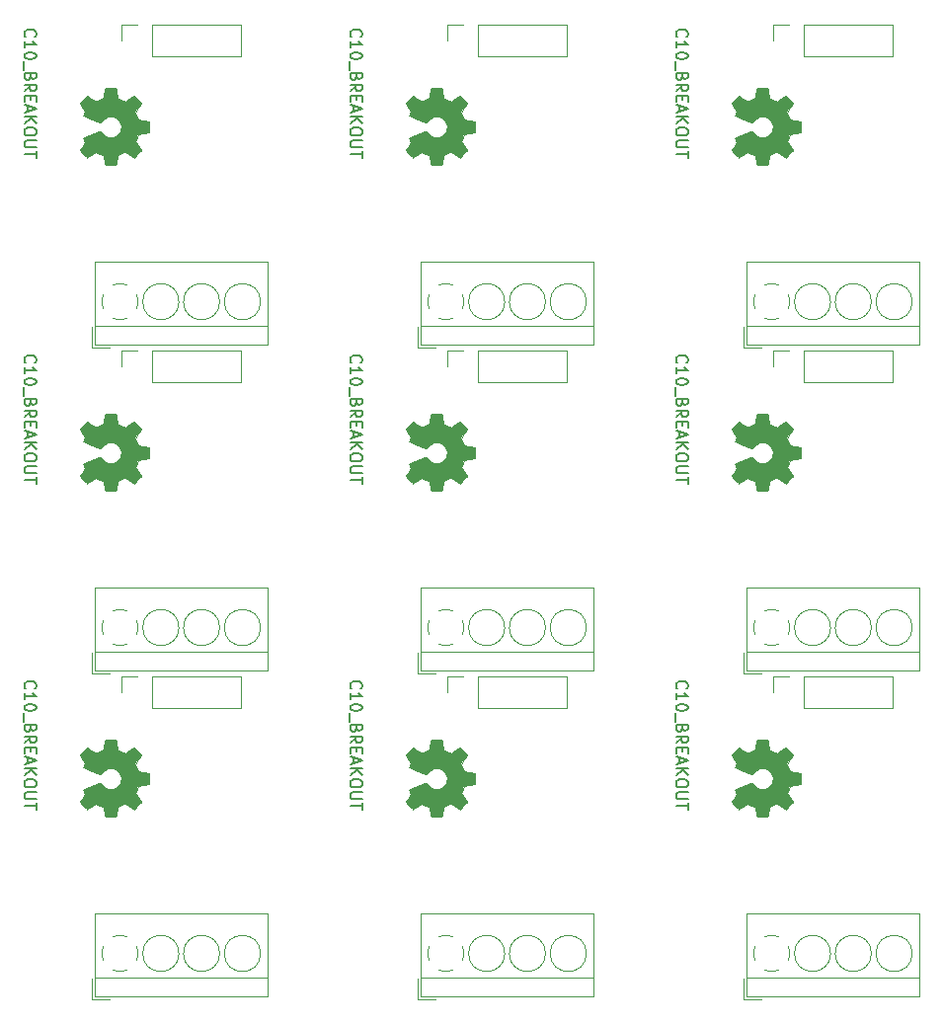
<source format=gbr>
G04 #@! TF.GenerationSoftware,KiCad,Pcbnew,5.1.5-52549c5~86~ubuntu18.04.1*
G04 #@! TF.CreationDate,2020-10-13T14:08:53-05:00*
G04 #@! TF.ProjectId,,58585858-5858-4585-9858-585858585858,rev?*
G04 #@! TF.SameCoordinates,Original*
G04 #@! TF.FileFunction,Legend,Top*
G04 #@! TF.FilePolarity,Positive*
%FSLAX46Y46*%
G04 Gerber Fmt 4.6, Leading zero omitted, Abs format (unit mm)*
G04 Created by KiCad (PCBNEW 5.1.5-52549c5~86~ubuntu18.04.1) date 2020-10-13 14:08:53*
%MOMM*%
%LPD*%
G04 APERTURE LIST*
%ADD10C,0.150000*%
%ADD11C,0.010000*%
%ADD12C,0.120000*%
G04 APERTURE END LIST*
D10*
X139901657Y-106926666D02*
X139854038Y-106879047D01*
X139806419Y-106736190D01*
X139806419Y-106640952D01*
X139854038Y-106498095D01*
X139949276Y-106402857D01*
X140044514Y-106355238D01*
X140234990Y-106307619D01*
X140377847Y-106307619D01*
X140568323Y-106355238D01*
X140663561Y-106402857D01*
X140758800Y-106498095D01*
X140806419Y-106640952D01*
X140806419Y-106736190D01*
X140758800Y-106879047D01*
X140711180Y-106926666D01*
X139806419Y-107879047D02*
X139806419Y-107307619D01*
X139806419Y-107593333D02*
X140806419Y-107593333D01*
X140663561Y-107498095D01*
X140568323Y-107402857D01*
X140520704Y-107307619D01*
X140806419Y-108498095D02*
X140806419Y-108593333D01*
X140758800Y-108688571D01*
X140711180Y-108736190D01*
X140615942Y-108783809D01*
X140425466Y-108831428D01*
X140187371Y-108831428D01*
X139996895Y-108783809D01*
X139901657Y-108736190D01*
X139854038Y-108688571D01*
X139806419Y-108593333D01*
X139806419Y-108498095D01*
X139854038Y-108402857D01*
X139901657Y-108355238D01*
X139996895Y-108307619D01*
X140187371Y-108260000D01*
X140425466Y-108260000D01*
X140615942Y-108307619D01*
X140711180Y-108355238D01*
X140758800Y-108402857D01*
X140806419Y-108498095D01*
X139711180Y-109021904D02*
X139711180Y-109783809D01*
X140330228Y-110355238D02*
X140282609Y-110498095D01*
X140234990Y-110545714D01*
X140139752Y-110593333D01*
X139996895Y-110593333D01*
X139901657Y-110545714D01*
X139854038Y-110498095D01*
X139806419Y-110402857D01*
X139806419Y-110021904D01*
X140806419Y-110021904D01*
X140806419Y-110355238D01*
X140758800Y-110450476D01*
X140711180Y-110498095D01*
X140615942Y-110545714D01*
X140520704Y-110545714D01*
X140425466Y-110498095D01*
X140377847Y-110450476D01*
X140330228Y-110355238D01*
X140330228Y-110021904D01*
X139806419Y-111593333D02*
X140282609Y-111260000D01*
X139806419Y-111021904D02*
X140806419Y-111021904D01*
X140806419Y-111402857D01*
X140758800Y-111498095D01*
X140711180Y-111545714D01*
X140615942Y-111593333D01*
X140473085Y-111593333D01*
X140377847Y-111545714D01*
X140330228Y-111498095D01*
X140282609Y-111402857D01*
X140282609Y-111021904D01*
X140330228Y-112021904D02*
X140330228Y-112355238D01*
X139806419Y-112498095D02*
X139806419Y-112021904D01*
X140806419Y-112021904D01*
X140806419Y-112498095D01*
X140092133Y-112879047D02*
X140092133Y-113355238D01*
X139806419Y-112783809D02*
X140806419Y-113117142D01*
X139806419Y-113450476D01*
X139806419Y-113783809D02*
X140806419Y-113783809D01*
X139806419Y-114355238D02*
X140377847Y-113926666D01*
X140806419Y-114355238D02*
X140234990Y-113783809D01*
X140806419Y-114974285D02*
X140806419Y-115164761D01*
X140758800Y-115260000D01*
X140663561Y-115355238D01*
X140473085Y-115402857D01*
X140139752Y-115402857D01*
X139949276Y-115355238D01*
X139854038Y-115260000D01*
X139806419Y-115164761D01*
X139806419Y-114974285D01*
X139854038Y-114879047D01*
X139949276Y-114783809D01*
X140139752Y-114736190D01*
X140473085Y-114736190D01*
X140663561Y-114783809D01*
X140758800Y-114879047D01*
X140806419Y-114974285D01*
X140806419Y-115831428D02*
X139996895Y-115831428D01*
X139901657Y-115879047D01*
X139854038Y-115926666D01*
X139806419Y-116021904D01*
X139806419Y-116212380D01*
X139854038Y-116307619D01*
X139901657Y-116355238D01*
X139996895Y-116402857D01*
X140806419Y-116402857D01*
X140806419Y-116736190D02*
X140806419Y-117307619D01*
X139806419Y-117021904D02*
X140806419Y-117021904D01*
X111961657Y-106926666D02*
X111914038Y-106879047D01*
X111866419Y-106736190D01*
X111866419Y-106640952D01*
X111914038Y-106498095D01*
X112009276Y-106402857D01*
X112104514Y-106355238D01*
X112294990Y-106307619D01*
X112437847Y-106307619D01*
X112628323Y-106355238D01*
X112723561Y-106402857D01*
X112818800Y-106498095D01*
X112866419Y-106640952D01*
X112866419Y-106736190D01*
X112818800Y-106879047D01*
X112771180Y-106926666D01*
X111866419Y-107879047D02*
X111866419Y-107307619D01*
X111866419Y-107593333D02*
X112866419Y-107593333D01*
X112723561Y-107498095D01*
X112628323Y-107402857D01*
X112580704Y-107307619D01*
X112866419Y-108498095D02*
X112866419Y-108593333D01*
X112818800Y-108688571D01*
X112771180Y-108736190D01*
X112675942Y-108783809D01*
X112485466Y-108831428D01*
X112247371Y-108831428D01*
X112056895Y-108783809D01*
X111961657Y-108736190D01*
X111914038Y-108688571D01*
X111866419Y-108593333D01*
X111866419Y-108498095D01*
X111914038Y-108402857D01*
X111961657Y-108355238D01*
X112056895Y-108307619D01*
X112247371Y-108260000D01*
X112485466Y-108260000D01*
X112675942Y-108307619D01*
X112771180Y-108355238D01*
X112818800Y-108402857D01*
X112866419Y-108498095D01*
X111771180Y-109021904D02*
X111771180Y-109783809D01*
X112390228Y-110355238D02*
X112342609Y-110498095D01*
X112294990Y-110545714D01*
X112199752Y-110593333D01*
X112056895Y-110593333D01*
X111961657Y-110545714D01*
X111914038Y-110498095D01*
X111866419Y-110402857D01*
X111866419Y-110021904D01*
X112866419Y-110021904D01*
X112866419Y-110355238D01*
X112818800Y-110450476D01*
X112771180Y-110498095D01*
X112675942Y-110545714D01*
X112580704Y-110545714D01*
X112485466Y-110498095D01*
X112437847Y-110450476D01*
X112390228Y-110355238D01*
X112390228Y-110021904D01*
X111866419Y-111593333D02*
X112342609Y-111260000D01*
X111866419Y-111021904D02*
X112866419Y-111021904D01*
X112866419Y-111402857D01*
X112818800Y-111498095D01*
X112771180Y-111545714D01*
X112675942Y-111593333D01*
X112533085Y-111593333D01*
X112437847Y-111545714D01*
X112390228Y-111498095D01*
X112342609Y-111402857D01*
X112342609Y-111021904D01*
X112390228Y-112021904D02*
X112390228Y-112355238D01*
X111866419Y-112498095D02*
X111866419Y-112021904D01*
X112866419Y-112021904D01*
X112866419Y-112498095D01*
X112152133Y-112879047D02*
X112152133Y-113355238D01*
X111866419Y-112783809D02*
X112866419Y-113117142D01*
X111866419Y-113450476D01*
X111866419Y-113783809D02*
X112866419Y-113783809D01*
X111866419Y-114355238D02*
X112437847Y-113926666D01*
X112866419Y-114355238D02*
X112294990Y-113783809D01*
X112866419Y-114974285D02*
X112866419Y-115164761D01*
X112818800Y-115260000D01*
X112723561Y-115355238D01*
X112533085Y-115402857D01*
X112199752Y-115402857D01*
X112009276Y-115355238D01*
X111914038Y-115260000D01*
X111866419Y-115164761D01*
X111866419Y-114974285D01*
X111914038Y-114879047D01*
X112009276Y-114783809D01*
X112199752Y-114736190D01*
X112533085Y-114736190D01*
X112723561Y-114783809D01*
X112818800Y-114879047D01*
X112866419Y-114974285D01*
X112866419Y-115831428D02*
X112056895Y-115831428D01*
X111961657Y-115879047D01*
X111914038Y-115926666D01*
X111866419Y-116021904D01*
X111866419Y-116212380D01*
X111914038Y-116307619D01*
X111961657Y-116355238D01*
X112056895Y-116402857D01*
X112866419Y-116402857D01*
X112866419Y-116736190D02*
X112866419Y-117307619D01*
X111866419Y-117021904D02*
X112866419Y-117021904D01*
X84021657Y-106926666D02*
X83974038Y-106879047D01*
X83926419Y-106736190D01*
X83926419Y-106640952D01*
X83974038Y-106498095D01*
X84069276Y-106402857D01*
X84164514Y-106355238D01*
X84354990Y-106307619D01*
X84497847Y-106307619D01*
X84688323Y-106355238D01*
X84783561Y-106402857D01*
X84878800Y-106498095D01*
X84926419Y-106640952D01*
X84926419Y-106736190D01*
X84878800Y-106879047D01*
X84831180Y-106926666D01*
X83926419Y-107879047D02*
X83926419Y-107307619D01*
X83926419Y-107593333D02*
X84926419Y-107593333D01*
X84783561Y-107498095D01*
X84688323Y-107402857D01*
X84640704Y-107307619D01*
X84926419Y-108498095D02*
X84926419Y-108593333D01*
X84878800Y-108688571D01*
X84831180Y-108736190D01*
X84735942Y-108783809D01*
X84545466Y-108831428D01*
X84307371Y-108831428D01*
X84116895Y-108783809D01*
X84021657Y-108736190D01*
X83974038Y-108688571D01*
X83926419Y-108593333D01*
X83926419Y-108498095D01*
X83974038Y-108402857D01*
X84021657Y-108355238D01*
X84116895Y-108307619D01*
X84307371Y-108260000D01*
X84545466Y-108260000D01*
X84735942Y-108307619D01*
X84831180Y-108355238D01*
X84878800Y-108402857D01*
X84926419Y-108498095D01*
X83831180Y-109021904D02*
X83831180Y-109783809D01*
X84450228Y-110355238D02*
X84402609Y-110498095D01*
X84354990Y-110545714D01*
X84259752Y-110593333D01*
X84116895Y-110593333D01*
X84021657Y-110545714D01*
X83974038Y-110498095D01*
X83926419Y-110402857D01*
X83926419Y-110021904D01*
X84926419Y-110021904D01*
X84926419Y-110355238D01*
X84878800Y-110450476D01*
X84831180Y-110498095D01*
X84735942Y-110545714D01*
X84640704Y-110545714D01*
X84545466Y-110498095D01*
X84497847Y-110450476D01*
X84450228Y-110355238D01*
X84450228Y-110021904D01*
X83926419Y-111593333D02*
X84402609Y-111260000D01*
X83926419Y-111021904D02*
X84926419Y-111021904D01*
X84926419Y-111402857D01*
X84878800Y-111498095D01*
X84831180Y-111545714D01*
X84735942Y-111593333D01*
X84593085Y-111593333D01*
X84497847Y-111545714D01*
X84450228Y-111498095D01*
X84402609Y-111402857D01*
X84402609Y-111021904D01*
X84450228Y-112021904D02*
X84450228Y-112355238D01*
X83926419Y-112498095D02*
X83926419Y-112021904D01*
X84926419Y-112021904D01*
X84926419Y-112498095D01*
X84212133Y-112879047D02*
X84212133Y-113355238D01*
X83926419Y-112783809D02*
X84926419Y-113117142D01*
X83926419Y-113450476D01*
X83926419Y-113783809D02*
X84926419Y-113783809D01*
X83926419Y-114355238D02*
X84497847Y-113926666D01*
X84926419Y-114355238D02*
X84354990Y-113783809D01*
X84926419Y-114974285D02*
X84926419Y-115164761D01*
X84878800Y-115260000D01*
X84783561Y-115355238D01*
X84593085Y-115402857D01*
X84259752Y-115402857D01*
X84069276Y-115355238D01*
X83974038Y-115260000D01*
X83926419Y-115164761D01*
X83926419Y-114974285D01*
X83974038Y-114879047D01*
X84069276Y-114783809D01*
X84259752Y-114736190D01*
X84593085Y-114736190D01*
X84783561Y-114783809D01*
X84878800Y-114879047D01*
X84926419Y-114974285D01*
X84926419Y-115831428D02*
X84116895Y-115831428D01*
X84021657Y-115879047D01*
X83974038Y-115926666D01*
X83926419Y-116021904D01*
X83926419Y-116212380D01*
X83974038Y-116307619D01*
X84021657Y-116355238D01*
X84116895Y-116402857D01*
X84926419Y-116402857D01*
X84926419Y-116736190D02*
X84926419Y-117307619D01*
X83926419Y-117021904D02*
X84926419Y-117021904D01*
X139901657Y-78986666D02*
X139854038Y-78939047D01*
X139806419Y-78796190D01*
X139806419Y-78700952D01*
X139854038Y-78558095D01*
X139949276Y-78462857D01*
X140044514Y-78415238D01*
X140234990Y-78367619D01*
X140377847Y-78367619D01*
X140568323Y-78415238D01*
X140663561Y-78462857D01*
X140758800Y-78558095D01*
X140806419Y-78700952D01*
X140806419Y-78796190D01*
X140758800Y-78939047D01*
X140711180Y-78986666D01*
X139806419Y-79939047D02*
X139806419Y-79367619D01*
X139806419Y-79653333D02*
X140806419Y-79653333D01*
X140663561Y-79558095D01*
X140568323Y-79462857D01*
X140520704Y-79367619D01*
X140806419Y-80558095D02*
X140806419Y-80653333D01*
X140758800Y-80748571D01*
X140711180Y-80796190D01*
X140615942Y-80843809D01*
X140425466Y-80891428D01*
X140187371Y-80891428D01*
X139996895Y-80843809D01*
X139901657Y-80796190D01*
X139854038Y-80748571D01*
X139806419Y-80653333D01*
X139806419Y-80558095D01*
X139854038Y-80462857D01*
X139901657Y-80415238D01*
X139996895Y-80367619D01*
X140187371Y-80320000D01*
X140425466Y-80320000D01*
X140615942Y-80367619D01*
X140711180Y-80415238D01*
X140758800Y-80462857D01*
X140806419Y-80558095D01*
X139711180Y-81081904D02*
X139711180Y-81843809D01*
X140330228Y-82415238D02*
X140282609Y-82558095D01*
X140234990Y-82605714D01*
X140139752Y-82653333D01*
X139996895Y-82653333D01*
X139901657Y-82605714D01*
X139854038Y-82558095D01*
X139806419Y-82462857D01*
X139806419Y-82081904D01*
X140806419Y-82081904D01*
X140806419Y-82415238D01*
X140758800Y-82510476D01*
X140711180Y-82558095D01*
X140615942Y-82605714D01*
X140520704Y-82605714D01*
X140425466Y-82558095D01*
X140377847Y-82510476D01*
X140330228Y-82415238D01*
X140330228Y-82081904D01*
X139806419Y-83653333D02*
X140282609Y-83320000D01*
X139806419Y-83081904D02*
X140806419Y-83081904D01*
X140806419Y-83462857D01*
X140758800Y-83558095D01*
X140711180Y-83605714D01*
X140615942Y-83653333D01*
X140473085Y-83653333D01*
X140377847Y-83605714D01*
X140330228Y-83558095D01*
X140282609Y-83462857D01*
X140282609Y-83081904D01*
X140330228Y-84081904D02*
X140330228Y-84415238D01*
X139806419Y-84558095D02*
X139806419Y-84081904D01*
X140806419Y-84081904D01*
X140806419Y-84558095D01*
X140092133Y-84939047D02*
X140092133Y-85415238D01*
X139806419Y-84843809D02*
X140806419Y-85177142D01*
X139806419Y-85510476D01*
X139806419Y-85843809D02*
X140806419Y-85843809D01*
X139806419Y-86415238D02*
X140377847Y-85986666D01*
X140806419Y-86415238D02*
X140234990Y-85843809D01*
X140806419Y-87034285D02*
X140806419Y-87224761D01*
X140758800Y-87320000D01*
X140663561Y-87415238D01*
X140473085Y-87462857D01*
X140139752Y-87462857D01*
X139949276Y-87415238D01*
X139854038Y-87320000D01*
X139806419Y-87224761D01*
X139806419Y-87034285D01*
X139854038Y-86939047D01*
X139949276Y-86843809D01*
X140139752Y-86796190D01*
X140473085Y-86796190D01*
X140663561Y-86843809D01*
X140758800Y-86939047D01*
X140806419Y-87034285D01*
X140806419Y-87891428D02*
X139996895Y-87891428D01*
X139901657Y-87939047D01*
X139854038Y-87986666D01*
X139806419Y-88081904D01*
X139806419Y-88272380D01*
X139854038Y-88367619D01*
X139901657Y-88415238D01*
X139996895Y-88462857D01*
X140806419Y-88462857D01*
X140806419Y-88796190D02*
X140806419Y-89367619D01*
X139806419Y-89081904D02*
X140806419Y-89081904D01*
X111961657Y-78986666D02*
X111914038Y-78939047D01*
X111866419Y-78796190D01*
X111866419Y-78700952D01*
X111914038Y-78558095D01*
X112009276Y-78462857D01*
X112104514Y-78415238D01*
X112294990Y-78367619D01*
X112437847Y-78367619D01*
X112628323Y-78415238D01*
X112723561Y-78462857D01*
X112818800Y-78558095D01*
X112866419Y-78700952D01*
X112866419Y-78796190D01*
X112818800Y-78939047D01*
X112771180Y-78986666D01*
X111866419Y-79939047D02*
X111866419Y-79367619D01*
X111866419Y-79653333D02*
X112866419Y-79653333D01*
X112723561Y-79558095D01*
X112628323Y-79462857D01*
X112580704Y-79367619D01*
X112866419Y-80558095D02*
X112866419Y-80653333D01*
X112818800Y-80748571D01*
X112771180Y-80796190D01*
X112675942Y-80843809D01*
X112485466Y-80891428D01*
X112247371Y-80891428D01*
X112056895Y-80843809D01*
X111961657Y-80796190D01*
X111914038Y-80748571D01*
X111866419Y-80653333D01*
X111866419Y-80558095D01*
X111914038Y-80462857D01*
X111961657Y-80415238D01*
X112056895Y-80367619D01*
X112247371Y-80320000D01*
X112485466Y-80320000D01*
X112675942Y-80367619D01*
X112771180Y-80415238D01*
X112818800Y-80462857D01*
X112866419Y-80558095D01*
X111771180Y-81081904D02*
X111771180Y-81843809D01*
X112390228Y-82415238D02*
X112342609Y-82558095D01*
X112294990Y-82605714D01*
X112199752Y-82653333D01*
X112056895Y-82653333D01*
X111961657Y-82605714D01*
X111914038Y-82558095D01*
X111866419Y-82462857D01*
X111866419Y-82081904D01*
X112866419Y-82081904D01*
X112866419Y-82415238D01*
X112818800Y-82510476D01*
X112771180Y-82558095D01*
X112675942Y-82605714D01*
X112580704Y-82605714D01*
X112485466Y-82558095D01*
X112437847Y-82510476D01*
X112390228Y-82415238D01*
X112390228Y-82081904D01*
X111866419Y-83653333D02*
X112342609Y-83320000D01*
X111866419Y-83081904D02*
X112866419Y-83081904D01*
X112866419Y-83462857D01*
X112818800Y-83558095D01*
X112771180Y-83605714D01*
X112675942Y-83653333D01*
X112533085Y-83653333D01*
X112437847Y-83605714D01*
X112390228Y-83558095D01*
X112342609Y-83462857D01*
X112342609Y-83081904D01*
X112390228Y-84081904D02*
X112390228Y-84415238D01*
X111866419Y-84558095D02*
X111866419Y-84081904D01*
X112866419Y-84081904D01*
X112866419Y-84558095D01*
X112152133Y-84939047D02*
X112152133Y-85415238D01*
X111866419Y-84843809D02*
X112866419Y-85177142D01*
X111866419Y-85510476D01*
X111866419Y-85843809D02*
X112866419Y-85843809D01*
X111866419Y-86415238D02*
X112437847Y-85986666D01*
X112866419Y-86415238D02*
X112294990Y-85843809D01*
X112866419Y-87034285D02*
X112866419Y-87224761D01*
X112818800Y-87320000D01*
X112723561Y-87415238D01*
X112533085Y-87462857D01*
X112199752Y-87462857D01*
X112009276Y-87415238D01*
X111914038Y-87320000D01*
X111866419Y-87224761D01*
X111866419Y-87034285D01*
X111914038Y-86939047D01*
X112009276Y-86843809D01*
X112199752Y-86796190D01*
X112533085Y-86796190D01*
X112723561Y-86843809D01*
X112818800Y-86939047D01*
X112866419Y-87034285D01*
X112866419Y-87891428D02*
X112056895Y-87891428D01*
X111961657Y-87939047D01*
X111914038Y-87986666D01*
X111866419Y-88081904D01*
X111866419Y-88272380D01*
X111914038Y-88367619D01*
X111961657Y-88415238D01*
X112056895Y-88462857D01*
X112866419Y-88462857D01*
X112866419Y-88796190D02*
X112866419Y-89367619D01*
X111866419Y-89081904D02*
X112866419Y-89081904D01*
X84021657Y-78986666D02*
X83974038Y-78939047D01*
X83926419Y-78796190D01*
X83926419Y-78700952D01*
X83974038Y-78558095D01*
X84069276Y-78462857D01*
X84164514Y-78415238D01*
X84354990Y-78367619D01*
X84497847Y-78367619D01*
X84688323Y-78415238D01*
X84783561Y-78462857D01*
X84878800Y-78558095D01*
X84926419Y-78700952D01*
X84926419Y-78796190D01*
X84878800Y-78939047D01*
X84831180Y-78986666D01*
X83926419Y-79939047D02*
X83926419Y-79367619D01*
X83926419Y-79653333D02*
X84926419Y-79653333D01*
X84783561Y-79558095D01*
X84688323Y-79462857D01*
X84640704Y-79367619D01*
X84926419Y-80558095D02*
X84926419Y-80653333D01*
X84878800Y-80748571D01*
X84831180Y-80796190D01*
X84735942Y-80843809D01*
X84545466Y-80891428D01*
X84307371Y-80891428D01*
X84116895Y-80843809D01*
X84021657Y-80796190D01*
X83974038Y-80748571D01*
X83926419Y-80653333D01*
X83926419Y-80558095D01*
X83974038Y-80462857D01*
X84021657Y-80415238D01*
X84116895Y-80367619D01*
X84307371Y-80320000D01*
X84545466Y-80320000D01*
X84735942Y-80367619D01*
X84831180Y-80415238D01*
X84878800Y-80462857D01*
X84926419Y-80558095D01*
X83831180Y-81081904D02*
X83831180Y-81843809D01*
X84450228Y-82415238D02*
X84402609Y-82558095D01*
X84354990Y-82605714D01*
X84259752Y-82653333D01*
X84116895Y-82653333D01*
X84021657Y-82605714D01*
X83974038Y-82558095D01*
X83926419Y-82462857D01*
X83926419Y-82081904D01*
X84926419Y-82081904D01*
X84926419Y-82415238D01*
X84878800Y-82510476D01*
X84831180Y-82558095D01*
X84735942Y-82605714D01*
X84640704Y-82605714D01*
X84545466Y-82558095D01*
X84497847Y-82510476D01*
X84450228Y-82415238D01*
X84450228Y-82081904D01*
X83926419Y-83653333D02*
X84402609Y-83320000D01*
X83926419Y-83081904D02*
X84926419Y-83081904D01*
X84926419Y-83462857D01*
X84878800Y-83558095D01*
X84831180Y-83605714D01*
X84735942Y-83653333D01*
X84593085Y-83653333D01*
X84497847Y-83605714D01*
X84450228Y-83558095D01*
X84402609Y-83462857D01*
X84402609Y-83081904D01*
X84450228Y-84081904D02*
X84450228Y-84415238D01*
X83926419Y-84558095D02*
X83926419Y-84081904D01*
X84926419Y-84081904D01*
X84926419Y-84558095D01*
X84212133Y-84939047D02*
X84212133Y-85415238D01*
X83926419Y-84843809D02*
X84926419Y-85177142D01*
X83926419Y-85510476D01*
X83926419Y-85843809D02*
X84926419Y-85843809D01*
X83926419Y-86415238D02*
X84497847Y-85986666D01*
X84926419Y-86415238D02*
X84354990Y-85843809D01*
X84926419Y-87034285D02*
X84926419Y-87224761D01*
X84878800Y-87320000D01*
X84783561Y-87415238D01*
X84593085Y-87462857D01*
X84259752Y-87462857D01*
X84069276Y-87415238D01*
X83974038Y-87320000D01*
X83926419Y-87224761D01*
X83926419Y-87034285D01*
X83974038Y-86939047D01*
X84069276Y-86843809D01*
X84259752Y-86796190D01*
X84593085Y-86796190D01*
X84783561Y-86843809D01*
X84878800Y-86939047D01*
X84926419Y-87034285D01*
X84926419Y-87891428D02*
X84116895Y-87891428D01*
X84021657Y-87939047D01*
X83974038Y-87986666D01*
X83926419Y-88081904D01*
X83926419Y-88272380D01*
X83974038Y-88367619D01*
X84021657Y-88415238D01*
X84116895Y-88462857D01*
X84926419Y-88462857D01*
X84926419Y-88796190D02*
X84926419Y-89367619D01*
X83926419Y-89081904D02*
X84926419Y-89081904D01*
X139901657Y-51046666D02*
X139854038Y-50999047D01*
X139806419Y-50856190D01*
X139806419Y-50760952D01*
X139854038Y-50618095D01*
X139949276Y-50522857D01*
X140044514Y-50475238D01*
X140234990Y-50427619D01*
X140377847Y-50427619D01*
X140568323Y-50475238D01*
X140663561Y-50522857D01*
X140758800Y-50618095D01*
X140806419Y-50760952D01*
X140806419Y-50856190D01*
X140758800Y-50999047D01*
X140711180Y-51046666D01*
X139806419Y-51999047D02*
X139806419Y-51427619D01*
X139806419Y-51713333D02*
X140806419Y-51713333D01*
X140663561Y-51618095D01*
X140568323Y-51522857D01*
X140520704Y-51427619D01*
X140806419Y-52618095D02*
X140806419Y-52713333D01*
X140758800Y-52808571D01*
X140711180Y-52856190D01*
X140615942Y-52903809D01*
X140425466Y-52951428D01*
X140187371Y-52951428D01*
X139996895Y-52903809D01*
X139901657Y-52856190D01*
X139854038Y-52808571D01*
X139806419Y-52713333D01*
X139806419Y-52618095D01*
X139854038Y-52522857D01*
X139901657Y-52475238D01*
X139996895Y-52427619D01*
X140187371Y-52380000D01*
X140425466Y-52380000D01*
X140615942Y-52427619D01*
X140711180Y-52475238D01*
X140758800Y-52522857D01*
X140806419Y-52618095D01*
X139711180Y-53141904D02*
X139711180Y-53903809D01*
X140330228Y-54475238D02*
X140282609Y-54618095D01*
X140234990Y-54665714D01*
X140139752Y-54713333D01*
X139996895Y-54713333D01*
X139901657Y-54665714D01*
X139854038Y-54618095D01*
X139806419Y-54522857D01*
X139806419Y-54141904D01*
X140806419Y-54141904D01*
X140806419Y-54475238D01*
X140758800Y-54570476D01*
X140711180Y-54618095D01*
X140615942Y-54665714D01*
X140520704Y-54665714D01*
X140425466Y-54618095D01*
X140377847Y-54570476D01*
X140330228Y-54475238D01*
X140330228Y-54141904D01*
X139806419Y-55713333D02*
X140282609Y-55380000D01*
X139806419Y-55141904D02*
X140806419Y-55141904D01*
X140806419Y-55522857D01*
X140758800Y-55618095D01*
X140711180Y-55665714D01*
X140615942Y-55713333D01*
X140473085Y-55713333D01*
X140377847Y-55665714D01*
X140330228Y-55618095D01*
X140282609Y-55522857D01*
X140282609Y-55141904D01*
X140330228Y-56141904D02*
X140330228Y-56475238D01*
X139806419Y-56618095D02*
X139806419Y-56141904D01*
X140806419Y-56141904D01*
X140806419Y-56618095D01*
X140092133Y-56999047D02*
X140092133Y-57475238D01*
X139806419Y-56903809D02*
X140806419Y-57237142D01*
X139806419Y-57570476D01*
X139806419Y-57903809D02*
X140806419Y-57903809D01*
X139806419Y-58475238D02*
X140377847Y-58046666D01*
X140806419Y-58475238D02*
X140234990Y-57903809D01*
X140806419Y-59094285D02*
X140806419Y-59284761D01*
X140758800Y-59380000D01*
X140663561Y-59475238D01*
X140473085Y-59522857D01*
X140139752Y-59522857D01*
X139949276Y-59475238D01*
X139854038Y-59380000D01*
X139806419Y-59284761D01*
X139806419Y-59094285D01*
X139854038Y-58999047D01*
X139949276Y-58903809D01*
X140139752Y-58856190D01*
X140473085Y-58856190D01*
X140663561Y-58903809D01*
X140758800Y-58999047D01*
X140806419Y-59094285D01*
X140806419Y-59951428D02*
X139996895Y-59951428D01*
X139901657Y-59999047D01*
X139854038Y-60046666D01*
X139806419Y-60141904D01*
X139806419Y-60332380D01*
X139854038Y-60427619D01*
X139901657Y-60475238D01*
X139996895Y-60522857D01*
X140806419Y-60522857D01*
X140806419Y-60856190D02*
X140806419Y-61427619D01*
X139806419Y-61141904D02*
X140806419Y-61141904D01*
X111961657Y-51046666D02*
X111914038Y-50999047D01*
X111866419Y-50856190D01*
X111866419Y-50760952D01*
X111914038Y-50618095D01*
X112009276Y-50522857D01*
X112104514Y-50475238D01*
X112294990Y-50427619D01*
X112437847Y-50427619D01*
X112628323Y-50475238D01*
X112723561Y-50522857D01*
X112818800Y-50618095D01*
X112866419Y-50760952D01*
X112866419Y-50856190D01*
X112818800Y-50999047D01*
X112771180Y-51046666D01*
X111866419Y-51999047D02*
X111866419Y-51427619D01*
X111866419Y-51713333D02*
X112866419Y-51713333D01*
X112723561Y-51618095D01*
X112628323Y-51522857D01*
X112580704Y-51427619D01*
X112866419Y-52618095D02*
X112866419Y-52713333D01*
X112818800Y-52808571D01*
X112771180Y-52856190D01*
X112675942Y-52903809D01*
X112485466Y-52951428D01*
X112247371Y-52951428D01*
X112056895Y-52903809D01*
X111961657Y-52856190D01*
X111914038Y-52808571D01*
X111866419Y-52713333D01*
X111866419Y-52618095D01*
X111914038Y-52522857D01*
X111961657Y-52475238D01*
X112056895Y-52427619D01*
X112247371Y-52380000D01*
X112485466Y-52380000D01*
X112675942Y-52427619D01*
X112771180Y-52475238D01*
X112818800Y-52522857D01*
X112866419Y-52618095D01*
X111771180Y-53141904D02*
X111771180Y-53903809D01*
X112390228Y-54475238D02*
X112342609Y-54618095D01*
X112294990Y-54665714D01*
X112199752Y-54713333D01*
X112056895Y-54713333D01*
X111961657Y-54665714D01*
X111914038Y-54618095D01*
X111866419Y-54522857D01*
X111866419Y-54141904D01*
X112866419Y-54141904D01*
X112866419Y-54475238D01*
X112818800Y-54570476D01*
X112771180Y-54618095D01*
X112675942Y-54665714D01*
X112580704Y-54665714D01*
X112485466Y-54618095D01*
X112437847Y-54570476D01*
X112390228Y-54475238D01*
X112390228Y-54141904D01*
X111866419Y-55713333D02*
X112342609Y-55380000D01*
X111866419Y-55141904D02*
X112866419Y-55141904D01*
X112866419Y-55522857D01*
X112818800Y-55618095D01*
X112771180Y-55665714D01*
X112675942Y-55713333D01*
X112533085Y-55713333D01*
X112437847Y-55665714D01*
X112390228Y-55618095D01*
X112342609Y-55522857D01*
X112342609Y-55141904D01*
X112390228Y-56141904D02*
X112390228Y-56475238D01*
X111866419Y-56618095D02*
X111866419Y-56141904D01*
X112866419Y-56141904D01*
X112866419Y-56618095D01*
X112152133Y-56999047D02*
X112152133Y-57475238D01*
X111866419Y-56903809D02*
X112866419Y-57237142D01*
X111866419Y-57570476D01*
X111866419Y-57903809D02*
X112866419Y-57903809D01*
X111866419Y-58475238D02*
X112437847Y-58046666D01*
X112866419Y-58475238D02*
X112294990Y-57903809D01*
X112866419Y-59094285D02*
X112866419Y-59284761D01*
X112818800Y-59380000D01*
X112723561Y-59475238D01*
X112533085Y-59522857D01*
X112199752Y-59522857D01*
X112009276Y-59475238D01*
X111914038Y-59380000D01*
X111866419Y-59284761D01*
X111866419Y-59094285D01*
X111914038Y-58999047D01*
X112009276Y-58903809D01*
X112199752Y-58856190D01*
X112533085Y-58856190D01*
X112723561Y-58903809D01*
X112818800Y-58999047D01*
X112866419Y-59094285D01*
X112866419Y-59951428D02*
X112056895Y-59951428D01*
X111961657Y-59999047D01*
X111914038Y-60046666D01*
X111866419Y-60141904D01*
X111866419Y-60332380D01*
X111914038Y-60427619D01*
X111961657Y-60475238D01*
X112056895Y-60522857D01*
X112866419Y-60522857D01*
X112866419Y-60856190D02*
X112866419Y-61427619D01*
X111866419Y-61141904D02*
X112866419Y-61141904D01*
X84021657Y-51046666D02*
X83974038Y-50999047D01*
X83926419Y-50856190D01*
X83926419Y-50760952D01*
X83974038Y-50618095D01*
X84069276Y-50522857D01*
X84164514Y-50475238D01*
X84354990Y-50427619D01*
X84497847Y-50427619D01*
X84688323Y-50475238D01*
X84783561Y-50522857D01*
X84878800Y-50618095D01*
X84926419Y-50760952D01*
X84926419Y-50856190D01*
X84878800Y-50999047D01*
X84831180Y-51046666D01*
X83926419Y-51999047D02*
X83926419Y-51427619D01*
X83926419Y-51713333D02*
X84926419Y-51713333D01*
X84783561Y-51618095D01*
X84688323Y-51522857D01*
X84640704Y-51427619D01*
X84926419Y-52618095D02*
X84926419Y-52713333D01*
X84878800Y-52808571D01*
X84831180Y-52856190D01*
X84735942Y-52903809D01*
X84545466Y-52951428D01*
X84307371Y-52951428D01*
X84116895Y-52903809D01*
X84021657Y-52856190D01*
X83974038Y-52808571D01*
X83926419Y-52713333D01*
X83926419Y-52618095D01*
X83974038Y-52522857D01*
X84021657Y-52475238D01*
X84116895Y-52427619D01*
X84307371Y-52380000D01*
X84545466Y-52380000D01*
X84735942Y-52427619D01*
X84831180Y-52475238D01*
X84878800Y-52522857D01*
X84926419Y-52618095D01*
X83831180Y-53141904D02*
X83831180Y-53903809D01*
X84450228Y-54475238D02*
X84402609Y-54618095D01*
X84354990Y-54665714D01*
X84259752Y-54713333D01*
X84116895Y-54713333D01*
X84021657Y-54665714D01*
X83974038Y-54618095D01*
X83926419Y-54522857D01*
X83926419Y-54141904D01*
X84926419Y-54141904D01*
X84926419Y-54475238D01*
X84878800Y-54570476D01*
X84831180Y-54618095D01*
X84735942Y-54665714D01*
X84640704Y-54665714D01*
X84545466Y-54618095D01*
X84497847Y-54570476D01*
X84450228Y-54475238D01*
X84450228Y-54141904D01*
X83926419Y-55713333D02*
X84402609Y-55380000D01*
X83926419Y-55141904D02*
X84926419Y-55141904D01*
X84926419Y-55522857D01*
X84878800Y-55618095D01*
X84831180Y-55665714D01*
X84735942Y-55713333D01*
X84593085Y-55713333D01*
X84497847Y-55665714D01*
X84450228Y-55618095D01*
X84402609Y-55522857D01*
X84402609Y-55141904D01*
X84450228Y-56141904D02*
X84450228Y-56475238D01*
X83926419Y-56618095D02*
X83926419Y-56141904D01*
X84926419Y-56141904D01*
X84926419Y-56618095D01*
X84212133Y-56999047D02*
X84212133Y-57475238D01*
X83926419Y-56903809D02*
X84926419Y-57237142D01*
X83926419Y-57570476D01*
X83926419Y-57903809D02*
X84926419Y-57903809D01*
X83926419Y-58475238D02*
X84497847Y-58046666D01*
X84926419Y-58475238D02*
X84354990Y-57903809D01*
X84926419Y-59094285D02*
X84926419Y-59284761D01*
X84878800Y-59380000D01*
X84783561Y-59475238D01*
X84593085Y-59522857D01*
X84259752Y-59522857D01*
X84069276Y-59475238D01*
X83974038Y-59380000D01*
X83926419Y-59284761D01*
X83926419Y-59094285D01*
X83974038Y-58999047D01*
X84069276Y-58903809D01*
X84259752Y-58856190D01*
X84593085Y-58856190D01*
X84783561Y-58903809D01*
X84878800Y-58999047D01*
X84926419Y-59094285D01*
X84926419Y-59951428D02*
X84116895Y-59951428D01*
X84021657Y-59999047D01*
X83974038Y-60046666D01*
X83926419Y-60141904D01*
X83926419Y-60332380D01*
X83974038Y-60427619D01*
X84021657Y-60475238D01*
X84116895Y-60522857D01*
X84926419Y-60522857D01*
X84926419Y-60856190D02*
X84926419Y-61427619D01*
X83926419Y-61141904D02*
X84926419Y-61141904D01*
D11*
G36*
X150028869Y-115186014D02*
G01*
X149584245Y-115269835D01*
X149456747Y-115579120D01*
X149329249Y-115888406D01*
X149581554Y-116259446D01*
X149651804Y-116363357D01*
X149714528Y-116457287D01*
X149766862Y-116536852D01*
X149805943Y-116597670D01*
X149828907Y-116635357D01*
X149833858Y-116645621D01*
X149821124Y-116664110D01*
X149785918Y-116703620D01*
X149732738Y-116759722D01*
X149666082Y-116827987D01*
X149590446Y-116903986D01*
X149510328Y-116983292D01*
X149430226Y-117061475D01*
X149354636Y-117134107D01*
X149288055Y-117196759D01*
X149234982Y-117245003D01*
X149199913Y-117274410D01*
X149188177Y-117281441D01*
X149166540Y-117271323D01*
X149119138Y-117242959D01*
X149050607Y-117199329D01*
X148965585Y-117143418D01*
X148868707Y-117078206D01*
X148813450Y-117040419D01*
X148712552Y-116971543D01*
X148621501Y-116910340D01*
X148544830Y-116859778D01*
X148487072Y-116822828D01*
X148452757Y-116802458D01*
X148445546Y-116799397D01*
X148425052Y-116806336D01*
X148377287Y-116825251D01*
X148308968Y-116853287D01*
X148226811Y-116887591D01*
X148137530Y-116925309D01*
X148047842Y-116963587D01*
X147964462Y-116999570D01*
X147894106Y-117030406D01*
X147843490Y-117053239D01*
X147819329Y-117065217D01*
X147818378Y-117065924D01*
X147813764Y-117084731D01*
X147803472Y-117134818D01*
X147788513Y-117210993D01*
X147769899Y-117308065D01*
X147748641Y-117420843D01*
X147736382Y-117486642D01*
X147713438Y-117607150D01*
X147691605Y-117715997D01*
X147672078Y-117807676D01*
X147656052Y-117876681D01*
X147644721Y-117917504D01*
X147641126Y-117925711D01*
X147616794Y-117933748D01*
X147561841Y-117940233D01*
X147482692Y-117945170D01*
X147385774Y-117948564D01*
X147277513Y-117950418D01*
X147164335Y-117950738D01*
X147052665Y-117949527D01*
X146948932Y-117946790D01*
X146859559Y-117942531D01*
X146790974Y-117936755D01*
X146749603Y-117929467D01*
X146740990Y-117925095D01*
X146730667Y-117898964D01*
X146715908Y-117843593D01*
X146698448Y-117766307D01*
X146680020Y-117674430D01*
X146674059Y-117642358D01*
X146645734Y-117487724D01*
X146622924Y-117365575D01*
X146604720Y-117271873D01*
X146590217Y-117202584D01*
X146578508Y-117153671D01*
X146568685Y-117121097D01*
X146559844Y-117100828D01*
X146551076Y-117088826D01*
X146549343Y-117087147D01*
X146521429Y-117070384D01*
X146467105Y-117044814D01*
X146393023Y-117012988D01*
X146305835Y-116977460D01*
X146212192Y-116940783D01*
X146118748Y-116905511D01*
X146032153Y-116874196D01*
X145959060Y-116849393D01*
X145906122Y-116833654D01*
X145879989Y-116829532D01*
X145879074Y-116829876D01*
X145857714Y-116843841D01*
X145810716Y-116875522D01*
X145742973Y-116921591D01*
X145659377Y-116978718D01*
X145564818Y-117043573D01*
X145537946Y-117062043D01*
X145440525Y-117127899D01*
X145351637Y-117185850D01*
X145276388Y-117232738D01*
X145219880Y-117265407D01*
X145187219Y-117280700D01*
X145183207Y-117281441D01*
X145162116Y-117268592D01*
X145120336Y-117233088D01*
X145062355Y-117179493D01*
X144992665Y-117112371D01*
X144915755Y-117036287D01*
X144836117Y-116955804D01*
X144758239Y-116875487D01*
X144686614Y-116799899D01*
X144625730Y-116733605D01*
X144580079Y-116681169D01*
X144554150Y-116647155D01*
X144549917Y-116637745D01*
X144559888Y-116615843D01*
X144586780Y-116571000D01*
X144626064Y-116510521D01*
X144657683Y-116463989D01*
X144715702Y-116379675D01*
X144784016Y-116279826D01*
X144852221Y-116179673D01*
X144888725Y-116125827D01*
X145012000Y-115943571D01*
X144929280Y-115790581D01*
X144893041Y-115720882D01*
X144864874Y-115661614D01*
X144848809Y-115621511D01*
X144846574Y-115611303D01*
X144863078Y-115599029D01*
X144909718Y-115574813D01*
X144982191Y-115540463D01*
X145076194Y-115497788D01*
X145187426Y-115448594D01*
X145311585Y-115394690D01*
X145444368Y-115337884D01*
X145581473Y-115279982D01*
X145718598Y-115222793D01*
X145851442Y-115168124D01*
X145975702Y-115117784D01*
X146087075Y-115073580D01*
X146181261Y-115037319D01*
X146253956Y-115010809D01*
X146300859Y-114995858D01*
X146316967Y-114993454D01*
X146337514Y-115012511D01*
X146370867Y-115054236D01*
X146410098Y-115109906D01*
X146413201Y-115114578D01*
X146528377Y-115258464D01*
X146662747Y-115374483D01*
X146812016Y-115461630D01*
X146971887Y-115518899D01*
X147138063Y-115545286D01*
X147306248Y-115539785D01*
X147472145Y-115501390D01*
X147631458Y-115429095D01*
X147666313Y-115407826D01*
X147807063Y-115297196D01*
X147920086Y-115166502D01*
X148004797Y-115020264D01*
X148060606Y-114863008D01*
X148086926Y-114699257D01*
X148083170Y-114533533D01*
X148048750Y-114370362D01*
X147983077Y-114214265D01*
X147885565Y-114069767D01*
X147845987Y-114025069D01*
X147722097Y-113911312D01*
X147591676Y-113828418D01*
X147445485Y-113771556D01*
X147300712Y-113739887D01*
X147137940Y-113732069D01*
X146974360Y-113758138D01*
X146815502Y-113815445D01*
X146666894Y-113901344D01*
X146534065Y-114013186D01*
X146422544Y-114148323D01*
X146410789Y-114166083D01*
X146372292Y-114222350D01*
X146338937Y-114265123D01*
X146317640Y-114285572D01*
X146316967Y-114285869D01*
X146293929Y-114281479D01*
X146241643Y-114264076D01*
X146164410Y-114235468D01*
X146066532Y-114197465D01*
X145952309Y-114151874D01*
X145826042Y-114100503D01*
X145692033Y-114045162D01*
X145554582Y-113987658D01*
X145417992Y-113929801D01*
X145286563Y-113873398D01*
X145164595Y-113820258D01*
X145056391Y-113772190D01*
X144966251Y-113731001D01*
X144898477Y-113698501D01*
X144857370Y-113676497D01*
X144846574Y-113667636D01*
X144854981Y-113640560D01*
X144877528Y-113589897D01*
X144910187Y-113524383D01*
X144929280Y-113488359D01*
X145012000Y-113335368D01*
X144888725Y-113153112D01*
X144825572Y-113060075D01*
X144756073Y-112958215D01*
X144690635Y-112862762D01*
X144657683Y-112814950D01*
X144612527Y-112747705D01*
X144576743Y-112690764D01*
X144554862Y-112651554D01*
X144550237Y-112638819D01*
X144562715Y-112620283D01*
X144597548Y-112579259D01*
X144651122Y-112519725D01*
X144719817Y-112445658D01*
X144800019Y-112361035D01*
X144851514Y-112307515D01*
X144943514Y-112213881D01*
X145025801Y-112132959D01*
X145094855Y-112068023D01*
X145147156Y-112022342D01*
X145179184Y-111999189D01*
X145185684Y-111996968D01*
X145210406Y-112007276D01*
X145260395Y-112035761D01*
X145330588Y-112079263D01*
X145415925Y-112134623D01*
X145511344Y-112198680D01*
X145537946Y-112216897D01*
X145634633Y-112283273D01*
X145721683Y-112342822D01*
X145794205Y-112392216D01*
X145847307Y-112428125D01*
X145876097Y-112447219D01*
X145879074Y-112449064D01*
X145902018Y-112446305D01*
X145952464Y-112431662D01*
X146023759Y-112407687D01*
X146109253Y-112376934D01*
X146202293Y-112341956D01*
X146296226Y-112305307D01*
X146384401Y-112269539D01*
X146460166Y-112237206D01*
X146516869Y-112210862D01*
X146547857Y-112193058D01*
X146549343Y-112191793D01*
X146558199Y-112180906D01*
X146566957Y-112162518D01*
X146576523Y-112132594D01*
X146587804Y-112087097D01*
X146601707Y-112021991D01*
X146619137Y-111933239D01*
X146641002Y-111816807D01*
X146668209Y-111668658D01*
X146674059Y-111636582D01*
X146692426Y-111541514D01*
X146710395Y-111458635D01*
X146726231Y-111395270D01*
X146738200Y-111358742D01*
X146740990Y-111353844D01*
X146765728Y-111345773D01*
X146821010Y-111339213D01*
X146900411Y-111334167D01*
X146997504Y-111330641D01*
X147105862Y-111328639D01*
X147219060Y-111328164D01*
X147330672Y-111329223D01*
X147434271Y-111331818D01*
X147523432Y-111335954D01*
X147591728Y-111341637D01*
X147632734Y-111348869D01*
X147641126Y-111353229D01*
X147649592Y-111377502D01*
X147663365Y-111432774D01*
X147681250Y-111513538D01*
X147702052Y-111614288D01*
X147724577Y-111729517D01*
X147736382Y-111792298D01*
X147758649Y-111911413D01*
X147778821Y-112017635D01*
X147795885Y-112105773D01*
X147808831Y-112170634D01*
X147816645Y-112207026D01*
X147818378Y-112213016D01*
X147837910Y-112223139D01*
X147884957Y-112244538D01*
X147952797Y-112274361D01*
X148034709Y-112309755D01*
X148123972Y-112347868D01*
X148213865Y-112385847D01*
X148297665Y-112420840D01*
X148368653Y-112449994D01*
X148420106Y-112470457D01*
X148445303Y-112479377D01*
X148446404Y-112479543D01*
X148466281Y-112469431D01*
X148512023Y-112441083D01*
X148579083Y-112397477D01*
X148662916Y-112341594D01*
X148758974Y-112276413D01*
X148814150Y-112238521D01*
X148915319Y-112169475D01*
X149007170Y-112108150D01*
X149085056Y-112057537D01*
X149144331Y-112020629D01*
X149180349Y-112000418D01*
X149188423Y-111997499D01*
X149207216Y-112010047D01*
X149247343Y-112044737D01*
X149304307Y-112097137D01*
X149373615Y-112162816D01*
X149450769Y-112237344D01*
X149531275Y-112316287D01*
X149610637Y-112395217D01*
X149684360Y-112469700D01*
X149747948Y-112535306D01*
X149796906Y-112587604D01*
X149826739Y-112622161D01*
X149833858Y-112633722D01*
X149823847Y-112652546D01*
X149795722Y-112697569D01*
X149752346Y-112764413D01*
X149696582Y-112848701D01*
X149631294Y-112946056D01*
X149581554Y-113019493D01*
X149329249Y-113390533D01*
X149584245Y-114009105D01*
X150028869Y-114092925D01*
X150473493Y-114176746D01*
X150473493Y-115102194D01*
X150028869Y-115186014D01*
G37*
X150028869Y-115186014D02*
X149584245Y-115269835D01*
X149456747Y-115579120D01*
X149329249Y-115888406D01*
X149581554Y-116259446D01*
X149651804Y-116363357D01*
X149714528Y-116457287D01*
X149766862Y-116536852D01*
X149805943Y-116597670D01*
X149828907Y-116635357D01*
X149833858Y-116645621D01*
X149821124Y-116664110D01*
X149785918Y-116703620D01*
X149732738Y-116759722D01*
X149666082Y-116827987D01*
X149590446Y-116903986D01*
X149510328Y-116983292D01*
X149430226Y-117061475D01*
X149354636Y-117134107D01*
X149288055Y-117196759D01*
X149234982Y-117245003D01*
X149199913Y-117274410D01*
X149188177Y-117281441D01*
X149166540Y-117271323D01*
X149119138Y-117242959D01*
X149050607Y-117199329D01*
X148965585Y-117143418D01*
X148868707Y-117078206D01*
X148813450Y-117040419D01*
X148712552Y-116971543D01*
X148621501Y-116910340D01*
X148544830Y-116859778D01*
X148487072Y-116822828D01*
X148452757Y-116802458D01*
X148445546Y-116799397D01*
X148425052Y-116806336D01*
X148377287Y-116825251D01*
X148308968Y-116853287D01*
X148226811Y-116887591D01*
X148137530Y-116925309D01*
X148047842Y-116963587D01*
X147964462Y-116999570D01*
X147894106Y-117030406D01*
X147843490Y-117053239D01*
X147819329Y-117065217D01*
X147818378Y-117065924D01*
X147813764Y-117084731D01*
X147803472Y-117134818D01*
X147788513Y-117210993D01*
X147769899Y-117308065D01*
X147748641Y-117420843D01*
X147736382Y-117486642D01*
X147713438Y-117607150D01*
X147691605Y-117715997D01*
X147672078Y-117807676D01*
X147656052Y-117876681D01*
X147644721Y-117917504D01*
X147641126Y-117925711D01*
X147616794Y-117933748D01*
X147561841Y-117940233D01*
X147482692Y-117945170D01*
X147385774Y-117948564D01*
X147277513Y-117950418D01*
X147164335Y-117950738D01*
X147052665Y-117949527D01*
X146948932Y-117946790D01*
X146859559Y-117942531D01*
X146790974Y-117936755D01*
X146749603Y-117929467D01*
X146740990Y-117925095D01*
X146730667Y-117898964D01*
X146715908Y-117843593D01*
X146698448Y-117766307D01*
X146680020Y-117674430D01*
X146674059Y-117642358D01*
X146645734Y-117487724D01*
X146622924Y-117365575D01*
X146604720Y-117271873D01*
X146590217Y-117202584D01*
X146578508Y-117153671D01*
X146568685Y-117121097D01*
X146559844Y-117100828D01*
X146551076Y-117088826D01*
X146549343Y-117087147D01*
X146521429Y-117070384D01*
X146467105Y-117044814D01*
X146393023Y-117012988D01*
X146305835Y-116977460D01*
X146212192Y-116940783D01*
X146118748Y-116905511D01*
X146032153Y-116874196D01*
X145959060Y-116849393D01*
X145906122Y-116833654D01*
X145879989Y-116829532D01*
X145879074Y-116829876D01*
X145857714Y-116843841D01*
X145810716Y-116875522D01*
X145742973Y-116921591D01*
X145659377Y-116978718D01*
X145564818Y-117043573D01*
X145537946Y-117062043D01*
X145440525Y-117127899D01*
X145351637Y-117185850D01*
X145276388Y-117232738D01*
X145219880Y-117265407D01*
X145187219Y-117280700D01*
X145183207Y-117281441D01*
X145162116Y-117268592D01*
X145120336Y-117233088D01*
X145062355Y-117179493D01*
X144992665Y-117112371D01*
X144915755Y-117036287D01*
X144836117Y-116955804D01*
X144758239Y-116875487D01*
X144686614Y-116799899D01*
X144625730Y-116733605D01*
X144580079Y-116681169D01*
X144554150Y-116647155D01*
X144549917Y-116637745D01*
X144559888Y-116615843D01*
X144586780Y-116571000D01*
X144626064Y-116510521D01*
X144657683Y-116463989D01*
X144715702Y-116379675D01*
X144784016Y-116279826D01*
X144852221Y-116179673D01*
X144888725Y-116125827D01*
X145012000Y-115943571D01*
X144929280Y-115790581D01*
X144893041Y-115720882D01*
X144864874Y-115661614D01*
X144848809Y-115621511D01*
X144846574Y-115611303D01*
X144863078Y-115599029D01*
X144909718Y-115574813D01*
X144982191Y-115540463D01*
X145076194Y-115497788D01*
X145187426Y-115448594D01*
X145311585Y-115394690D01*
X145444368Y-115337884D01*
X145581473Y-115279982D01*
X145718598Y-115222793D01*
X145851442Y-115168124D01*
X145975702Y-115117784D01*
X146087075Y-115073580D01*
X146181261Y-115037319D01*
X146253956Y-115010809D01*
X146300859Y-114995858D01*
X146316967Y-114993454D01*
X146337514Y-115012511D01*
X146370867Y-115054236D01*
X146410098Y-115109906D01*
X146413201Y-115114578D01*
X146528377Y-115258464D01*
X146662747Y-115374483D01*
X146812016Y-115461630D01*
X146971887Y-115518899D01*
X147138063Y-115545286D01*
X147306248Y-115539785D01*
X147472145Y-115501390D01*
X147631458Y-115429095D01*
X147666313Y-115407826D01*
X147807063Y-115297196D01*
X147920086Y-115166502D01*
X148004797Y-115020264D01*
X148060606Y-114863008D01*
X148086926Y-114699257D01*
X148083170Y-114533533D01*
X148048750Y-114370362D01*
X147983077Y-114214265D01*
X147885565Y-114069767D01*
X147845987Y-114025069D01*
X147722097Y-113911312D01*
X147591676Y-113828418D01*
X147445485Y-113771556D01*
X147300712Y-113739887D01*
X147137940Y-113732069D01*
X146974360Y-113758138D01*
X146815502Y-113815445D01*
X146666894Y-113901344D01*
X146534065Y-114013186D01*
X146422544Y-114148323D01*
X146410789Y-114166083D01*
X146372292Y-114222350D01*
X146338937Y-114265123D01*
X146317640Y-114285572D01*
X146316967Y-114285869D01*
X146293929Y-114281479D01*
X146241643Y-114264076D01*
X146164410Y-114235468D01*
X146066532Y-114197465D01*
X145952309Y-114151874D01*
X145826042Y-114100503D01*
X145692033Y-114045162D01*
X145554582Y-113987658D01*
X145417992Y-113929801D01*
X145286563Y-113873398D01*
X145164595Y-113820258D01*
X145056391Y-113772190D01*
X144966251Y-113731001D01*
X144898477Y-113698501D01*
X144857370Y-113676497D01*
X144846574Y-113667636D01*
X144854981Y-113640560D01*
X144877528Y-113589897D01*
X144910187Y-113524383D01*
X144929280Y-113488359D01*
X145012000Y-113335368D01*
X144888725Y-113153112D01*
X144825572Y-113060075D01*
X144756073Y-112958215D01*
X144690635Y-112862762D01*
X144657683Y-112814950D01*
X144612527Y-112747705D01*
X144576743Y-112690764D01*
X144554862Y-112651554D01*
X144550237Y-112638819D01*
X144562715Y-112620283D01*
X144597548Y-112579259D01*
X144651122Y-112519725D01*
X144719817Y-112445658D01*
X144800019Y-112361035D01*
X144851514Y-112307515D01*
X144943514Y-112213881D01*
X145025801Y-112132959D01*
X145094855Y-112068023D01*
X145147156Y-112022342D01*
X145179184Y-111999189D01*
X145185684Y-111996968D01*
X145210406Y-112007276D01*
X145260395Y-112035761D01*
X145330588Y-112079263D01*
X145415925Y-112134623D01*
X145511344Y-112198680D01*
X145537946Y-112216897D01*
X145634633Y-112283273D01*
X145721683Y-112342822D01*
X145794205Y-112392216D01*
X145847307Y-112428125D01*
X145876097Y-112447219D01*
X145879074Y-112449064D01*
X145902018Y-112446305D01*
X145952464Y-112431662D01*
X146023759Y-112407687D01*
X146109253Y-112376934D01*
X146202293Y-112341956D01*
X146296226Y-112305307D01*
X146384401Y-112269539D01*
X146460166Y-112237206D01*
X146516869Y-112210862D01*
X146547857Y-112193058D01*
X146549343Y-112191793D01*
X146558199Y-112180906D01*
X146566957Y-112162518D01*
X146576523Y-112132594D01*
X146587804Y-112087097D01*
X146601707Y-112021991D01*
X146619137Y-111933239D01*
X146641002Y-111816807D01*
X146668209Y-111668658D01*
X146674059Y-111636582D01*
X146692426Y-111541514D01*
X146710395Y-111458635D01*
X146726231Y-111395270D01*
X146738200Y-111358742D01*
X146740990Y-111353844D01*
X146765728Y-111345773D01*
X146821010Y-111339213D01*
X146900411Y-111334167D01*
X146997504Y-111330641D01*
X147105862Y-111328639D01*
X147219060Y-111328164D01*
X147330672Y-111329223D01*
X147434271Y-111331818D01*
X147523432Y-111335954D01*
X147591728Y-111341637D01*
X147632734Y-111348869D01*
X147641126Y-111353229D01*
X147649592Y-111377502D01*
X147663365Y-111432774D01*
X147681250Y-111513538D01*
X147702052Y-111614288D01*
X147724577Y-111729517D01*
X147736382Y-111792298D01*
X147758649Y-111911413D01*
X147778821Y-112017635D01*
X147795885Y-112105773D01*
X147808831Y-112170634D01*
X147816645Y-112207026D01*
X147818378Y-112213016D01*
X147837910Y-112223139D01*
X147884957Y-112244538D01*
X147952797Y-112274361D01*
X148034709Y-112309755D01*
X148123972Y-112347868D01*
X148213865Y-112385847D01*
X148297665Y-112420840D01*
X148368653Y-112449994D01*
X148420106Y-112470457D01*
X148445303Y-112479377D01*
X148446404Y-112479543D01*
X148466281Y-112469431D01*
X148512023Y-112441083D01*
X148579083Y-112397477D01*
X148662916Y-112341594D01*
X148758974Y-112276413D01*
X148814150Y-112238521D01*
X148915319Y-112169475D01*
X149007170Y-112108150D01*
X149085056Y-112057537D01*
X149144331Y-112020629D01*
X149180349Y-112000418D01*
X149188423Y-111997499D01*
X149207216Y-112010047D01*
X149247343Y-112044737D01*
X149304307Y-112097137D01*
X149373615Y-112162816D01*
X149450769Y-112237344D01*
X149531275Y-112316287D01*
X149610637Y-112395217D01*
X149684360Y-112469700D01*
X149747948Y-112535306D01*
X149796906Y-112587604D01*
X149826739Y-112622161D01*
X149833858Y-112633722D01*
X149823847Y-112652546D01*
X149795722Y-112697569D01*
X149752346Y-112764413D01*
X149696582Y-112848701D01*
X149631294Y-112946056D01*
X149581554Y-113019493D01*
X149329249Y-113390533D01*
X149584245Y-114009105D01*
X150028869Y-114092925D01*
X150473493Y-114176746D01*
X150473493Y-115102194D01*
X150028869Y-115186014D01*
G36*
X122088869Y-115186014D02*
G01*
X121644245Y-115269835D01*
X121516747Y-115579120D01*
X121389249Y-115888406D01*
X121641554Y-116259446D01*
X121711804Y-116363357D01*
X121774528Y-116457287D01*
X121826862Y-116536852D01*
X121865943Y-116597670D01*
X121888907Y-116635357D01*
X121893858Y-116645621D01*
X121881124Y-116664110D01*
X121845918Y-116703620D01*
X121792738Y-116759722D01*
X121726082Y-116827987D01*
X121650446Y-116903986D01*
X121570328Y-116983292D01*
X121490226Y-117061475D01*
X121414636Y-117134107D01*
X121348055Y-117196759D01*
X121294982Y-117245003D01*
X121259913Y-117274410D01*
X121248177Y-117281441D01*
X121226540Y-117271323D01*
X121179138Y-117242959D01*
X121110607Y-117199329D01*
X121025585Y-117143418D01*
X120928707Y-117078206D01*
X120873450Y-117040419D01*
X120772552Y-116971543D01*
X120681501Y-116910340D01*
X120604830Y-116859778D01*
X120547072Y-116822828D01*
X120512757Y-116802458D01*
X120505546Y-116799397D01*
X120485052Y-116806336D01*
X120437287Y-116825251D01*
X120368968Y-116853287D01*
X120286811Y-116887591D01*
X120197530Y-116925309D01*
X120107842Y-116963587D01*
X120024462Y-116999570D01*
X119954106Y-117030406D01*
X119903490Y-117053239D01*
X119879329Y-117065217D01*
X119878378Y-117065924D01*
X119873764Y-117084731D01*
X119863472Y-117134818D01*
X119848513Y-117210993D01*
X119829899Y-117308065D01*
X119808641Y-117420843D01*
X119796382Y-117486642D01*
X119773438Y-117607150D01*
X119751605Y-117715997D01*
X119732078Y-117807676D01*
X119716052Y-117876681D01*
X119704721Y-117917504D01*
X119701126Y-117925711D01*
X119676794Y-117933748D01*
X119621841Y-117940233D01*
X119542692Y-117945170D01*
X119445774Y-117948564D01*
X119337513Y-117950418D01*
X119224335Y-117950738D01*
X119112665Y-117949527D01*
X119008932Y-117946790D01*
X118919559Y-117942531D01*
X118850974Y-117936755D01*
X118809603Y-117929467D01*
X118800990Y-117925095D01*
X118790667Y-117898964D01*
X118775908Y-117843593D01*
X118758448Y-117766307D01*
X118740020Y-117674430D01*
X118734059Y-117642358D01*
X118705734Y-117487724D01*
X118682924Y-117365575D01*
X118664720Y-117271873D01*
X118650217Y-117202584D01*
X118638508Y-117153671D01*
X118628685Y-117121097D01*
X118619844Y-117100828D01*
X118611076Y-117088826D01*
X118609343Y-117087147D01*
X118581429Y-117070384D01*
X118527105Y-117044814D01*
X118453023Y-117012988D01*
X118365835Y-116977460D01*
X118272192Y-116940783D01*
X118178748Y-116905511D01*
X118092153Y-116874196D01*
X118019060Y-116849393D01*
X117966122Y-116833654D01*
X117939989Y-116829532D01*
X117939074Y-116829876D01*
X117917714Y-116843841D01*
X117870716Y-116875522D01*
X117802973Y-116921591D01*
X117719377Y-116978718D01*
X117624818Y-117043573D01*
X117597946Y-117062043D01*
X117500525Y-117127899D01*
X117411637Y-117185850D01*
X117336388Y-117232738D01*
X117279880Y-117265407D01*
X117247219Y-117280700D01*
X117243207Y-117281441D01*
X117222116Y-117268592D01*
X117180336Y-117233088D01*
X117122355Y-117179493D01*
X117052665Y-117112371D01*
X116975755Y-117036287D01*
X116896117Y-116955804D01*
X116818239Y-116875487D01*
X116746614Y-116799899D01*
X116685730Y-116733605D01*
X116640079Y-116681169D01*
X116614150Y-116647155D01*
X116609917Y-116637745D01*
X116619888Y-116615843D01*
X116646780Y-116571000D01*
X116686064Y-116510521D01*
X116717683Y-116463989D01*
X116775702Y-116379675D01*
X116844016Y-116279826D01*
X116912221Y-116179673D01*
X116948725Y-116125827D01*
X117072000Y-115943571D01*
X116989280Y-115790581D01*
X116953041Y-115720882D01*
X116924874Y-115661614D01*
X116908809Y-115621511D01*
X116906574Y-115611303D01*
X116923078Y-115599029D01*
X116969718Y-115574813D01*
X117042191Y-115540463D01*
X117136194Y-115497788D01*
X117247426Y-115448594D01*
X117371585Y-115394690D01*
X117504368Y-115337884D01*
X117641473Y-115279982D01*
X117778598Y-115222793D01*
X117911442Y-115168124D01*
X118035702Y-115117784D01*
X118147075Y-115073580D01*
X118241261Y-115037319D01*
X118313956Y-115010809D01*
X118360859Y-114995858D01*
X118376967Y-114993454D01*
X118397514Y-115012511D01*
X118430867Y-115054236D01*
X118470098Y-115109906D01*
X118473201Y-115114578D01*
X118588377Y-115258464D01*
X118722747Y-115374483D01*
X118872016Y-115461630D01*
X119031887Y-115518899D01*
X119198063Y-115545286D01*
X119366248Y-115539785D01*
X119532145Y-115501390D01*
X119691458Y-115429095D01*
X119726313Y-115407826D01*
X119867063Y-115297196D01*
X119980086Y-115166502D01*
X120064797Y-115020264D01*
X120120606Y-114863008D01*
X120146926Y-114699257D01*
X120143170Y-114533533D01*
X120108750Y-114370362D01*
X120043077Y-114214265D01*
X119945565Y-114069767D01*
X119905987Y-114025069D01*
X119782097Y-113911312D01*
X119651676Y-113828418D01*
X119505485Y-113771556D01*
X119360712Y-113739887D01*
X119197940Y-113732069D01*
X119034360Y-113758138D01*
X118875502Y-113815445D01*
X118726894Y-113901344D01*
X118594065Y-114013186D01*
X118482544Y-114148323D01*
X118470789Y-114166083D01*
X118432292Y-114222350D01*
X118398937Y-114265123D01*
X118377640Y-114285572D01*
X118376967Y-114285869D01*
X118353929Y-114281479D01*
X118301643Y-114264076D01*
X118224410Y-114235468D01*
X118126532Y-114197465D01*
X118012309Y-114151874D01*
X117886042Y-114100503D01*
X117752033Y-114045162D01*
X117614582Y-113987658D01*
X117477992Y-113929801D01*
X117346563Y-113873398D01*
X117224595Y-113820258D01*
X117116391Y-113772190D01*
X117026251Y-113731001D01*
X116958477Y-113698501D01*
X116917370Y-113676497D01*
X116906574Y-113667636D01*
X116914981Y-113640560D01*
X116937528Y-113589897D01*
X116970187Y-113524383D01*
X116989280Y-113488359D01*
X117072000Y-113335368D01*
X116948725Y-113153112D01*
X116885572Y-113060075D01*
X116816073Y-112958215D01*
X116750635Y-112862762D01*
X116717683Y-112814950D01*
X116672527Y-112747705D01*
X116636743Y-112690764D01*
X116614862Y-112651554D01*
X116610237Y-112638819D01*
X116622715Y-112620283D01*
X116657548Y-112579259D01*
X116711122Y-112519725D01*
X116779817Y-112445658D01*
X116860019Y-112361035D01*
X116911514Y-112307515D01*
X117003514Y-112213881D01*
X117085801Y-112132959D01*
X117154855Y-112068023D01*
X117207156Y-112022342D01*
X117239184Y-111999189D01*
X117245684Y-111996968D01*
X117270406Y-112007276D01*
X117320395Y-112035761D01*
X117390588Y-112079263D01*
X117475925Y-112134623D01*
X117571344Y-112198680D01*
X117597946Y-112216897D01*
X117694633Y-112283273D01*
X117781683Y-112342822D01*
X117854205Y-112392216D01*
X117907307Y-112428125D01*
X117936097Y-112447219D01*
X117939074Y-112449064D01*
X117962018Y-112446305D01*
X118012464Y-112431662D01*
X118083759Y-112407687D01*
X118169253Y-112376934D01*
X118262293Y-112341956D01*
X118356226Y-112305307D01*
X118444401Y-112269539D01*
X118520166Y-112237206D01*
X118576869Y-112210862D01*
X118607857Y-112193058D01*
X118609343Y-112191793D01*
X118618199Y-112180906D01*
X118626957Y-112162518D01*
X118636523Y-112132594D01*
X118647804Y-112087097D01*
X118661707Y-112021991D01*
X118679137Y-111933239D01*
X118701002Y-111816807D01*
X118728209Y-111668658D01*
X118734059Y-111636582D01*
X118752426Y-111541514D01*
X118770395Y-111458635D01*
X118786231Y-111395270D01*
X118798200Y-111358742D01*
X118800990Y-111353844D01*
X118825728Y-111345773D01*
X118881010Y-111339213D01*
X118960411Y-111334167D01*
X119057504Y-111330641D01*
X119165862Y-111328639D01*
X119279060Y-111328164D01*
X119390672Y-111329223D01*
X119494271Y-111331818D01*
X119583432Y-111335954D01*
X119651728Y-111341637D01*
X119692734Y-111348869D01*
X119701126Y-111353229D01*
X119709592Y-111377502D01*
X119723365Y-111432774D01*
X119741250Y-111513538D01*
X119762052Y-111614288D01*
X119784577Y-111729517D01*
X119796382Y-111792298D01*
X119818649Y-111911413D01*
X119838821Y-112017635D01*
X119855885Y-112105773D01*
X119868831Y-112170634D01*
X119876645Y-112207026D01*
X119878378Y-112213016D01*
X119897910Y-112223139D01*
X119944957Y-112244538D01*
X120012797Y-112274361D01*
X120094709Y-112309755D01*
X120183972Y-112347868D01*
X120273865Y-112385847D01*
X120357665Y-112420840D01*
X120428653Y-112449994D01*
X120480106Y-112470457D01*
X120505303Y-112479377D01*
X120506404Y-112479543D01*
X120526281Y-112469431D01*
X120572023Y-112441083D01*
X120639083Y-112397477D01*
X120722916Y-112341594D01*
X120818974Y-112276413D01*
X120874150Y-112238521D01*
X120975319Y-112169475D01*
X121067170Y-112108150D01*
X121145056Y-112057537D01*
X121204331Y-112020629D01*
X121240349Y-112000418D01*
X121248423Y-111997499D01*
X121267216Y-112010047D01*
X121307343Y-112044737D01*
X121364307Y-112097137D01*
X121433615Y-112162816D01*
X121510769Y-112237344D01*
X121591275Y-112316287D01*
X121670637Y-112395217D01*
X121744360Y-112469700D01*
X121807948Y-112535306D01*
X121856906Y-112587604D01*
X121886739Y-112622161D01*
X121893858Y-112633722D01*
X121883847Y-112652546D01*
X121855722Y-112697569D01*
X121812346Y-112764413D01*
X121756582Y-112848701D01*
X121691294Y-112946056D01*
X121641554Y-113019493D01*
X121389249Y-113390533D01*
X121644245Y-114009105D01*
X122088869Y-114092925D01*
X122533493Y-114176746D01*
X122533493Y-115102194D01*
X122088869Y-115186014D01*
G37*
X122088869Y-115186014D02*
X121644245Y-115269835D01*
X121516747Y-115579120D01*
X121389249Y-115888406D01*
X121641554Y-116259446D01*
X121711804Y-116363357D01*
X121774528Y-116457287D01*
X121826862Y-116536852D01*
X121865943Y-116597670D01*
X121888907Y-116635357D01*
X121893858Y-116645621D01*
X121881124Y-116664110D01*
X121845918Y-116703620D01*
X121792738Y-116759722D01*
X121726082Y-116827987D01*
X121650446Y-116903986D01*
X121570328Y-116983292D01*
X121490226Y-117061475D01*
X121414636Y-117134107D01*
X121348055Y-117196759D01*
X121294982Y-117245003D01*
X121259913Y-117274410D01*
X121248177Y-117281441D01*
X121226540Y-117271323D01*
X121179138Y-117242959D01*
X121110607Y-117199329D01*
X121025585Y-117143418D01*
X120928707Y-117078206D01*
X120873450Y-117040419D01*
X120772552Y-116971543D01*
X120681501Y-116910340D01*
X120604830Y-116859778D01*
X120547072Y-116822828D01*
X120512757Y-116802458D01*
X120505546Y-116799397D01*
X120485052Y-116806336D01*
X120437287Y-116825251D01*
X120368968Y-116853287D01*
X120286811Y-116887591D01*
X120197530Y-116925309D01*
X120107842Y-116963587D01*
X120024462Y-116999570D01*
X119954106Y-117030406D01*
X119903490Y-117053239D01*
X119879329Y-117065217D01*
X119878378Y-117065924D01*
X119873764Y-117084731D01*
X119863472Y-117134818D01*
X119848513Y-117210993D01*
X119829899Y-117308065D01*
X119808641Y-117420843D01*
X119796382Y-117486642D01*
X119773438Y-117607150D01*
X119751605Y-117715997D01*
X119732078Y-117807676D01*
X119716052Y-117876681D01*
X119704721Y-117917504D01*
X119701126Y-117925711D01*
X119676794Y-117933748D01*
X119621841Y-117940233D01*
X119542692Y-117945170D01*
X119445774Y-117948564D01*
X119337513Y-117950418D01*
X119224335Y-117950738D01*
X119112665Y-117949527D01*
X119008932Y-117946790D01*
X118919559Y-117942531D01*
X118850974Y-117936755D01*
X118809603Y-117929467D01*
X118800990Y-117925095D01*
X118790667Y-117898964D01*
X118775908Y-117843593D01*
X118758448Y-117766307D01*
X118740020Y-117674430D01*
X118734059Y-117642358D01*
X118705734Y-117487724D01*
X118682924Y-117365575D01*
X118664720Y-117271873D01*
X118650217Y-117202584D01*
X118638508Y-117153671D01*
X118628685Y-117121097D01*
X118619844Y-117100828D01*
X118611076Y-117088826D01*
X118609343Y-117087147D01*
X118581429Y-117070384D01*
X118527105Y-117044814D01*
X118453023Y-117012988D01*
X118365835Y-116977460D01*
X118272192Y-116940783D01*
X118178748Y-116905511D01*
X118092153Y-116874196D01*
X118019060Y-116849393D01*
X117966122Y-116833654D01*
X117939989Y-116829532D01*
X117939074Y-116829876D01*
X117917714Y-116843841D01*
X117870716Y-116875522D01*
X117802973Y-116921591D01*
X117719377Y-116978718D01*
X117624818Y-117043573D01*
X117597946Y-117062043D01*
X117500525Y-117127899D01*
X117411637Y-117185850D01*
X117336388Y-117232738D01*
X117279880Y-117265407D01*
X117247219Y-117280700D01*
X117243207Y-117281441D01*
X117222116Y-117268592D01*
X117180336Y-117233088D01*
X117122355Y-117179493D01*
X117052665Y-117112371D01*
X116975755Y-117036287D01*
X116896117Y-116955804D01*
X116818239Y-116875487D01*
X116746614Y-116799899D01*
X116685730Y-116733605D01*
X116640079Y-116681169D01*
X116614150Y-116647155D01*
X116609917Y-116637745D01*
X116619888Y-116615843D01*
X116646780Y-116571000D01*
X116686064Y-116510521D01*
X116717683Y-116463989D01*
X116775702Y-116379675D01*
X116844016Y-116279826D01*
X116912221Y-116179673D01*
X116948725Y-116125827D01*
X117072000Y-115943571D01*
X116989280Y-115790581D01*
X116953041Y-115720882D01*
X116924874Y-115661614D01*
X116908809Y-115621511D01*
X116906574Y-115611303D01*
X116923078Y-115599029D01*
X116969718Y-115574813D01*
X117042191Y-115540463D01*
X117136194Y-115497788D01*
X117247426Y-115448594D01*
X117371585Y-115394690D01*
X117504368Y-115337884D01*
X117641473Y-115279982D01*
X117778598Y-115222793D01*
X117911442Y-115168124D01*
X118035702Y-115117784D01*
X118147075Y-115073580D01*
X118241261Y-115037319D01*
X118313956Y-115010809D01*
X118360859Y-114995858D01*
X118376967Y-114993454D01*
X118397514Y-115012511D01*
X118430867Y-115054236D01*
X118470098Y-115109906D01*
X118473201Y-115114578D01*
X118588377Y-115258464D01*
X118722747Y-115374483D01*
X118872016Y-115461630D01*
X119031887Y-115518899D01*
X119198063Y-115545286D01*
X119366248Y-115539785D01*
X119532145Y-115501390D01*
X119691458Y-115429095D01*
X119726313Y-115407826D01*
X119867063Y-115297196D01*
X119980086Y-115166502D01*
X120064797Y-115020264D01*
X120120606Y-114863008D01*
X120146926Y-114699257D01*
X120143170Y-114533533D01*
X120108750Y-114370362D01*
X120043077Y-114214265D01*
X119945565Y-114069767D01*
X119905987Y-114025069D01*
X119782097Y-113911312D01*
X119651676Y-113828418D01*
X119505485Y-113771556D01*
X119360712Y-113739887D01*
X119197940Y-113732069D01*
X119034360Y-113758138D01*
X118875502Y-113815445D01*
X118726894Y-113901344D01*
X118594065Y-114013186D01*
X118482544Y-114148323D01*
X118470789Y-114166083D01*
X118432292Y-114222350D01*
X118398937Y-114265123D01*
X118377640Y-114285572D01*
X118376967Y-114285869D01*
X118353929Y-114281479D01*
X118301643Y-114264076D01*
X118224410Y-114235468D01*
X118126532Y-114197465D01*
X118012309Y-114151874D01*
X117886042Y-114100503D01*
X117752033Y-114045162D01*
X117614582Y-113987658D01*
X117477992Y-113929801D01*
X117346563Y-113873398D01*
X117224595Y-113820258D01*
X117116391Y-113772190D01*
X117026251Y-113731001D01*
X116958477Y-113698501D01*
X116917370Y-113676497D01*
X116906574Y-113667636D01*
X116914981Y-113640560D01*
X116937528Y-113589897D01*
X116970187Y-113524383D01*
X116989280Y-113488359D01*
X117072000Y-113335368D01*
X116948725Y-113153112D01*
X116885572Y-113060075D01*
X116816073Y-112958215D01*
X116750635Y-112862762D01*
X116717683Y-112814950D01*
X116672527Y-112747705D01*
X116636743Y-112690764D01*
X116614862Y-112651554D01*
X116610237Y-112638819D01*
X116622715Y-112620283D01*
X116657548Y-112579259D01*
X116711122Y-112519725D01*
X116779817Y-112445658D01*
X116860019Y-112361035D01*
X116911514Y-112307515D01*
X117003514Y-112213881D01*
X117085801Y-112132959D01*
X117154855Y-112068023D01*
X117207156Y-112022342D01*
X117239184Y-111999189D01*
X117245684Y-111996968D01*
X117270406Y-112007276D01*
X117320395Y-112035761D01*
X117390588Y-112079263D01*
X117475925Y-112134623D01*
X117571344Y-112198680D01*
X117597946Y-112216897D01*
X117694633Y-112283273D01*
X117781683Y-112342822D01*
X117854205Y-112392216D01*
X117907307Y-112428125D01*
X117936097Y-112447219D01*
X117939074Y-112449064D01*
X117962018Y-112446305D01*
X118012464Y-112431662D01*
X118083759Y-112407687D01*
X118169253Y-112376934D01*
X118262293Y-112341956D01*
X118356226Y-112305307D01*
X118444401Y-112269539D01*
X118520166Y-112237206D01*
X118576869Y-112210862D01*
X118607857Y-112193058D01*
X118609343Y-112191793D01*
X118618199Y-112180906D01*
X118626957Y-112162518D01*
X118636523Y-112132594D01*
X118647804Y-112087097D01*
X118661707Y-112021991D01*
X118679137Y-111933239D01*
X118701002Y-111816807D01*
X118728209Y-111668658D01*
X118734059Y-111636582D01*
X118752426Y-111541514D01*
X118770395Y-111458635D01*
X118786231Y-111395270D01*
X118798200Y-111358742D01*
X118800990Y-111353844D01*
X118825728Y-111345773D01*
X118881010Y-111339213D01*
X118960411Y-111334167D01*
X119057504Y-111330641D01*
X119165862Y-111328639D01*
X119279060Y-111328164D01*
X119390672Y-111329223D01*
X119494271Y-111331818D01*
X119583432Y-111335954D01*
X119651728Y-111341637D01*
X119692734Y-111348869D01*
X119701126Y-111353229D01*
X119709592Y-111377502D01*
X119723365Y-111432774D01*
X119741250Y-111513538D01*
X119762052Y-111614288D01*
X119784577Y-111729517D01*
X119796382Y-111792298D01*
X119818649Y-111911413D01*
X119838821Y-112017635D01*
X119855885Y-112105773D01*
X119868831Y-112170634D01*
X119876645Y-112207026D01*
X119878378Y-112213016D01*
X119897910Y-112223139D01*
X119944957Y-112244538D01*
X120012797Y-112274361D01*
X120094709Y-112309755D01*
X120183972Y-112347868D01*
X120273865Y-112385847D01*
X120357665Y-112420840D01*
X120428653Y-112449994D01*
X120480106Y-112470457D01*
X120505303Y-112479377D01*
X120506404Y-112479543D01*
X120526281Y-112469431D01*
X120572023Y-112441083D01*
X120639083Y-112397477D01*
X120722916Y-112341594D01*
X120818974Y-112276413D01*
X120874150Y-112238521D01*
X120975319Y-112169475D01*
X121067170Y-112108150D01*
X121145056Y-112057537D01*
X121204331Y-112020629D01*
X121240349Y-112000418D01*
X121248423Y-111997499D01*
X121267216Y-112010047D01*
X121307343Y-112044737D01*
X121364307Y-112097137D01*
X121433615Y-112162816D01*
X121510769Y-112237344D01*
X121591275Y-112316287D01*
X121670637Y-112395217D01*
X121744360Y-112469700D01*
X121807948Y-112535306D01*
X121856906Y-112587604D01*
X121886739Y-112622161D01*
X121893858Y-112633722D01*
X121883847Y-112652546D01*
X121855722Y-112697569D01*
X121812346Y-112764413D01*
X121756582Y-112848701D01*
X121691294Y-112946056D01*
X121641554Y-113019493D01*
X121389249Y-113390533D01*
X121644245Y-114009105D01*
X122088869Y-114092925D01*
X122533493Y-114176746D01*
X122533493Y-115102194D01*
X122088869Y-115186014D01*
G36*
X94148869Y-115186014D02*
G01*
X93704245Y-115269835D01*
X93576747Y-115579120D01*
X93449249Y-115888406D01*
X93701554Y-116259446D01*
X93771804Y-116363357D01*
X93834528Y-116457287D01*
X93886862Y-116536852D01*
X93925943Y-116597670D01*
X93948907Y-116635357D01*
X93953858Y-116645621D01*
X93941124Y-116664110D01*
X93905918Y-116703620D01*
X93852738Y-116759722D01*
X93786082Y-116827987D01*
X93710446Y-116903986D01*
X93630328Y-116983292D01*
X93550226Y-117061475D01*
X93474636Y-117134107D01*
X93408055Y-117196759D01*
X93354982Y-117245003D01*
X93319913Y-117274410D01*
X93308177Y-117281441D01*
X93286540Y-117271323D01*
X93239138Y-117242959D01*
X93170607Y-117199329D01*
X93085585Y-117143418D01*
X92988707Y-117078206D01*
X92933450Y-117040419D01*
X92832552Y-116971543D01*
X92741501Y-116910340D01*
X92664830Y-116859778D01*
X92607072Y-116822828D01*
X92572757Y-116802458D01*
X92565546Y-116799397D01*
X92545052Y-116806336D01*
X92497287Y-116825251D01*
X92428968Y-116853287D01*
X92346811Y-116887591D01*
X92257530Y-116925309D01*
X92167842Y-116963587D01*
X92084462Y-116999570D01*
X92014106Y-117030406D01*
X91963490Y-117053239D01*
X91939329Y-117065217D01*
X91938378Y-117065924D01*
X91933764Y-117084731D01*
X91923472Y-117134818D01*
X91908513Y-117210993D01*
X91889899Y-117308065D01*
X91868641Y-117420843D01*
X91856382Y-117486642D01*
X91833438Y-117607150D01*
X91811605Y-117715997D01*
X91792078Y-117807676D01*
X91776052Y-117876681D01*
X91764721Y-117917504D01*
X91761126Y-117925711D01*
X91736794Y-117933748D01*
X91681841Y-117940233D01*
X91602692Y-117945170D01*
X91505774Y-117948564D01*
X91397513Y-117950418D01*
X91284335Y-117950738D01*
X91172665Y-117949527D01*
X91068932Y-117946790D01*
X90979559Y-117942531D01*
X90910974Y-117936755D01*
X90869603Y-117929467D01*
X90860990Y-117925095D01*
X90850667Y-117898964D01*
X90835908Y-117843593D01*
X90818448Y-117766307D01*
X90800020Y-117674430D01*
X90794059Y-117642358D01*
X90765734Y-117487724D01*
X90742924Y-117365575D01*
X90724720Y-117271873D01*
X90710217Y-117202584D01*
X90698508Y-117153671D01*
X90688685Y-117121097D01*
X90679844Y-117100828D01*
X90671076Y-117088826D01*
X90669343Y-117087147D01*
X90641429Y-117070384D01*
X90587105Y-117044814D01*
X90513023Y-117012988D01*
X90425835Y-116977460D01*
X90332192Y-116940783D01*
X90238748Y-116905511D01*
X90152153Y-116874196D01*
X90079060Y-116849393D01*
X90026122Y-116833654D01*
X89999989Y-116829532D01*
X89999074Y-116829876D01*
X89977714Y-116843841D01*
X89930716Y-116875522D01*
X89862973Y-116921591D01*
X89779377Y-116978718D01*
X89684818Y-117043573D01*
X89657946Y-117062043D01*
X89560525Y-117127899D01*
X89471637Y-117185850D01*
X89396388Y-117232738D01*
X89339880Y-117265407D01*
X89307219Y-117280700D01*
X89303207Y-117281441D01*
X89282116Y-117268592D01*
X89240336Y-117233088D01*
X89182355Y-117179493D01*
X89112665Y-117112371D01*
X89035755Y-117036287D01*
X88956117Y-116955804D01*
X88878239Y-116875487D01*
X88806614Y-116799899D01*
X88745730Y-116733605D01*
X88700079Y-116681169D01*
X88674150Y-116647155D01*
X88669917Y-116637745D01*
X88679888Y-116615843D01*
X88706780Y-116571000D01*
X88746064Y-116510521D01*
X88777683Y-116463989D01*
X88835702Y-116379675D01*
X88904016Y-116279826D01*
X88972221Y-116179673D01*
X89008725Y-116125827D01*
X89132000Y-115943571D01*
X89049280Y-115790581D01*
X89013041Y-115720882D01*
X88984874Y-115661614D01*
X88968809Y-115621511D01*
X88966574Y-115611303D01*
X88983078Y-115599029D01*
X89029718Y-115574813D01*
X89102191Y-115540463D01*
X89196194Y-115497788D01*
X89307426Y-115448594D01*
X89431585Y-115394690D01*
X89564368Y-115337884D01*
X89701473Y-115279982D01*
X89838598Y-115222793D01*
X89971442Y-115168124D01*
X90095702Y-115117784D01*
X90207075Y-115073580D01*
X90301261Y-115037319D01*
X90373956Y-115010809D01*
X90420859Y-114995858D01*
X90436967Y-114993454D01*
X90457514Y-115012511D01*
X90490867Y-115054236D01*
X90530098Y-115109906D01*
X90533201Y-115114578D01*
X90648377Y-115258464D01*
X90782747Y-115374483D01*
X90932016Y-115461630D01*
X91091887Y-115518899D01*
X91258063Y-115545286D01*
X91426248Y-115539785D01*
X91592145Y-115501390D01*
X91751458Y-115429095D01*
X91786313Y-115407826D01*
X91927063Y-115297196D01*
X92040086Y-115166502D01*
X92124797Y-115020264D01*
X92180606Y-114863008D01*
X92206926Y-114699257D01*
X92203170Y-114533533D01*
X92168750Y-114370362D01*
X92103077Y-114214265D01*
X92005565Y-114069767D01*
X91965987Y-114025069D01*
X91842097Y-113911312D01*
X91711676Y-113828418D01*
X91565485Y-113771556D01*
X91420712Y-113739887D01*
X91257940Y-113732069D01*
X91094360Y-113758138D01*
X90935502Y-113815445D01*
X90786894Y-113901344D01*
X90654065Y-114013186D01*
X90542544Y-114148323D01*
X90530789Y-114166083D01*
X90492292Y-114222350D01*
X90458937Y-114265123D01*
X90437640Y-114285572D01*
X90436967Y-114285869D01*
X90413929Y-114281479D01*
X90361643Y-114264076D01*
X90284410Y-114235468D01*
X90186532Y-114197465D01*
X90072309Y-114151874D01*
X89946042Y-114100503D01*
X89812033Y-114045162D01*
X89674582Y-113987658D01*
X89537992Y-113929801D01*
X89406563Y-113873398D01*
X89284595Y-113820258D01*
X89176391Y-113772190D01*
X89086251Y-113731001D01*
X89018477Y-113698501D01*
X88977370Y-113676497D01*
X88966574Y-113667636D01*
X88974981Y-113640560D01*
X88997528Y-113589897D01*
X89030187Y-113524383D01*
X89049280Y-113488359D01*
X89132000Y-113335368D01*
X89008725Y-113153112D01*
X88945572Y-113060075D01*
X88876073Y-112958215D01*
X88810635Y-112862762D01*
X88777683Y-112814950D01*
X88732527Y-112747705D01*
X88696743Y-112690764D01*
X88674862Y-112651554D01*
X88670237Y-112638819D01*
X88682715Y-112620283D01*
X88717548Y-112579259D01*
X88771122Y-112519725D01*
X88839817Y-112445658D01*
X88920019Y-112361035D01*
X88971514Y-112307515D01*
X89063514Y-112213881D01*
X89145801Y-112132959D01*
X89214855Y-112068023D01*
X89267156Y-112022342D01*
X89299184Y-111999189D01*
X89305684Y-111996968D01*
X89330406Y-112007276D01*
X89380395Y-112035761D01*
X89450588Y-112079263D01*
X89535925Y-112134623D01*
X89631344Y-112198680D01*
X89657946Y-112216897D01*
X89754633Y-112283273D01*
X89841683Y-112342822D01*
X89914205Y-112392216D01*
X89967307Y-112428125D01*
X89996097Y-112447219D01*
X89999074Y-112449064D01*
X90022018Y-112446305D01*
X90072464Y-112431662D01*
X90143759Y-112407687D01*
X90229253Y-112376934D01*
X90322293Y-112341956D01*
X90416226Y-112305307D01*
X90504401Y-112269539D01*
X90580166Y-112237206D01*
X90636869Y-112210862D01*
X90667857Y-112193058D01*
X90669343Y-112191793D01*
X90678199Y-112180906D01*
X90686957Y-112162518D01*
X90696523Y-112132594D01*
X90707804Y-112087097D01*
X90721707Y-112021991D01*
X90739137Y-111933239D01*
X90761002Y-111816807D01*
X90788209Y-111668658D01*
X90794059Y-111636582D01*
X90812426Y-111541514D01*
X90830395Y-111458635D01*
X90846231Y-111395270D01*
X90858200Y-111358742D01*
X90860990Y-111353844D01*
X90885728Y-111345773D01*
X90941010Y-111339213D01*
X91020411Y-111334167D01*
X91117504Y-111330641D01*
X91225862Y-111328639D01*
X91339060Y-111328164D01*
X91450672Y-111329223D01*
X91554271Y-111331818D01*
X91643432Y-111335954D01*
X91711728Y-111341637D01*
X91752734Y-111348869D01*
X91761126Y-111353229D01*
X91769592Y-111377502D01*
X91783365Y-111432774D01*
X91801250Y-111513538D01*
X91822052Y-111614288D01*
X91844577Y-111729517D01*
X91856382Y-111792298D01*
X91878649Y-111911413D01*
X91898821Y-112017635D01*
X91915885Y-112105773D01*
X91928831Y-112170634D01*
X91936645Y-112207026D01*
X91938378Y-112213016D01*
X91957910Y-112223139D01*
X92004957Y-112244538D01*
X92072797Y-112274361D01*
X92154709Y-112309755D01*
X92243972Y-112347868D01*
X92333865Y-112385847D01*
X92417665Y-112420840D01*
X92488653Y-112449994D01*
X92540106Y-112470457D01*
X92565303Y-112479377D01*
X92566404Y-112479543D01*
X92586281Y-112469431D01*
X92632023Y-112441083D01*
X92699083Y-112397477D01*
X92782916Y-112341594D01*
X92878974Y-112276413D01*
X92934150Y-112238521D01*
X93035319Y-112169475D01*
X93127170Y-112108150D01*
X93205056Y-112057537D01*
X93264331Y-112020629D01*
X93300349Y-112000418D01*
X93308423Y-111997499D01*
X93327216Y-112010047D01*
X93367343Y-112044737D01*
X93424307Y-112097137D01*
X93493615Y-112162816D01*
X93570769Y-112237344D01*
X93651275Y-112316287D01*
X93730637Y-112395217D01*
X93804360Y-112469700D01*
X93867948Y-112535306D01*
X93916906Y-112587604D01*
X93946739Y-112622161D01*
X93953858Y-112633722D01*
X93943847Y-112652546D01*
X93915722Y-112697569D01*
X93872346Y-112764413D01*
X93816582Y-112848701D01*
X93751294Y-112946056D01*
X93701554Y-113019493D01*
X93449249Y-113390533D01*
X93704245Y-114009105D01*
X94148869Y-114092925D01*
X94593493Y-114176746D01*
X94593493Y-115102194D01*
X94148869Y-115186014D01*
G37*
X94148869Y-115186014D02*
X93704245Y-115269835D01*
X93576747Y-115579120D01*
X93449249Y-115888406D01*
X93701554Y-116259446D01*
X93771804Y-116363357D01*
X93834528Y-116457287D01*
X93886862Y-116536852D01*
X93925943Y-116597670D01*
X93948907Y-116635357D01*
X93953858Y-116645621D01*
X93941124Y-116664110D01*
X93905918Y-116703620D01*
X93852738Y-116759722D01*
X93786082Y-116827987D01*
X93710446Y-116903986D01*
X93630328Y-116983292D01*
X93550226Y-117061475D01*
X93474636Y-117134107D01*
X93408055Y-117196759D01*
X93354982Y-117245003D01*
X93319913Y-117274410D01*
X93308177Y-117281441D01*
X93286540Y-117271323D01*
X93239138Y-117242959D01*
X93170607Y-117199329D01*
X93085585Y-117143418D01*
X92988707Y-117078206D01*
X92933450Y-117040419D01*
X92832552Y-116971543D01*
X92741501Y-116910340D01*
X92664830Y-116859778D01*
X92607072Y-116822828D01*
X92572757Y-116802458D01*
X92565546Y-116799397D01*
X92545052Y-116806336D01*
X92497287Y-116825251D01*
X92428968Y-116853287D01*
X92346811Y-116887591D01*
X92257530Y-116925309D01*
X92167842Y-116963587D01*
X92084462Y-116999570D01*
X92014106Y-117030406D01*
X91963490Y-117053239D01*
X91939329Y-117065217D01*
X91938378Y-117065924D01*
X91933764Y-117084731D01*
X91923472Y-117134818D01*
X91908513Y-117210993D01*
X91889899Y-117308065D01*
X91868641Y-117420843D01*
X91856382Y-117486642D01*
X91833438Y-117607150D01*
X91811605Y-117715997D01*
X91792078Y-117807676D01*
X91776052Y-117876681D01*
X91764721Y-117917504D01*
X91761126Y-117925711D01*
X91736794Y-117933748D01*
X91681841Y-117940233D01*
X91602692Y-117945170D01*
X91505774Y-117948564D01*
X91397513Y-117950418D01*
X91284335Y-117950738D01*
X91172665Y-117949527D01*
X91068932Y-117946790D01*
X90979559Y-117942531D01*
X90910974Y-117936755D01*
X90869603Y-117929467D01*
X90860990Y-117925095D01*
X90850667Y-117898964D01*
X90835908Y-117843593D01*
X90818448Y-117766307D01*
X90800020Y-117674430D01*
X90794059Y-117642358D01*
X90765734Y-117487724D01*
X90742924Y-117365575D01*
X90724720Y-117271873D01*
X90710217Y-117202584D01*
X90698508Y-117153671D01*
X90688685Y-117121097D01*
X90679844Y-117100828D01*
X90671076Y-117088826D01*
X90669343Y-117087147D01*
X90641429Y-117070384D01*
X90587105Y-117044814D01*
X90513023Y-117012988D01*
X90425835Y-116977460D01*
X90332192Y-116940783D01*
X90238748Y-116905511D01*
X90152153Y-116874196D01*
X90079060Y-116849393D01*
X90026122Y-116833654D01*
X89999989Y-116829532D01*
X89999074Y-116829876D01*
X89977714Y-116843841D01*
X89930716Y-116875522D01*
X89862973Y-116921591D01*
X89779377Y-116978718D01*
X89684818Y-117043573D01*
X89657946Y-117062043D01*
X89560525Y-117127899D01*
X89471637Y-117185850D01*
X89396388Y-117232738D01*
X89339880Y-117265407D01*
X89307219Y-117280700D01*
X89303207Y-117281441D01*
X89282116Y-117268592D01*
X89240336Y-117233088D01*
X89182355Y-117179493D01*
X89112665Y-117112371D01*
X89035755Y-117036287D01*
X88956117Y-116955804D01*
X88878239Y-116875487D01*
X88806614Y-116799899D01*
X88745730Y-116733605D01*
X88700079Y-116681169D01*
X88674150Y-116647155D01*
X88669917Y-116637745D01*
X88679888Y-116615843D01*
X88706780Y-116571000D01*
X88746064Y-116510521D01*
X88777683Y-116463989D01*
X88835702Y-116379675D01*
X88904016Y-116279826D01*
X88972221Y-116179673D01*
X89008725Y-116125827D01*
X89132000Y-115943571D01*
X89049280Y-115790581D01*
X89013041Y-115720882D01*
X88984874Y-115661614D01*
X88968809Y-115621511D01*
X88966574Y-115611303D01*
X88983078Y-115599029D01*
X89029718Y-115574813D01*
X89102191Y-115540463D01*
X89196194Y-115497788D01*
X89307426Y-115448594D01*
X89431585Y-115394690D01*
X89564368Y-115337884D01*
X89701473Y-115279982D01*
X89838598Y-115222793D01*
X89971442Y-115168124D01*
X90095702Y-115117784D01*
X90207075Y-115073580D01*
X90301261Y-115037319D01*
X90373956Y-115010809D01*
X90420859Y-114995858D01*
X90436967Y-114993454D01*
X90457514Y-115012511D01*
X90490867Y-115054236D01*
X90530098Y-115109906D01*
X90533201Y-115114578D01*
X90648377Y-115258464D01*
X90782747Y-115374483D01*
X90932016Y-115461630D01*
X91091887Y-115518899D01*
X91258063Y-115545286D01*
X91426248Y-115539785D01*
X91592145Y-115501390D01*
X91751458Y-115429095D01*
X91786313Y-115407826D01*
X91927063Y-115297196D01*
X92040086Y-115166502D01*
X92124797Y-115020264D01*
X92180606Y-114863008D01*
X92206926Y-114699257D01*
X92203170Y-114533533D01*
X92168750Y-114370362D01*
X92103077Y-114214265D01*
X92005565Y-114069767D01*
X91965987Y-114025069D01*
X91842097Y-113911312D01*
X91711676Y-113828418D01*
X91565485Y-113771556D01*
X91420712Y-113739887D01*
X91257940Y-113732069D01*
X91094360Y-113758138D01*
X90935502Y-113815445D01*
X90786894Y-113901344D01*
X90654065Y-114013186D01*
X90542544Y-114148323D01*
X90530789Y-114166083D01*
X90492292Y-114222350D01*
X90458937Y-114265123D01*
X90437640Y-114285572D01*
X90436967Y-114285869D01*
X90413929Y-114281479D01*
X90361643Y-114264076D01*
X90284410Y-114235468D01*
X90186532Y-114197465D01*
X90072309Y-114151874D01*
X89946042Y-114100503D01*
X89812033Y-114045162D01*
X89674582Y-113987658D01*
X89537992Y-113929801D01*
X89406563Y-113873398D01*
X89284595Y-113820258D01*
X89176391Y-113772190D01*
X89086251Y-113731001D01*
X89018477Y-113698501D01*
X88977370Y-113676497D01*
X88966574Y-113667636D01*
X88974981Y-113640560D01*
X88997528Y-113589897D01*
X89030187Y-113524383D01*
X89049280Y-113488359D01*
X89132000Y-113335368D01*
X89008725Y-113153112D01*
X88945572Y-113060075D01*
X88876073Y-112958215D01*
X88810635Y-112862762D01*
X88777683Y-112814950D01*
X88732527Y-112747705D01*
X88696743Y-112690764D01*
X88674862Y-112651554D01*
X88670237Y-112638819D01*
X88682715Y-112620283D01*
X88717548Y-112579259D01*
X88771122Y-112519725D01*
X88839817Y-112445658D01*
X88920019Y-112361035D01*
X88971514Y-112307515D01*
X89063514Y-112213881D01*
X89145801Y-112132959D01*
X89214855Y-112068023D01*
X89267156Y-112022342D01*
X89299184Y-111999189D01*
X89305684Y-111996968D01*
X89330406Y-112007276D01*
X89380395Y-112035761D01*
X89450588Y-112079263D01*
X89535925Y-112134623D01*
X89631344Y-112198680D01*
X89657946Y-112216897D01*
X89754633Y-112283273D01*
X89841683Y-112342822D01*
X89914205Y-112392216D01*
X89967307Y-112428125D01*
X89996097Y-112447219D01*
X89999074Y-112449064D01*
X90022018Y-112446305D01*
X90072464Y-112431662D01*
X90143759Y-112407687D01*
X90229253Y-112376934D01*
X90322293Y-112341956D01*
X90416226Y-112305307D01*
X90504401Y-112269539D01*
X90580166Y-112237206D01*
X90636869Y-112210862D01*
X90667857Y-112193058D01*
X90669343Y-112191793D01*
X90678199Y-112180906D01*
X90686957Y-112162518D01*
X90696523Y-112132594D01*
X90707804Y-112087097D01*
X90721707Y-112021991D01*
X90739137Y-111933239D01*
X90761002Y-111816807D01*
X90788209Y-111668658D01*
X90794059Y-111636582D01*
X90812426Y-111541514D01*
X90830395Y-111458635D01*
X90846231Y-111395270D01*
X90858200Y-111358742D01*
X90860990Y-111353844D01*
X90885728Y-111345773D01*
X90941010Y-111339213D01*
X91020411Y-111334167D01*
X91117504Y-111330641D01*
X91225862Y-111328639D01*
X91339060Y-111328164D01*
X91450672Y-111329223D01*
X91554271Y-111331818D01*
X91643432Y-111335954D01*
X91711728Y-111341637D01*
X91752734Y-111348869D01*
X91761126Y-111353229D01*
X91769592Y-111377502D01*
X91783365Y-111432774D01*
X91801250Y-111513538D01*
X91822052Y-111614288D01*
X91844577Y-111729517D01*
X91856382Y-111792298D01*
X91878649Y-111911413D01*
X91898821Y-112017635D01*
X91915885Y-112105773D01*
X91928831Y-112170634D01*
X91936645Y-112207026D01*
X91938378Y-112213016D01*
X91957910Y-112223139D01*
X92004957Y-112244538D01*
X92072797Y-112274361D01*
X92154709Y-112309755D01*
X92243972Y-112347868D01*
X92333865Y-112385847D01*
X92417665Y-112420840D01*
X92488653Y-112449994D01*
X92540106Y-112470457D01*
X92565303Y-112479377D01*
X92566404Y-112479543D01*
X92586281Y-112469431D01*
X92632023Y-112441083D01*
X92699083Y-112397477D01*
X92782916Y-112341594D01*
X92878974Y-112276413D01*
X92934150Y-112238521D01*
X93035319Y-112169475D01*
X93127170Y-112108150D01*
X93205056Y-112057537D01*
X93264331Y-112020629D01*
X93300349Y-112000418D01*
X93308423Y-111997499D01*
X93327216Y-112010047D01*
X93367343Y-112044737D01*
X93424307Y-112097137D01*
X93493615Y-112162816D01*
X93570769Y-112237344D01*
X93651275Y-112316287D01*
X93730637Y-112395217D01*
X93804360Y-112469700D01*
X93867948Y-112535306D01*
X93916906Y-112587604D01*
X93946739Y-112622161D01*
X93953858Y-112633722D01*
X93943847Y-112652546D01*
X93915722Y-112697569D01*
X93872346Y-112764413D01*
X93816582Y-112848701D01*
X93751294Y-112946056D01*
X93701554Y-113019493D01*
X93449249Y-113390533D01*
X93704245Y-114009105D01*
X94148869Y-114092925D01*
X94593493Y-114176746D01*
X94593493Y-115102194D01*
X94148869Y-115186014D01*
G36*
X150028869Y-87246014D02*
G01*
X149584245Y-87329835D01*
X149456747Y-87639120D01*
X149329249Y-87948406D01*
X149581554Y-88319446D01*
X149651804Y-88423357D01*
X149714528Y-88517287D01*
X149766862Y-88596852D01*
X149805943Y-88657670D01*
X149828907Y-88695357D01*
X149833858Y-88705621D01*
X149821124Y-88724110D01*
X149785918Y-88763620D01*
X149732738Y-88819722D01*
X149666082Y-88887987D01*
X149590446Y-88963986D01*
X149510328Y-89043292D01*
X149430226Y-89121475D01*
X149354636Y-89194107D01*
X149288055Y-89256759D01*
X149234982Y-89305003D01*
X149199913Y-89334410D01*
X149188177Y-89341441D01*
X149166540Y-89331323D01*
X149119138Y-89302959D01*
X149050607Y-89259329D01*
X148965585Y-89203418D01*
X148868707Y-89138206D01*
X148813450Y-89100419D01*
X148712552Y-89031543D01*
X148621501Y-88970340D01*
X148544830Y-88919778D01*
X148487072Y-88882828D01*
X148452757Y-88862458D01*
X148445546Y-88859397D01*
X148425052Y-88866336D01*
X148377287Y-88885251D01*
X148308968Y-88913287D01*
X148226811Y-88947591D01*
X148137530Y-88985309D01*
X148047842Y-89023587D01*
X147964462Y-89059570D01*
X147894106Y-89090406D01*
X147843490Y-89113239D01*
X147819329Y-89125217D01*
X147818378Y-89125924D01*
X147813764Y-89144731D01*
X147803472Y-89194818D01*
X147788513Y-89270993D01*
X147769899Y-89368065D01*
X147748641Y-89480843D01*
X147736382Y-89546642D01*
X147713438Y-89667150D01*
X147691605Y-89775997D01*
X147672078Y-89867676D01*
X147656052Y-89936681D01*
X147644721Y-89977504D01*
X147641126Y-89985711D01*
X147616794Y-89993748D01*
X147561841Y-90000233D01*
X147482692Y-90005170D01*
X147385774Y-90008564D01*
X147277513Y-90010418D01*
X147164335Y-90010738D01*
X147052665Y-90009527D01*
X146948932Y-90006790D01*
X146859559Y-90002531D01*
X146790974Y-89996755D01*
X146749603Y-89989467D01*
X146740990Y-89985095D01*
X146730667Y-89958964D01*
X146715908Y-89903593D01*
X146698448Y-89826307D01*
X146680020Y-89734430D01*
X146674059Y-89702358D01*
X146645734Y-89547724D01*
X146622924Y-89425575D01*
X146604720Y-89331873D01*
X146590217Y-89262584D01*
X146578508Y-89213671D01*
X146568685Y-89181097D01*
X146559844Y-89160828D01*
X146551076Y-89148826D01*
X146549343Y-89147147D01*
X146521429Y-89130384D01*
X146467105Y-89104814D01*
X146393023Y-89072988D01*
X146305835Y-89037460D01*
X146212192Y-89000783D01*
X146118748Y-88965511D01*
X146032153Y-88934196D01*
X145959060Y-88909393D01*
X145906122Y-88893654D01*
X145879989Y-88889532D01*
X145879074Y-88889876D01*
X145857714Y-88903841D01*
X145810716Y-88935522D01*
X145742973Y-88981591D01*
X145659377Y-89038718D01*
X145564818Y-89103573D01*
X145537946Y-89122043D01*
X145440525Y-89187899D01*
X145351637Y-89245850D01*
X145276388Y-89292738D01*
X145219880Y-89325407D01*
X145187219Y-89340700D01*
X145183207Y-89341441D01*
X145162116Y-89328592D01*
X145120336Y-89293088D01*
X145062355Y-89239493D01*
X144992665Y-89172371D01*
X144915755Y-89096287D01*
X144836117Y-89015804D01*
X144758239Y-88935487D01*
X144686614Y-88859899D01*
X144625730Y-88793605D01*
X144580079Y-88741169D01*
X144554150Y-88707155D01*
X144549917Y-88697745D01*
X144559888Y-88675843D01*
X144586780Y-88631000D01*
X144626064Y-88570521D01*
X144657683Y-88523989D01*
X144715702Y-88439675D01*
X144784016Y-88339826D01*
X144852221Y-88239673D01*
X144888725Y-88185827D01*
X145012000Y-88003571D01*
X144929280Y-87850581D01*
X144893041Y-87780882D01*
X144864874Y-87721614D01*
X144848809Y-87681511D01*
X144846574Y-87671303D01*
X144863078Y-87659029D01*
X144909718Y-87634813D01*
X144982191Y-87600463D01*
X145076194Y-87557788D01*
X145187426Y-87508594D01*
X145311585Y-87454690D01*
X145444368Y-87397884D01*
X145581473Y-87339982D01*
X145718598Y-87282793D01*
X145851442Y-87228124D01*
X145975702Y-87177784D01*
X146087075Y-87133580D01*
X146181261Y-87097319D01*
X146253956Y-87070809D01*
X146300859Y-87055858D01*
X146316967Y-87053454D01*
X146337514Y-87072511D01*
X146370867Y-87114236D01*
X146410098Y-87169906D01*
X146413201Y-87174578D01*
X146528377Y-87318464D01*
X146662747Y-87434483D01*
X146812016Y-87521630D01*
X146971887Y-87578899D01*
X147138063Y-87605286D01*
X147306248Y-87599785D01*
X147472145Y-87561390D01*
X147631458Y-87489095D01*
X147666313Y-87467826D01*
X147807063Y-87357196D01*
X147920086Y-87226502D01*
X148004797Y-87080264D01*
X148060606Y-86923008D01*
X148086926Y-86759257D01*
X148083170Y-86593533D01*
X148048750Y-86430362D01*
X147983077Y-86274265D01*
X147885565Y-86129767D01*
X147845987Y-86085069D01*
X147722097Y-85971312D01*
X147591676Y-85888418D01*
X147445485Y-85831556D01*
X147300712Y-85799887D01*
X147137940Y-85792069D01*
X146974360Y-85818138D01*
X146815502Y-85875445D01*
X146666894Y-85961344D01*
X146534065Y-86073186D01*
X146422544Y-86208323D01*
X146410789Y-86226083D01*
X146372292Y-86282350D01*
X146338937Y-86325123D01*
X146317640Y-86345572D01*
X146316967Y-86345869D01*
X146293929Y-86341479D01*
X146241643Y-86324076D01*
X146164410Y-86295468D01*
X146066532Y-86257465D01*
X145952309Y-86211874D01*
X145826042Y-86160503D01*
X145692033Y-86105162D01*
X145554582Y-86047658D01*
X145417992Y-85989801D01*
X145286563Y-85933398D01*
X145164595Y-85880258D01*
X145056391Y-85832190D01*
X144966251Y-85791001D01*
X144898477Y-85758501D01*
X144857370Y-85736497D01*
X144846574Y-85727636D01*
X144854981Y-85700560D01*
X144877528Y-85649897D01*
X144910187Y-85584383D01*
X144929280Y-85548359D01*
X145012000Y-85395368D01*
X144888725Y-85213112D01*
X144825572Y-85120075D01*
X144756073Y-85018215D01*
X144690635Y-84922762D01*
X144657683Y-84874950D01*
X144612527Y-84807705D01*
X144576743Y-84750764D01*
X144554862Y-84711554D01*
X144550237Y-84698819D01*
X144562715Y-84680283D01*
X144597548Y-84639259D01*
X144651122Y-84579725D01*
X144719817Y-84505658D01*
X144800019Y-84421035D01*
X144851514Y-84367515D01*
X144943514Y-84273881D01*
X145025801Y-84192959D01*
X145094855Y-84128023D01*
X145147156Y-84082342D01*
X145179184Y-84059189D01*
X145185684Y-84056968D01*
X145210406Y-84067276D01*
X145260395Y-84095761D01*
X145330588Y-84139263D01*
X145415925Y-84194623D01*
X145511344Y-84258680D01*
X145537946Y-84276897D01*
X145634633Y-84343273D01*
X145721683Y-84402822D01*
X145794205Y-84452216D01*
X145847307Y-84488125D01*
X145876097Y-84507219D01*
X145879074Y-84509064D01*
X145902018Y-84506305D01*
X145952464Y-84491662D01*
X146023759Y-84467687D01*
X146109253Y-84436934D01*
X146202293Y-84401956D01*
X146296226Y-84365307D01*
X146384401Y-84329539D01*
X146460166Y-84297206D01*
X146516869Y-84270862D01*
X146547857Y-84253058D01*
X146549343Y-84251793D01*
X146558199Y-84240906D01*
X146566957Y-84222518D01*
X146576523Y-84192594D01*
X146587804Y-84147097D01*
X146601707Y-84081991D01*
X146619137Y-83993239D01*
X146641002Y-83876807D01*
X146668209Y-83728658D01*
X146674059Y-83696582D01*
X146692426Y-83601514D01*
X146710395Y-83518635D01*
X146726231Y-83455270D01*
X146738200Y-83418742D01*
X146740990Y-83413844D01*
X146765728Y-83405773D01*
X146821010Y-83399213D01*
X146900411Y-83394167D01*
X146997504Y-83390641D01*
X147105862Y-83388639D01*
X147219060Y-83388164D01*
X147330672Y-83389223D01*
X147434271Y-83391818D01*
X147523432Y-83395954D01*
X147591728Y-83401637D01*
X147632734Y-83408869D01*
X147641126Y-83413229D01*
X147649592Y-83437502D01*
X147663365Y-83492774D01*
X147681250Y-83573538D01*
X147702052Y-83674288D01*
X147724577Y-83789517D01*
X147736382Y-83852298D01*
X147758649Y-83971413D01*
X147778821Y-84077635D01*
X147795885Y-84165773D01*
X147808831Y-84230634D01*
X147816645Y-84267026D01*
X147818378Y-84273016D01*
X147837910Y-84283139D01*
X147884957Y-84304538D01*
X147952797Y-84334361D01*
X148034709Y-84369755D01*
X148123972Y-84407868D01*
X148213865Y-84445847D01*
X148297665Y-84480840D01*
X148368653Y-84509994D01*
X148420106Y-84530457D01*
X148445303Y-84539377D01*
X148446404Y-84539543D01*
X148466281Y-84529431D01*
X148512023Y-84501083D01*
X148579083Y-84457477D01*
X148662916Y-84401594D01*
X148758974Y-84336413D01*
X148814150Y-84298521D01*
X148915319Y-84229475D01*
X149007170Y-84168150D01*
X149085056Y-84117537D01*
X149144331Y-84080629D01*
X149180349Y-84060418D01*
X149188423Y-84057499D01*
X149207216Y-84070047D01*
X149247343Y-84104737D01*
X149304307Y-84157137D01*
X149373615Y-84222816D01*
X149450769Y-84297344D01*
X149531275Y-84376287D01*
X149610637Y-84455217D01*
X149684360Y-84529700D01*
X149747948Y-84595306D01*
X149796906Y-84647604D01*
X149826739Y-84682161D01*
X149833858Y-84693722D01*
X149823847Y-84712546D01*
X149795722Y-84757569D01*
X149752346Y-84824413D01*
X149696582Y-84908701D01*
X149631294Y-85006056D01*
X149581554Y-85079493D01*
X149329249Y-85450533D01*
X149584245Y-86069105D01*
X150028869Y-86152925D01*
X150473493Y-86236746D01*
X150473493Y-87162194D01*
X150028869Y-87246014D01*
G37*
X150028869Y-87246014D02*
X149584245Y-87329835D01*
X149456747Y-87639120D01*
X149329249Y-87948406D01*
X149581554Y-88319446D01*
X149651804Y-88423357D01*
X149714528Y-88517287D01*
X149766862Y-88596852D01*
X149805943Y-88657670D01*
X149828907Y-88695357D01*
X149833858Y-88705621D01*
X149821124Y-88724110D01*
X149785918Y-88763620D01*
X149732738Y-88819722D01*
X149666082Y-88887987D01*
X149590446Y-88963986D01*
X149510328Y-89043292D01*
X149430226Y-89121475D01*
X149354636Y-89194107D01*
X149288055Y-89256759D01*
X149234982Y-89305003D01*
X149199913Y-89334410D01*
X149188177Y-89341441D01*
X149166540Y-89331323D01*
X149119138Y-89302959D01*
X149050607Y-89259329D01*
X148965585Y-89203418D01*
X148868707Y-89138206D01*
X148813450Y-89100419D01*
X148712552Y-89031543D01*
X148621501Y-88970340D01*
X148544830Y-88919778D01*
X148487072Y-88882828D01*
X148452757Y-88862458D01*
X148445546Y-88859397D01*
X148425052Y-88866336D01*
X148377287Y-88885251D01*
X148308968Y-88913287D01*
X148226811Y-88947591D01*
X148137530Y-88985309D01*
X148047842Y-89023587D01*
X147964462Y-89059570D01*
X147894106Y-89090406D01*
X147843490Y-89113239D01*
X147819329Y-89125217D01*
X147818378Y-89125924D01*
X147813764Y-89144731D01*
X147803472Y-89194818D01*
X147788513Y-89270993D01*
X147769899Y-89368065D01*
X147748641Y-89480843D01*
X147736382Y-89546642D01*
X147713438Y-89667150D01*
X147691605Y-89775997D01*
X147672078Y-89867676D01*
X147656052Y-89936681D01*
X147644721Y-89977504D01*
X147641126Y-89985711D01*
X147616794Y-89993748D01*
X147561841Y-90000233D01*
X147482692Y-90005170D01*
X147385774Y-90008564D01*
X147277513Y-90010418D01*
X147164335Y-90010738D01*
X147052665Y-90009527D01*
X146948932Y-90006790D01*
X146859559Y-90002531D01*
X146790974Y-89996755D01*
X146749603Y-89989467D01*
X146740990Y-89985095D01*
X146730667Y-89958964D01*
X146715908Y-89903593D01*
X146698448Y-89826307D01*
X146680020Y-89734430D01*
X146674059Y-89702358D01*
X146645734Y-89547724D01*
X146622924Y-89425575D01*
X146604720Y-89331873D01*
X146590217Y-89262584D01*
X146578508Y-89213671D01*
X146568685Y-89181097D01*
X146559844Y-89160828D01*
X146551076Y-89148826D01*
X146549343Y-89147147D01*
X146521429Y-89130384D01*
X146467105Y-89104814D01*
X146393023Y-89072988D01*
X146305835Y-89037460D01*
X146212192Y-89000783D01*
X146118748Y-88965511D01*
X146032153Y-88934196D01*
X145959060Y-88909393D01*
X145906122Y-88893654D01*
X145879989Y-88889532D01*
X145879074Y-88889876D01*
X145857714Y-88903841D01*
X145810716Y-88935522D01*
X145742973Y-88981591D01*
X145659377Y-89038718D01*
X145564818Y-89103573D01*
X145537946Y-89122043D01*
X145440525Y-89187899D01*
X145351637Y-89245850D01*
X145276388Y-89292738D01*
X145219880Y-89325407D01*
X145187219Y-89340700D01*
X145183207Y-89341441D01*
X145162116Y-89328592D01*
X145120336Y-89293088D01*
X145062355Y-89239493D01*
X144992665Y-89172371D01*
X144915755Y-89096287D01*
X144836117Y-89015804D01*
X144758239Y-88935487D01*
X144686614Y-88859899D01*
X144625730Y-88793605D01*
X144580079Y-88741169D01*
X144554150Y-88707155D01*
X144549917Y-88697745D01*
X144559888Y-88675843D01*
X144586780Y-88631000D01*
X144626064Y-88570521D01*
X144657683Y-88523989D01*
X144715702Y-88439675D01*
X144784016Y-88339826D01*
X144852221Y-88239673D01*
X144888725Y-88185827D01*
X145012000Y-88003571D01*
X144929280Y-87850581D01*
X144893041Y-87780882D01*
X144864874Y-87721614D01*
X144848809Y-87681511D01*
X144846574Y-87671303D01*
X144863078Y-87659029D01*
X144909718Y-87634813D01*
X144982191Y-87600463D01*
X145076194Y-87557788D01*
X145187426Y-87508594D01*
X145311585Y-87454690D01*
X145444368Y-87397884D01*
X145581473Y-87339982D01*
X145718598Y-87282793D01*
X145851442Y-87228124D01*
X145975702Y-87177784D01*
X146087075Y-87133580D01*
X146181261Y-87097319D01*
X146253956Y-87070809D01*
X146300859Y-87055858D01*
X146316967Y-87053454D01*
X146337514Y-87072511D01*
X146370867Y-87114236D01*
X146410098Y-87169906D01*
X146413201Y-87174578D01*
X146528377Y-87318464D01*
X146662747Y-87434483D01*
X146812016Y-87521630D01*
X146971887Y-87578899D01*
X147138063Y-87605286D01*
X147306248Y-87599785D01*
X147472145Y-87561390D01*
X147631458Y-87489095D01*
X147666313Y-87467826D01*
X147807063Y-87357196D01*
X147920086Y-87226502D01*
X148004797Y-87080264D01*
X148060606Y-86923008D01*
X148086926Y-86759257D01*
X148083170Y-86593533D01*
X148048750Y-86430362D01*
X147983077Y-86274265D01*
X147885565Y-86129767D01*
X147845987Y-86085069D01*
X147722097Y-85971312D01*
X147591676Y-85888418D01*
X147445485Y-85831556D01*
X147300712Y-85799887D01*
X147137940Y-85792069D01*
X146974360Y-85818138D01*
X146815502Y-85875445D01*
X146666894Y-85961344D01*
X146534065Y-86073186D01*
X146422544Y-86208323D01*
X146410789Y-86226083D01*
X146372292Y-86282350D01*
X146338937Y-86325123D01*
X146317640Y-86345572D01*
X146316967Y-86345869D01*
X146293929Y-86341479D01*
X146241643Y-86324076D01*
X146164410Y-86295468D01*
X146066532Y-86257465D01*
X145952309Y-86211874D01*
X145826042Y-86160503D01*
X145692033Y-86105162D01*
X145554582Y-86047658D01*
X145417992Y-85989801D01*
X145286563Y-85933398D01*
X145164595Y-85880258D01*
X145056391Y-85832190D01*
X144966251Y-85791001D01*
X144898477Y-85758501D01*
X144857370Y-85736497D01*
X144846574Y-85727636D01*
X144854981Y-85700560D01*
X144877528Y-85649897D01*
X144910187Y-85584383D01*
X144929280Y-85548359D01*
X145012000Y-85395368D01*
X144888725Y-85213112D01*
X144825572Y-85120075D01*
X144756073Y-85018215D01*
X144690635Y-84922762D01*
X144657683Y-84874950D01*
X144612527Y-84807705D01*
X144576743Y-84750764D01*
X144554862Y-84711554D01*
X144550237Y-84698819D01*
X144562715Y-84680283D01*
X144597548Y-84639259D01*
X144651122Y-84579725D01*
X144719817Y-84505658D01*
X144800019Y-84421035D01*
X144851514Y-84367515D01*
X144943514Y-84273881D01*
X145025801Y-84192959D01*
X145094855Y-84128023D01*
X145147156Y-84082342D01*
X145179184Y-84059189D01*
X145185684Y-84056968D01*
X145210406Y-84067276D01*
X145260395Y-84095761D01*
X145330588Y-84139263D01*
X145415925Y-84194623D01*
X145511344Y-84258680D01*
X145537946Y-84276897D01*
X145634633Y-84343273D01*
X145721683Y-84402822D01*
X145794205Y-84452216D01*
X145847307Y-84488125D01*
X145876097Y-84507219D01*
X145879074Y-84509064D01*
X145902018Y-84506305D01*
X145952464Y-84491662D01*
X146023759Y-84467687D01*
X146109253Y-84436934D01*
X146202293Y-84401956D01*
X146296226Y-84365307D01*
X146384401Y-84329539D01*
X146460166Y-84297206D01*
X146516869Y-84270862D01*
X146547857Y-84253058D01*
X146549343Y-84251793D01*
X146558199Y-84240906D01*
X146566957Y-84222518D01*
X146576523Y-84192594D01*
X146587804Y-84147097D01*
X146601707Y-84081991D01*
X146619137Y-83993239D01*
X146641002Y-83876807D01*
X146668209Y-83728658D01*
X146674059Y-83696582D01*
X146692426Y-83601514D01*
X146710395Y-83518635D01*
X146726231Y-83455270D01*
X146738200Y-83418742D01*
X146740990Y-83413844D01*
X146765728Y-83405773D01*
X146821010Y-83399213D01*
X146900411Y-83394167D01*
X146997504Y-83390641D01*
X147105862Y-83388639D01*
X147219060Y-83388164D01*
X147330672Y-83389223D01*
X147434271Y-83391818D01*
X147523432Y-83395954D01*
X147591728Y-83401637D01*
X147632734Y-83408869D01*
X147641126Y-83413229D01*
X147649592Y-83437502D01*
X147663365Y-83492774D01*
X147681250Y-83573538D01*
X147702052Y-83674288D01*
X147724577Y-83789517D01*
X147736382Y-83852298D01*
X147758649Y-83971413D01*
X147778821Y-84077635D01*
X147795885Y-84165773D01*
X147808831Y-84230634D01*
X147816645Y-84267026D01*
X147818378Y-84273016D01*
X147837910Y-84283139D01*
X147884957Y-84304538D01*
X147952797Y-84334361D01*
X148034709Y-84369755D01*
X148123972Y-84407868D01*
X148213865Y-84445847D01*
X148297665Y-84480840D01*
X148368653Y-84509994D01*
X148420106Y-84530457D01*
X148445303Y-84539377D01*
X148446404Y-84539543D01*
X148466281Y-84529431D01*
X148512023Y-84501083D01*
X148579083Y-84457477D01*
X148662916Y-84401594D01*
X148758974Y-84336413D01*
X148814150Y-84298521D01*
X148915319Y-84229475D01*
X149007170Y-84168150D01*
X149085056Y-84117537D01*
X149144331Y-84080629D01*
X149180349Y-84060418D01*
X149188423Y-84057499D01*
X149207216Y-84070047D01*
X149247343Y-84104737D01*
X149304307Y-84157137D01*
X149373615Y-84222816D01*
X149450769Y-84297344D01*
X149531275Y-84376287D01*
X149610637Y-84455217D01*
X149684360Y-84529700D01*
X149747948Y-84595306D01*
X149796906Y-84647604D01*
X149826739Y-84682161D01*
X149833858Y-84693722D01*
X149823847Y-84712546D01*
X149795722Y-84757569D01*
X149752346Y-84824413D01*
X149696582Y-84908701D01*
X149631294Y-85006056D01*
X149581554Y-85079493D01*
X149329249Y-85450533D01*
X149584245Y-86069105D01*
X150028869Y-86152925D01*
X150473493Y-86236746D01*
X150473493Y-87162194D01*
X150028869Y-87246014D01*
G36*
X122088869Y-87246014D02*
G01*
X121644245Y-87329835D01*
X121516747Y-87639120D01*
X121389249Y-87948406D01*
X121641554Y-88319446D01*
X121711804Y-88423357D01*
X121774528Y-88517287D01*
X121826862Y-88596852D01*
X121865943Y-88657670D01*
X121888907Y-88695357D01*
X121893858Y-88705621D01*
X121881124Y-88724110D01*
X121845918Y-88763620D01*
X121792738Y-88819722D01*
X121726082Y-88887987D01*
X121650446Y-88963986D01*
X121570328Y-89043292D01*
X121490226Y-89121475D01*
X121414636Y-89194107D01*
X121348055Y-89256759D01*
X121294982Y-89305003D01*
X121259913Y-89334410D01*
X121248177Y-89341441D01*
X121226540Y-89331323D01*
X121179138Y-89302959D01*
X121110607Y-89259329D01*
X121025585Y-89203418D01*
X120928707Y-89138206D01*
X120873450Y-89100419D01*
X120772552Y-89031543D01*
X120681501Y-88970340D01*
X120604830Y-88919778D01*
X120547072Y-88882828D01*
X120512757Y-88862458D01*
X120505546Y-88859397D01*
X120485052Y-88866336D01*
X120437287Y-88885251D01*
X120368968Y-88913287D01*
X120286811Y-88947591D01*
X120197530Y-88985309D01*
X120107842Y-89023587D01*
X120024462Y-89059570D01*
X119954106Y-89090406D01*
X119903490Y-89113239D01*
X119879329Y-89125217D01*
X119878378Y-89125924D01*
X119873764Y-89144731D01*
X119863472Y-89194818D01*
X119848513Y-89270993D01*
X119829899Y-89368065D01*
X119808641Y-89480843D01*
X119796382Y-89546642D01*
X119773438Y-89667150D01*
X119751605Y-89775997D01*
X119732078Y-89867676D01*
X119716052Y-89936681D01*
X119704721Y-89977504D01*
X119701126Y-89985711D01*
X119676794Y-89993748D01*
X119621841Y-90000233D01*
X119542692Y-90005170D01*
X119445774Y-90008564D01*
X119337513Y-90010418D01*
X119224335Y-90010738D01*
X119112665Y-90009527D01*
X119008932Y-90006790D01*
X118919559Y-90002531D01*
X118850974Y-89996755D01*
X118809603Y-89989467D01*
X118800990Y-89985095D01*
X118790667Y-89958964D01*
X118775908Y-89903593D01*
X118758448Y-89826307D01*
X118740020Y-89734430D01*
X118734059Y-89702358D01*
X118705734Y-89547724D01*
X118682924Y-89425575D01*
X118664720Y-89331873D01*
X118650217Y-89262584D01*
X118638508Y-89213671D01*
X118628685Y-89181097D01*
X118619844Y-89160828D01*
X118611076Y-89148826D01*
X118609343Y-89147147D01*
X118581429Y-89130384D01*
X118527105Y-89104814D01*
X118453023Y-89072988D01*
X118365835Y-89037460D01*
X118272192Y-89000783D01*
X118178748Y-88965511D01*
X118092153Y-88934196D01*
X118019060Y-88909393D01*
X117966122Y-88893654D01*
X117939989Y-88889532D01*
X117939074Y-88889876D01*
X117917714Y-88903841D01*
X117870716Y-88935522D01*
X117802973Y-88981591D01*
X117719377Y-89038718D01*
X117624818Y-89103573D01*
X117597946Y-89122043D01*
X117500525Y-89187899D01*
X117411637Y-89245850D01*
X117336388Y-89292738D01*
X117279880Y-89325407D01*
X117247219Y-89340700D01*
X117243207Y-89341441D01*
X117222116Y-89328592D01*
X117180336Y-89293088D01*
X117122355Y-89239493D01*
X117052665Y-89172371D01*
X116975755Y-89096287D01*
X116896117Y-89015804D01*
X116818239Y-88935487D01*
X116746614Y-88859899D01*
X116685730Y-88793605D01*
X116640079Y-88741169D01*
X116614150Y-88707155D01*
X116609917Y-88697745D01*
X116619888Y-88675843D01*
X116646780Y-88631000D01*
X116686064Y-88570521D01*
X116717683Y-88523989D01*
X116775702Y-88439675D01*
X116844016Y-88339826D01*
X116912221Y-88239673D01*
X116948725Y-88185827D01*
X117072000Y-88003571D01*
X116989280Y-87850581D01*
X116953041Y-87780882D01*
X116924874Y-87721614D01*
X116908809Y-87681511D01*
X116906574Y-87671303D01*
X116923078Y-87659029D01*
X116969718Y-87634813D01*
X117042191Y-87600463D01*
X117136194Y-87557788D01*
X117247426Y-87508594D01*
X117371585Y-87454690D01*
X117504368Y-87397884D01*
X117641473Y-87339982D01*
X117778598Y-87282793D01*
X117911442Y-87228124D01*
X118035702Y-87177784D01*
X118147075Y-87133580D01*
X118241261Y-87097319D01*
X118313956Y-87070809D01*
X118360859Y-87055858D01*
X118376967Y-87053454D01*
X118397514Y-87072511D01*
X118430867Y-87114236D01*
X118470098Y-87169906D01*
X118473201Y-87174578D01*
X118588377Y-87318464D01*
X118722747Y-87434483D01*
X118872016Y-87521630D01*
X119031887Y-87578899D01*
X119198063Y-87605286D01*
X119366248Y-87599785D01*
X119532145Y-87561390D01*
X119691458Y-87489095D01*
X119726313Y-87467826D01*
X119867063Y-87357196D01*
X119980086Y-87226502D01*
X120064797Y-87080264D01*
X120120606Y-86923008D01*
X120146926Y-86759257D01*
X120143170Y-86593533D01*
X120108750Y-86430362D01*
X120043077Y-86274265D01*
X119945565Y-86129767D01*
X119905987Y-86085069D01*
X119782097Y-85971312D01*
X119651676Y-85888418D01*
X119505485Y-85831556D01*
X119360712Y-85799887D01*
X119197940Y-85792069D01*
X119034360Y-85818138D01*
X118875502Y-85875445D01*
X118726894Y-85961344D01*
X118594065Y-86073186D01*
X118482544Y-86208323D01*
X118470789Y-86226083D01*
X118432292Y-86282350D01*
X118398937Y-86325123D01*
X118377640Y-86345572D01*
X118376967Y-86345869D01*
X118353929Y-86341479D01*
X118301643Y-86324076D01*
X118224410Y-86295468D01*
X118126532Y-86257465D01*
X118012309Y-86211874D01*
X117886042Y-86160503D01*
X117752033Y-86105162D01*
X117614582Y-86047658D01*
X117477992Y-85989801D01*
X117346563Y-85933398D01*
X117224595Y-85880258D01*
X117116391Y-85832190D01*
X117026251Y-85791001D01*
X116958477Y-85758501D01*
X116917370Y-85736497D01*
X116906574Y-85727636D01*
X116914981Y-85700560D01*
X116937528Y-85649897D01*
X116970187Y-85584383D01*
X116989280Y-85548359D01*
X117072000Y-85395368D01*
X116948725Y-85213112D01*
X116885572Y-85120075D01*
X116816073Y-85018215D01*
X116750635Y-84922762D01*
X116717683Y-84874950D01*
X116672527Y-84807705D01*
X116636743Y-84750764D01*
X116614862Y-84711554D01*
X116610237Y-84698819D01*
X116622715Y-84680283D01*
X116657548Y-84639259D01*
X116711122Y-84579725D01*
X116779817Y-84505658D01*
X116860019Y-84421035D01*
X116911514Y-84367515D01*
X117003514Y-84273881D01*
X117085801Y-84192959D01*
X117154855Y-84128023D01*
X117207156Y-84082342D01*
X117239184Y-84059189D01*
X117245684Y-84056968D01*
X117270406Y-84067276D01*
X117320395Y-84095761D01*
X117390588Y-84139263D01*
X117475925Y-84194623D01*
X117571344Y-84258680D01*
X117597946Y-84276897D01*
X117694633Y-84343273D01*
X117781683Y-84402822D01*
X117854205Y-84452216D01*
X117907307Y-84488125D01*
X117936097Y-84507219D01*
X117939074Y-84509064D01*
X117962018Y-84506305D01*
X118012464Y-84491662D01*
X118083759Y-84467687D01*
X118169253Y-84436934D01*
X118262293Y-84401956D01*
X118356226Y-84365307D01*
X118444401Y-84329539D01*
X118520166Y-84297206D01*
X118576869Y-84270862D01*
X118607857Y-84253058D01*
X118609343Y-84251793D01*
X118618199Y-84240906D01*
X118626957Y-84222518D01*
X118636523Y-84192594D01*
X118647804Y-84147097D01*
X118661707Y-84081991D01*
X118679137Y-83993239D01*
X118701002Y-83876807D01*
X118728209Y-83728658D01*
X118734059Y-83696582D01*
X118752426Y-83601514D01*
X118770395Y-83518635D01*
X118786231Y-83455270D01*
X118798200Y-83418742D01*
X118800990Y-83413844D01*
X118825728Y-83405773D01*
X118881010Y-83399213D01*
X118960411Y-83394167D01*
X119057504Y-83390641D01*
X119165862Y-83388639D01*
X119279060Y-83388164D01*
X119390672Y-83389223D01*
X119494271Y-83391818D01*
X119583432Y-83395954D01*
X119651728Y-83401637D01*
X119692734Y-83408869D01*
X119701126Y-83413229D01*
X119709592Y-83437502D01*
X119723365Y-83492774D01*
X119741250Y-83573538D01*
X119762052Y-83674288D01*
X119784577Y-83789517D01*
X119796382Y-83852298D01*
X119818649Y-83971413D01*
X119838821Y-84077635D01*
X119855885Y-84165773D01*
X119868831Y-84230634D01*
X119876645Y-84267026D01*
X119878378Y-84273016D01*
X119897910Y-84283139D01*
X119944957Y-84304538D01*
X120012797Y-84334361D01*
X120094709Y-84369755D01*
X120183972Y-84407868D01*
X120273865Y-84445847D01*
X120357665Y-84480840D01*
X120428653Y-84509994D01*
X120480106Y-84530457D01*
X120505303Y-84539377D01*
X120506404Y-84539543D01*
X120526281Y-84529431D01*
X120572023Y-84501083D01*
X120639083Y-84457477D01*
X120722916Y-84401594D01*
X120818974Y-84336413D01*
X120874150Y-84298521D01*
X120975319Y-84229475D01*
X121067170Y-84168150D01*
X121145056Y-84117537D01*
X121204331Y-84080629D01*
X121240349Y-84060418D01*
X121248423Y-84057499D01*
X121267216Y-84070047D01*
X121307343Y-84104737D01*
X121364307Y-84157137D01*
X121433615Y-84222816D01*
X121510769Y-84297344D01*
X121591275Y-84376287D01*
X121670637Y-84455217D01*
X121744360Y-84529700D01*
X121807948Y-84595306D01*
X121856906Y-84647604D01*
X121886739Y-84682161D01*
X121893858Y-84693722D01*
X121883847Y-84712546D01*
X121855722Y-84757569D01*
X121812346Y-84824413D01*
X121756582Y-84908701D01*
X121691294Y-85006056D01*
X121641554Y-85079493D01*
X121389249Y-85450533D01*
X121644245Y-86069105D01*
X122088869Y-86152925D01*
X122533493Y-86236746D01*
X122533493Y-87162194D01*
X122088869Y-87246014D01*
G37*
X122088869Y-87246014D02*
X121644245Y-87329835D01*
X121516747Y-87639120D01*
X121389249Y-87948406D01*
X121641554Y-88319446D01*
X121711804Y-88423357D01*
X121774528Y-88517287D01*
X121826862Y-88596852D01*
X121865943Y-88657670D01*
X121888907Y-88695357D01*
X121893858Y-88705621D01*
X121881124Y-88724110D01*
X121845918Y-88763620D01*
X121792738Y-88819722D01*
X121726082Y-88887987D01*
X121650446Y-88963986D01*
X121570328Y-89043292D01*
X121490226Y-89121475D01*
X121414636Y-89194107D01*
X121348055Y-89256759D01*
X121294982Y-89305003D01*
X121259913Y-89334410D01*
X121248177Y-89341441D01*
X121226540Y-89331323D01*
X121179138Y-89302959D01*
X121110607Y-89259329D01*
X121025585Y-89203418D01*
X120928707Y-89138206D01*
X120873450Y-89100419D01*
X120772552Y-89031543D01*
X120681501Y-88970340D01*
X120604830Y-88919778D01*
X120547072Y-88882828D01*
X120512757Y-88862458D01*
X120505546Y-88859397D01*
X120485052Y-88866336D01*
X120437287Y-88885251D01*
X120368968Y-88913287D01*
X120286811Y-88947591D01*
X120197530Y-88985309D01*
X120107842Y-89023587D01*
X120024462Y-89059570D01*
X119954106Y-89090406D01*
X119903490Y-89113239D01*
X119879329Y-89125217D01*
X119878378Y-89125924D01*
X119873764Y-89144731D01*
X119863472Y-89194818D01*
X119848513Y-89270993D01*
X119829899Y-89368065D01*
X119808641Y-89480843D01*
X119796382Y-89546642D01*
X119773438Y-89667150D01*
X119751605Y-89775997D01*
X119732078Y-89867676D01*
X119716052Y-89936681D01*
X119704721Y-89977504D01*
X119701126Y-89985711D01*
X119676794Y-89993748D01*
X119621841Y-90000233D01*
X119542692Y-90005170D01*
X119445774Y-90008564D01*
X119337513Y-90010418D01*
X119224335Y-90010738D01*
X119112665Y-90009527D01*
X119008932Y-90006790D01*
X118919559Y-90002531D01*
X118850974Y-89996755D01*
X118809603Y-89989467D01*
X118800990Y-89985095D01*
X118790667Y-89958964D01*
X118775908Y-89903593D01*
X118758448Y-89826307D01*
X118740020Y-89734430D01*
X118734059Y-89702358D01*
X118705734Y-89547724D01*
X118682924Y-89425575D01*
X118664720Y-89331873D01*
X118650217Y-89262584D01*
X118638508Y-89213671D01*
X118628685Y-89181097D01*
X118619844Y-89160828D01*
X118611076Y-89148826D01*
X118609343Y-89147147D01*
X118581429Y-89130384D01*
X118527105Y-89104814D01*
X118453023Y-89072988D01*
X118365835Y-89037460D01*
X118272192Y-89000783D01*
X118178748Y-88965511D01*
X118092153Y-88934196D01*
X118019060Y-88909393D01*
X117966122Y-88893654D01*
X117939989Y-88889532D01*
X117939074Y-88889876D01*
X117917714Y-88903841D01*
X117870716Y-88935522D01*
X117802973Y-88981591D01*
X117719377Y-89038718D01*
X117624818Y-89103573D01*
X117597946Y-89122043D01*
X117500525Y-89187899D01*
X117411637Y-89245850D01*
X117336388Y-89292738D01*
X117279880Y-89325407D01*
X117247219Y-89340700D01*
X117243207Y-89341441D01*
X117222116Y-89328592D01*
X117180336Y-89293088D01*
X117122355Y-89239493D01*
X117052665Y-89172371D01*
X116975755Y-89096287D01*
X116896117Y-89015804D01*
X116818239Y-88935487D01*
X116746614Y-88859899D01*
X116685730Y-88793605D01*
X116640079Y-88741169D01*
X116614150Y-88707155D01*
X116609917Y-88697745D01*
X116619888Y-88675843D01*
X116646780Y-88631000D01*
X116686064Y-88570521D01*
X116717683Y-88523989D01*
X116775702Y-88439675D01*
X116844016Y-88339826D01*
X116912221Y-88239673D01*
X116948725Y-88185827D01*
X117072000Y-88003571D01*
X116989280Y-87850581D01*
X116953041Y-87780882D01*
X116924874Y-87721614D01*
X116908809Y-87681511D01*
X116906574Y-87671303D01*
X116923078Y-87659029D01*
X116969718Y-87634813D01*
X117042191Y-87600463D01*
X117136194Y-87557788D01*
X117247426Y-87508594D01*
X117371585Y-87454690D01*
X117504368Y-87397884D01*
X117641473Y-87339982D01*
X117778598Y-87282793D01*
X117911442Y-87228124D01*
X118035702Y-87177784D01*
X118147075Y-87133580D01*
X118241261Y-87097319D01*
X118313956Y-87070809D01*
X118360859Y-87055858D01*
X118376967Y-87053454D01*
X118397514Y-87072511D01*
X118430867Y-87114236D01*
X118470098Y-87169906D01*
X118473201Y-87174578D01*
X118588377Y-87318464D01*
X118722747Y-87434483D01*
X118872016Y-87521630D01*
X119031887Y-87578899D01*
X119198063Y-87605286D01*
X119366248Y-87599785D01*
X119532145Y-87561390D01*
X119691458Y-87489095D01*
X119726313Y-87467826D01*
X119867063Y-87357196D01*
X119980086Y-87226502D01*
X120064797Y-87080264D01*
X120120606Y-86923008D01*
X120146926Y-86759257D01*
X120143170Y-86593533D01*
X120108750Y-86430362D01*
X120043077Y-86274265D01*
X119945565Y-86129767D01*
X119905987Y-86085069D01*
X119782097Y-85971312D01*
X119651676Y-85888418D01*
X119505485Y-85831556D01*
X119360712Y-85799887D01*
X119197940Y-85792069D01*
X119034360Y-85818138D01*
X118875502Y-85875445D01*
X118726894Y-85961344D01*
X118594065Y-86073186D01*
X118482544Y-86208323D01*
X118470789Y-86226083D01*
X118432292Y-86282350D01*
X118398937Y-86325123D01*
X118377640Y-86345572D01*
X118376967Y-86345869D01*
X118353929Y-86341479D01*
X118301643Y-86324076D01*
X118224410Y-86295468D01*
X118126532Y-86257465D01*
X118012309Y-86211874D01*
X117886042Y-86160503D01*
X117752033Y-86105162D01*
X117614582Y-86047658D01*
X117477992Y-85989801D01*
X117346563Y-85933398D01*
X117224595Y-85880258D01*
X117116391Y-85832190D01*
X117026251Y-85791001D01*
X116958477Y-85758501D01*
X116917370Y-85736497D01*
X116906574Y-85727636D01*
X116914981Y-85700560D01*
X116937528Y-85649897D01*
X116970187Y-85584383D01*
X116989280Y-85548359D01*
X117072000Y-85395368D01*
X116948725Y-85213112D01*
X116885572Y-85120075D01*
X116816073Y-85018215D01*
X116750635Y-84922762D01*
X116717683Y-84874950D01*
X116672527Y-84807705D01*
X116636743Y-84750764D01*
X116614862Y-84711554D01*
X116610237Y-84698819D01*
X116622715Y-84680283D01*
X116657548Y-84639259D01*
X116711122Y-84579725D01*
X116779817Y-84505658D01*
X116860019Y-84421035D01*
X116911514Y-84367515D01*
X117003514Y-84273881D01*
X117085801Y-84192959D01*
X117154855Y-84128023D01*
X117207156Y-84082342D01*
X117239184Y-84059189D01*
X117245684Y-84056968D01*
X117270406Y-84067276D01*
X117320395Y-84095761D01*
X117390588Y-84139263D01*
X117475925Y-84194623D01*
X117571344Y-84258680D01*
X117597946Y-84276897D01*
X117694633Y-84343273D01*
X117781683Y-84402822D01*
X117854205Y-84452216D01*
X117907307Y-84488125D01*
X117936097Y-84507219D01*
X117939074Y-84509064D01*
X117962018Y-84506305D01*
X118012464Y-84491662D01*
X118083759Y-84467687D01*
X118169253Y-84436934D01*
X118262293Y-84401956D01*
X118356226Y-84365307D01*
X118444401Y-84329539D01*
X118520166Y-84297206D01*
X118576869Y-84270862D01*
X118607857Y-84253058D01*
X118609343Y-84251793D01*
X118618199Y-84240906D01*
X118626957Y-84222518D01*
X118636523Y-84192594D01*
X118647804Y-84147097D01*
X118661707Y-84081991D01*
X118679137Y-83993239D01*
X118701002Y-83876807D01*
X118728209Y-83728658D01*
X118734059Y-83696582D01*
X118752426Y-83601514D01*
X118770395Y-83518635D01*
X118786231Y-83455270D01*
X118798200Y-83418742D01*
X118800990Y-83413844D01*
X118825728Y-83405773D01*
X118881010Y-83399213D01*
X118960411Y-83394167D01*
X119057504Y-83390641D01*
X119165862Y-83388639D01*
X119279060Y-83388164D01*
X119390672Y-83389223D01*
X119494271Y-83391818D01*
X119583432Y-83395954D01*
X119651728Y-83401637D01*
X119692734Y-83408869D01*
X119701126Y-83413229D01*
X119709592Y-83437502D01*
X119723365Y-83492774D01*
X119741250Y-83573538D01*
X119762052Y-83674288D01*
X119784577Y-83789517D01*
X119796382Y-83852298D01*
X119818649Y-83971413D01*
X119838821Y-84077635D01*
X119855885Y-84165773D01*
X119868831Y-84230634D01*
X119876645Y-84267026D01*
X119878378Y-84273016D01*
X119897910Y-84283139D01*
X119944957Y-84304538D01*
X120012797Y-84334361D01*
X120094709Y-84369755D01*
X120183972Y-84407868D01*
X120273865Y-84445847D01*
X120357665Y-84480840D01*
X120428653Y-84509994D01*
X120480106Y-84530457D01*
X120505303Y-84539377D01*
X120506404Y-84539543D01*
X120526281Y-84529431D01*
X120572023Y-84501083D01*
X120639083Y-84457477D01*
X120722916Y-84401594D01*
X120818974Y-84336413D01*
X120874150Y-84298521D01*
X120975319Y-84229475D01*
X121067170Y-84168150D01*
X121145056Y-84117537D01*
X121204331Y-84080629D01*
X121240349Y-84060418D01*
X121248423Y-84057499D01*
X121267216Y-84070047D01*
X121307343Y-84104737D01*
X121364307Y-84157137D01*
X121433615Y-84222816D01*
X121510769Y-84297344D01*
X121591275Y-84376287D01*
X121670637Y-84455217D01*
X121744360Y-84529700D01*
X121807948Y-84595306D01*
X121856906Y-84647604D01*
X121886739Y-84682161D01*
X121893858Y-84693722D01*
X121883847Y-84712546D01*
X121855722Y-84757569D01*
X121812346Y-84824413D01*
X121756582Y-84908701D01*
X121691294Y-85006056D01*
X121641554Y-85079493D01*
X121389249Y-85450533D01*
X121644245Y-86069105D01*
X122088869Y-86152925D01*
X122533493Y-86236746D01*
X122533493Y-87162194D01*
X122088869Y-87246014D01*
G36*
X94148869Y-87246014D02*
G01*
X93704245Y-87329835D01*
X93576747Y-87639120D01*
X93449249Y-87948406D01*
X93701554Y-88319446D01*
X93771804Y-88423357D01*
X93834528Y-88517287D01*
X93886862Y-88596852D01*
X93925943Y-88657670D01*
X93948907Y-88695357D01*
X93953858Y-88705621D01*
X93941124Y-88724110D01*
X93905918Y-88763620D01*
X93852738Y-88819722D01*
X93786082Y-88887987D01*
X93710446Y-88963986D01*
X93630328Y-89043292D01*
X93550226Y-89121475D01*
X93474636Y-89194107D01*
X93408055Y-89256759D01*
X93354982Y-89305003D01*
X93319913Y-89334410D01*
X93308177Y-89341441D01*
X93286540Y-89331323D01*
X93239138Y-89302959D01*
X93170607Y-89259329D01*
X93085585Y-89203418D01*
X92988707Y-89138206D01*
X92933450Y-89100419D01*
X92832552Y-89031543D01*
X92741501Y-88970340D01*
X92664830Y-88919778D01*
X92607072Y-88882828D01*
X92572757Y-88862458D01*
X92565546Y-88859397D01*
X92545052Y-88866336D01*
X92497287Y-88885251D01*
X92428968Y-88913287D01*
X92346811Y-88947591D01*
X92257530Y-88985309D01*
X92167842Y-89023587D01*
X92084462Y-89059570D01*
X92014106Y-89090406D01*
X91963490Y-89113239D01*
X91939329Y-89125217D01*
X91938378Y-89125924D01*
X91933764Y-89144731D01*
X91923472Y-89194818D01*
X91908513Y-89270993D01*
X91889899Y-89368065D01*
X91868641Y-89480843D01*
X91856382Y-89546642D01*
X91833438Y-89667150D01*
X91811605Y-89775997D01*
X91792078Y-89867676D01*
X91776052Y-89936681D01*
X91764721Y-89977504D01*
X91761126Y-89985711D01*
X91736794Y-89993748D01*
X91681841Y-90000233D01*
X91602692Y-90005170D01*
X91505774Y-90008564D01*
X91397513Y-90010418D01*
X91284335Y-90010738D01*
X91172665Y-90009527D01*
X91068932Y-90006790D01*
X90979559Y-90002531D01*
X90910974Y-89996755D01*
X90869603Y-89989467D01*
X90860990Y-89985095D01*
X90850667Y-89958964D01*
X90835908Y-89903593D01*
X90818448Y-89826307D01*
X90800020Y-89734430D01*
X90794059Y-89702358D01*
X90765734Y-89547724D01*
X90742924Y-89425575D01*
X90724720Y-89331873D01*
X90710217Y-89262584D01*
X90698508Y-89213671D01*
X90688685Y-89181097D01*
X90679844Y-89160828D01*
X90671076Y-89148826D01*
X90669343Y-89147147D01*
X90641429Y-89130384D01*
X90587105Y-89104814D01*
X90513023Y-89072988D01*
X90425835Y-89037460D01*
X90332192Y-89000783D01*
X90238748Y-88965511D01*
X90152153Y-88934196D01*
X90079060Y-88909393D01*
X90026122Y-88893654D01*
X89999989Y-88889532D01*
X89999074Y-88889876D01*
X89977714Y-88903841D01*
X89930716Y-88935522D01*
X89862973Y-88981591D01*
X89779377Y-89038718D01*
X89684818Y-89103573D01*
X89657946Y-89122043D01*
X89560525Y-89187899D01*
X89471637Y-89245850D01*
X89396388Y-89292738D01*
X89339880Y-89325407D01*
X89307219Y-89340700D01*
X89303207Y-89341441D01*
X89282116Y-89328592D01*
X89240336Y-89293088D01*
X89182355Y-89239493D01*
X89112665Y-89172371D01*
X89035755Y-89096287D01*
X88956117Y-89015804D01*
X88878239Y-88935487D01*
X88806614Y-88859899D01*
X88745730Y-88793605D01*
X88700079Y-88741169D01*
X88674150Y-88707155D01*
X88669917Y-88697745D01*
X88679888Y-88675843D01*
X88706780Y-88631000D01*
X88746064Y-88570521D01*
X88777683Y-88523989D01*
X88835702Y-88439675D01*
X88904016Y-88339826D01*
X88972221Y-88239673D01*
X89008725Y-88185827D01*
X89132000Y-88003571D01*
X89049280Y-87850581D01*
X89013041Y-87780882D01*
X88984874Y-87721614D01*
X88968809Y-87681511D01*
X88966574Y-87671303D01*
X88983078Y-87659029D01*
X89029718Y-87634813D01*
X89102191Y-87600463D01*
X89196194Y-87557788D01*
X89307426Y-87508594D01*
X89431585Y-87454690D01*
X89564368Y-87397884D01*
X89701473Y-87339982D01*
X89838598Y-87282793D01*
X89971442Y-87228124D01*
X90095702Y-87177784D01*
X90207075Y-87133580D01*
X90301261Y-87097319D01*
X90373956Y-87070809D01*
X90420859Y-87055858D01*
X90436967Y-87053454D01*
X90457514Y-87072511D01*
X90490867Y-87114236D01*
X90530098Y-87169906D01*
X90533201Y-87174578D01*
X90648377Y-87318464D01*
X90782747Y-87434483D01*
X90932016Y-87521630D01*
X91091887Y-87578899D01*
X91258063Y-87605286D01*
X91426248Y-87599785D01*
X91592145Y-87561390D01*
X91751458Y-87489095D01*
X91786313Y-87467826D01*
X91927063Y-87357196D01*
X92040086Y-87226502D01*
X92124797Y-87080264D01*
X92180606Y-86923008D01*
X92206926Y-86759257D01*
X92203170Y-86593533D01*
X92168750Y-86430362D01*
X92103077Y-86274265D01*
X92005565Y-86129767D01*
X91965987Y-86085069D01*
X91842097Y-85971312D01*
X91711676Y-85888418D01*
X91565485Y-85831556D01*
X91420712Y-85799887D01*
X91257940Y-85792069D01*
X91094360Y-85818138D01*
X90935502Y-85875445D01*
X90786894Y-85961344D01*
X90654065Y-86073186D01*
X90542544Y-86208323D01*
X90530789Y-86226083D01*
X90492292Y-86282350D01*
X90458937Y-86325123D01*
X90437640Y-86345572D01*
X90436967Y-86345869D01*
X90413929Y-86341479D01*
X90361643Y-86324076D01*
X90284410Y-86295468D01*
X90186532Y-86257465D01*
X90072309Y-86211874D01*
X89946042Y-86160503D01*
X89812033Y-86105162D01*
X89674582Y-86047658D01*
X89537992Y-85989801D01*
X89406563Y-85933398D01*
X89284595Y-85880258D01*
X89176391Y-85832190D01*
X89086251Y-85791001D01*
X89018477Y-85758501D01*
X88977370Y-85736497D01*
X88966574Y-85727636D01*
X88974981Y-85700560D01*
X88997528Y-85649897D01*
X89030187Y-85584383D01*
X89049280Y-85548359D01*
X89132000Y-85395368D01*
X89008725Y-85213112D01*
X88945572Y-85120075D01*
X88876073Y-85018215D01*
X88810635Y-84922762D01*
X88777683Y-84874950D01*
X88732527Y-84807705D01*
X88696743Y-84750764D01*
X88674862Y-84711554D01*
X88670237Y-84698819D01*
X88682715Y-84680283D01*
X88717548Y-84639259D01*
X88771122Y-84579725D01*
X88839817Y-84505658D01*
X88920019Y-84421035D01*
X88971514Y-84367515D01*
X89063514Y-84273881D01*
X89145801Y-84192959D01*
X89214855Y-84128023D01*
X89267156Y-84082342D01*
X89299184Y-84059189D01*
X89305684Y-84056968D01*
X89330406Y-84067276D01*
X89380395Y-84095761D01*
X89450588Y-84139263D01*
X89535925Y-84194623D01*
X89631344Y-84258680D01*
X89657946Y-84276897D01*
X89754633Y-84343273D01*
X89841683Y-84402822D01*
X89914205Y-84452216D01*
X89967307Y-84488125D01*
X89996097Y-84507219D01*
X89999074Y-84509064D01*
X90022018Y-84506305D01*
X90072464Y-84491662D01*
X90143759Y-84467687D01*
X90229253Y-84436934D01*
X90322293Y-84401956D01*
X90416226Y-84365307D01*
X90504401Y-84329539D01*
X90580166Y-84297206D01*
X90636869Y-84270862D01*
X90667857Y-84253058D01*
X90669343Y-84251793D01*
X90678199Y-84240906D01*
X90686957Y-84222518D01*
X90696523Y-84192594D01*
X90707804Y-84147097D01*
X90721707Y-84081991D01*
X90739137Y-83993239D01*
X90761002Y-83876807D01*
X90788209Y-83728658D01*
X90794059Y-83696582D01*
X90812426Y-83601514D01*
X90830395Y-83518635D01*
X90846231Y-83455270D01*
X90858200Y-83418742D01*
X90860990Y-83413844D01*
X90885728Y-83405773D01*
X90941010Y-83399213D01*
X91020411Y-83394167D01*
X91117504Y-83390641D01*
X91225862Y-83388639D01*
X91339060Y-83388164D01*
X91450672Y-83389223D01*
X91554271Y-83391818D01*
X91643432Y-83395954D01*
X91711728Y-83401637D01*
X91752734Y-83408869D01*
X91761126Y-83413229D01*
X91769592Y-83437502D01*
X91783365Y-83492774D01*
X91801250Y-83573538D01*
X91822052Y-83674288D01*
X91844577Y-83789517D01*
X91856382Y-83852298D01*
X91878649Y-83971413D01*
X91898821Y-84077635D01*
X91915885Y-84165773D01*
X91928831Y-84230634D01*
X91936645Y-84267026D01*
X91938378Y-84273016D01*
X91957910Y-84283139D01*
X92004957Y-84304538D01*
X92072797Y-84334361D01*
X92154709Y-84369755D01*
X92243972Y-84407868D01*
X92333865Y-84445847D01*
X92417665Y-84480840D01*
X92488653Y-84509994D01*
X92540106Y-84530457D01*
X92565303Y-84539377D01*
X92566404Y-84539543D01*
X92586281Y-84529431D01*
X92632023Y-84501083D01*
X92699083Y-84457477D01*
X92782916Y-84401594D01*
X92878974Y-84336413D01*
X92934150Y-84298521D01*
X93035319Y-84229475D01*
X93127170Y-84168150D01*
X93205056Y-84117537D01*
X93264331Y-84080629D01*
X93300349Y-84060418D01*
X93308423Y-84057499D01*
X93327216Y-84070047D01*
X93367343Y-84104737D01*
X93424307Y-84157137D01*
X93493615Y-84222816D01*
X93570769Y-84297344D01*
X93651275Y-84376287D01*
X93730637Y-84455217D01*
X93804360Y-84529700D01*
X93867948Y-84595306D01*
X93916906Y-84647604D01*
X93946739Y-84682161D01*
X93953858Y-84693722D01*
X93943847Y-84712546D01*
X93915722Y-84757569D01*
X93872346Y-84824413D01*
X93816582Y-84908701D01*
X93751294Y-85006056D01*
X93701554Y-85079493D01*
X93449249Y-85450533D01*
X93704245Y-86069105D01*
X94148869Y-86152925D01*
X94593493Y-86236746D01*
X94593493Y-87162194D01*
X94148869Y-87246014D01*
G37*
X94148869Y-87246014D02*
X93704245Y-87329835D01*
X93576747Y-87639120D01*
X93449249Y-87948406D01*
X93701554Y-88319446D01*
X93771804Y-88423357D01*
X93834528Y-88517287D01*
X93886862Y-88596852D01*
X93925943Y-88657670D01*
X93948907Y-88695357D01*
X93953858Y-88705621D01*
X93941124Y-88724110D01*
X93905918Y-88763620D01*
X93852738Y-88819722D01*
X93786082Y-88887987D01*
X93710446Y-88963986D01*
X93630328Y-89043292D01*
X93550226Y-89121475D01*
X93474636Y-89194107D01*
X93408055Y-89256759D01*
X93354982Y-89305003D01*
X93319913Y-89334410D01*
X93308177Y-89341441D01*
X93286540Y-89331323D01*
X93239138Y-89302959D01*
X93170607Y-89259329D01*
X93085585Y-89203418D01*
X92988707Y-89138206D01*
X92933450Y-89100419D01*
X92832552Y-89031543D01*
X92741501Y-88970340D01*
X92664830Y-88919778D01*
X92607072Y-88882828D01*
X92572757Y-88862458D01*
X92565546Y-88859397D01*
X92545052Y-88866336D01*
X92497287Y-88885251D01*
X92428968Y-88913287D01*
X92346811Y-88947591D01*
X92257530Y-88985309D01*
X92167842Y-89023587D01*
X92084462Y-89059570D01*
X92014106Y-89090406D01*
X91963490Y-89113239D01*
X91939329Y-89125217D01*
X91938378Y-89125924D01*
X91933764Y-89144731D01*
X91923472Y-89194818D01*
X91908513Y-89270993D01*
X91889899Y-89368065D01*
X91868641Y-89480843D01*
X91856382Y-89546642D01*
X91833438Y-89667150D01*
X91811605Y-89775997D01*
X91792078Y-89867676D01*
X91776052Y-89936681D01*
X91764721Y-89977504D01*
X91761126Y-89985711D01*
X91736794Y-89993748D01*
X91681841Y-90000233D01*
X91602692Y-90005170D01*
X91505774Y-90008564D01*
X91397513Y-90010418D01*
X91284335Y-90010738D01*
X91172665Y-90009527D01*
X91068932Y-90006790D01*
X90979559Y-90002531D01*
X90910974Y-89996755D01*
X90869603Y-89989467D01*
X90860990Y-89985095D01*
X90850667Y-89958964D01*
X90835908Y-89903593D01*
X90818448Y-89826307D01*
X90800020Y-89734430D01*
X90794059Y-89702358D01*
X90765734Y-89547724D01*
X90742924Y-89425575D01*
X90724720Y-89331873D01*
X90710217Y-89262584D01*
X90698508Y-89213671D01*
X90688685Y-89181097D01*
X90679844Y-89160828D01*
X90671076Y-89148826D01*
X90669343Y-89147147D01*
X90641429Y-89130384D01*
X90587105Y-89104814D01*
X90513023Y-89072988D01*
X90425835Y-89037460D01*
X90332192Y-89000783D01*
X90238748Y-88965511D01*
X90152153Y-88934196D01*
X90079060Y-88909393D01*
X90026122Y-88893654D01*
X89999989Y-88889532D01*
X89999074Y-88889876D01*
X89977714Y-88903841D01*
X89930716Y-88935522D01*
X89862973Y-88981591D01*
X89779377Y-89038718D01*
X89684818Y-89103573D01*
X89657946Y-89122043D01*
X89560525Y-89187899D01*
X89471637Y-89245850D01*
X89396388Y-89292738D01*
X89339880Y-89325407D01*
X89307219Y-89340700D01*
X89303207Y-89341441D01*
X89282116Y-89328592D01*
X89240336Y-89293088D01*
X89182355Y-89239493D01*
X89112665Y-89172371D01*
X89035755Y-89096287D01*
X88956117Y-89015804D01*
X88878239Y-88935487D01*
X88806614Y-88859899D01*
X88745730Y-88793605D01*
X88700079Y-88741169D01*
X88674150Y-88707155D01*
X88669917Y-88697745D01*
X88679888Y-88675843D01*
X88706780Y-88631000D01*
X88746064Y-88570521D01*
X88777683Y-88523989D01*
X88835702Y-88439675D01*
X88904016Y-88339826D01*
X88972221Y-88239673D01*
X89008725Y-88185827D01*
X89132000Y-88003571D01*
X89049280Y-87850581D01*
X89013041Y-87780882D01*
X88984874Y-87721614D01*
X88968809Y-87681511D01*
X88966574Y-87671303D01*
X88983078Y-87659029D01*
X89029718Y-87634813D01*
X89102191Y-87600463D01*
X89196194Y-87557788D01*
X89307426Y-87508594D01*
X89431585Y-87454690D01*
X89564368Y-87397884D01*
X89701473Y-87339982D01*
X89838598Y-87282793D01*
X89971442Y-87228124D01*
X90095702Y-87177784D01*
X90207075Y-87133580D01*
X90301261Y-87097319D01*
X90373956Y-87070809D01*
X90420859Y-87055858D01*
X90436967Y-87053454D01*
X90457514Y-87072511D01*
X90490867Y-87114236D01*
X90530098Y-87169906D01*
X90533201Y-87174578D01*
X90648377Y-87318464D01*
X90782747Y-87434483D01*
X90932016Y-87521630D01*
X91091887Y-87578899D01*
X91258063Y-87605286D01*
X91426248Y-87599785D01*
X91592145Y-87561390D01*
X91751458Y-87489095D01*
X91786313Y-87467826D01*
X91927063Y-87357196D01*
X92040086Y-87226502D01*
X92124797Y-87080264D01*
X92180606Y-86923008D01*
X92206926Y-86759257D01*
X92203170Y-86593533D01*
X92168750Y-86430362D01*
X92103077Y-86274265D01*
X92005565Y-86129767D01*
X91965987Y-86085069D01*
X91842097Y-85971312D01*
X91711676Y-85888418D01*
X91565485Y-85831556D01*
X91420712Y-85799887D01*
X91257940Y-85792069D01*
X91094360Y-85818138D01*
X90935502Y-85875445D01*
X90786894Y-85961344D01*
X90654065Y-86073186D01*
X90542544Y-86208323D01*
X90530789Y-86226083D01*
X90492292Y-86282350D01*
X90458937Y-86325123D01*
X90437640Y-86345572D01*
X90436967Y-86345869D01*
X90413929Y-86341479D01*
X90361643Y-86324076D01*
X90284410Y-86295468D01*
X90186532Y-86257465D01*
X90072309Y-86211874D01*
X89946042Y-86160503D01*
X89812033Y-86105162D01*
X89674582Y-86047658D01*
X89537992Y-85989801D01*
X89406563Y-85933398D01*
X89284595Y-85880258D01*
X89176391Y-85832190D01*
X89086251Y-85791001D01*
X89018477Y-85758501D01*
X88977370Y-85736497D01*
X88966574Y-85727636D01*
X88974981Y-85700560D01*
X88997528Y-85649897D01*
X89030187Y-85584383D01*
X89049280Y-85548359D01*
X89132000Y-85395368D01*
X89008725Y-85213112D01*
X88945572Y-85120075D01*
X88876073Y-85018215D01*
X88810635Y-84922762D01*
X88777683Y-84874950D01*
X88732527Y-84807705D01*
X88696743Y-84750764D01*
X88674862Y-84711554D01*
X88670237Y-84698819D01*
X88682715Y-84680283D01*
X88717548Y-84639259D01*
X88771122Y-84579725D01*
X88839817Y-84505658D01*
X88920019Y-84421035D01*
X88971514Y-84367515D01*
X89063514Y-84273881D01*
X89145801Y-84192959D01*
X89214855Y-84128023D01*
X89267156Y-84082342D01*
X89299184Y-84059189D01*
X89305684Y-84056968D01*
X89330406Y-84067276D01*
X89380395Y-84095761D01*
X89450588Y-84139263D01*
X89535925Y-84194623D01*
X89631344Y-84258680D01*
X89657946Y-84276897D01*
X89754633Y-84343273D01*
X89841683Y-84402822D01*
X89914205Y-84452216D01*
X89967307Y-84488125D01*
X89996097Y-84507219D01*
X89999074Y-84509064D01*
X90022018Y-84506305D01*
X90072464Y-84491662D01*
X90143759Y-84467687D01*
X90229253Y-84436934D01*
X90322293Y-84401956D01*
X90416226Y-84365307D01*
X90504401Y-84329539D01*
X90580166Y-84297206D01*
X90636869Y-84270862D01*
X90667857Y-84253058D01*
X90669343Y-84251793D01*
X90678199Y-84240906D01*
X90686957Y-84222518D01*
X90696523Y-84192594D01*
X90707804Y-84147097D01*
X90721707Y-84081991D01*
X90739137Y-83993239D01*
X90761002Y-83876807D01*
X90788209Y-83728658D01*
X90794059Y-83696582D01*
X90812426Y-83601514D01*
X90830395Y-83518635D01*
X90846231Y-83455270D01*
X90858200Y-83418742D01*
X90860990Y-83413844D01*
X90885728Y-83405773D01*
X90941010Y-83399213D01*
X91020411Y-83394167D01*
X91117504Y-83390641D01*
X91225862Y-83388639D01*
X91339060Y-83388164D01*
X91450672Y-83389223D01*
X91554271Y-83391818D01*
X91643432Y-83395954D01*
X91711728Y-83401637D01*
X91752734Y-83408869D01*
X91761126Y-83413229D01*
X91769592Y-83437502D01*
X91783365Y-83492774D01*
X91801250Y-83573538D01*
X91822052Y-83674288D01*
X91844577Y-83789517D01*
X91856382Y-83852298D01*
X91878649Y-83971413D01*
X91898821Y-84077635D01*
X91915885Y-84165773D01*
X91928831Y-84230634D01*
X91936645Y-84267026D01*
X91938378Y-84273016D01*
X91957910Y-84283139D01*
X92004957Y-84304538D01*
X92072797Y-84334361D01*
X92154709Y-84369755D01*
X92243972Y-84407868D01*
X92333865Y-84445847D01*
X92417665Y-84480840D01*
X92488653Y-84509994D01*
X92540106Y-84530457D01*
X92565303Y-84539377D01*
X92566404Y-84539543D01*
X92586281Y-84529431D01*
X92632023Y-84501083D01*
X92699083Y-84457477D01*
X92782916Y-84401594D01*
X92878974Y-84336413D01*
X92934150Y-84298521D01*
X93035319Y-84229475D01*
X93127170Y-84168150D01*
X93205056Y-84117537D01*
X93264331Y-84080629D01*
X93300349Y-84060418D01*
X93308423Y-84057499D01*
X93327216Y-84070047D01*
X93367343Y-84104737D01*
X93424307Y-84157137D01*
X93493615Y-84222816D01*
X93570769Y-84297344D01*
X93651275Y-84376287D01*
X93730637Y-84455217D01*
X93804360Y-84529700D01*
X93867948Y-84595306D01*
X93916906Y-84647604D01*
X93946739Y-84682161D01*
X93953858Y-84693722D01*
X93943847Y-84712546D01*
X93915722Y-84757569D01*
X93872346Y-84824413D01*
X93816582Y-84908701D01*
X93751294Y-85006056D01*
X93701554Y-85079493D01*
X93449249Y-85450533D01*
X93704245Y-86069105D01*
X94148869Y-86152925D01*
X94593493Y-86236746D01*
X94593493Y-87162194D01*
X94148869Y-87246014D01*
G36*
X150028869Y-59306014D02*
G01*
X149584245Y-59389835D01*
X149456747Y-59699120D01*
X149329249Y-60008406D01*
X149581554Y-60379446D01*
X149651804Y-60483357D01*
X149714528Y-60577287D01*
X149766862Y-60656852D01*
X149805943Y-60717670D01*
X149828907Y-60755357D01*
X149833858Y-60765621D01*
X149821124Y-60784110D01*
X149785918Y-60823620D01*
X149732738Y-60879722D01*
X149666082Y-60947987D01*
X149590446Y-61023986D01*
X149510328Y-61103292D01*
X149430226Y-61181475D01*
X149354636Y-61254107D01*
X149288055Y-61316759D01*
X149234982Y-61365003D01*
X149199913Y-61394410D01*
X149188177Y-61401441D01*
X149166540Y-61391323D01*
X149119138Y-61362959D01*
X149050607Y-61319329D01*
X148965585Y-61263418D01*
X148868707Y-61198206D01*
X148813450Y-61160419D01*
X148712552Y-61091543D01*
X148621501Y-61030340D01*
X148544830Y-60979778D01*
X148487072Y-60942828D01*
X148452757Y-60922458D01*
X148445546Y-60919397D01*
X148425052Y-60926336D01*
X148377287Y-60945251D01*
X148308968Y-60973287D01*
X148226811Y-61007591D01*
X148137530Y-61045309D01*
X148047842Y-61083587D01*
X147964462Y-61119570D01*
X147894106Y-61150406D01*
X147843490Y-61173239D01*
X147819329Y-61185217D01*
X147818378Y-61185924D01*
X147813764Y-61204731D01*
X147803472Y-61254818D01*
X147788513Y-61330993D01*
X147769899Y-61428065D01*
X147748641Y-61540843D01*
X147736382Y-61606642D01*
X147713438Y-61727150D01*
X147691605Y-61835997D01*
X147672078Y-61927676D01*
X147656052Y-61996681D01*
X147644721Y-62037504D01*
X147641126Y-62045711D01*
X147616794Y-62053748D01*
X147561841Y-62060233D01*
X147482692Y-62065170D01*
X147385774Y-62068564D01*
X147277513Y-62070418D01*
X147164335Y-62070738D01*
X147052665Y-62069527D01*
X146948932Y-62066790D01*
X146859559Y-62062531D01*
X146790974Y-62056755D01*
X146749603Y-62049467D01*
X146740990Y-62045095D01*
X146730667Y-62018964D01*
X146715908Y-61963593D01*
X146698448Y-61886307D01*
X146680020Y-61794430D01*
X146674059Y-61762358D01*
X146645734Y-61607724D01*
X146622924Y-61485575D01*
X146604720Y-61391873D01*
X146590217Y-61322584D01*
X146578508Y-61273671D01*
X146568685Y-61241097D01*
X146559844Y-61220828D01*
X146551076Y-61208826D01*
X146549343Y-61207147D01*
X146521429Y-61190384D01*
X146467105Y-61164814D01*
X146393023Y-61132988D01*
X146305835Y-61097460D01*
X146212192Y-61060783D01*
X146118748Y-61025511D01*
X146032153Y-60994196D01*
X145959060Y-60969393D01*
X145906122Y-60953654D01*
X145879989Y-60949532D01*
X145879074Y-60949876D01*
X145857714Y-60963841D01*
X145810716Y-60995522D01*
X145742973Y-61041591D01*
X145659377Y-61098718D01*
X145564818Y-61163573D01*
X145537946Y-61182043D01*
X145440525Y-61247899D01*
X145351637Y-61305850D01*
X145276388Y-61352738D01*
X145219880Y-61385407D01*
X145187219Y-61400700D01*
X145183207Y-61401441D01*
X145162116Y-61388592D01*
X145120336Y-61353088D01*
X145062355Y-61299493D01*
X144992665Y-61232371D01*
X144915755Y-61156287D01*
X144836117Y-61075804D01*
X144758239Y-60995487D01*
X144686614Y-60919899D01*
X144625730Y-60853605D01*
X144580079Y-60801169D01*
X144554150Y-60767155D01*
X144549917Y-60757745D01*
X144559888Y-60735843D01*
X144586780Y-60691000D01*
X144626064Y-60630521D01*
X144657683Y-60583989D01*
X144715702Y-60499675D01*
X144784016Y-60399826D01*
X144852221Y-60299673D01*
X144888725Y-60245827D01*
X145012000Y-60063571D01*
X144929280Y-59910581D01*
X144893041Y-59840882D01*
X144864874Y-59781614D01*
X144848809Y-59741511D01*
X144846574Y-59731303D01*
X144863078Y-59719029D01*
X144909718Y-59694813D01*
X144982191Y-59660463D01*
X145076194Y-59617788D01*
X145187426Y-59568594D01*
X145311585Y-59514690D01*
X145444368Y-59457884D01*
X145581473Y-59399982D01*
X145718598Y-59342793D01*
X145851442Y-59288124D01*
X145975702Y-59237784D01*
X146087075Y-59193580D01*
X146181261Y-59157319D01*
X146253956Y-59130809D01*
X146300859Y-59115858D01*
X146316967Y-59113454D01*
X146337514Y-59132511D01*
X146370867Y-59174236D01*
X146410098Y-59229906D01*
X146413201Y-59234578D01*
X146528377Y-59378464D01*
X146662747Y-59494483D01*
X146812016Y-59581630D01*
X146971887Y-59638899D01*
X147138063Y-59665286D01*
X147306248Y-59659785D01*
X147472145Y-59621390D01*
X147631458Y-59549095D01*
X147666313Y-59527826D01*
X147807063Y-59417196D01*
X147920086Y-59286502D01*
X148004797Y-59140264D01*
X148060606Y-58983008D01*
X148086926Y-58819257D01*
X148083170Y-58653533D01*
X148048750Y-58490362D01*
X147983077Y-58334265D01*
X147885565Y-58189767D01*
X147845987Y-58145069D01*
X147722097Y-58031312D01*
X147591676Y-57948418D01*
X147445485Y-57891556D01*
X147300712Y-57859887D01*
X147137940Y-57852069D01*
X146974360Y-57878138D01*
X146815502Y-57935445D01*
X146666894Y-58021344D01*
X146534065Y-58133186D01*
X146422544Y-58268323D01*
X146410789Y-58286083D01*
X146372292Y-58342350D01*
X146338937Y-58385123D01*
X146317640Y-58405572D01*
X146316967Y-58405869D01*
X146293929Y-58401479D01*
X146241643Y-58384076D01*
X146164410Y-58355468D01*
X146066532Y-58317465D01*
X145952309Y-58271874D01*
X145826042Y-58220503D01*
X145692033Y-58165162D01*
X145554582Y-58107658D01*
X145417992Y-58049801D01*
X145286563Y-57993398D01*
X145164595Y-57940258D01*
X145056391Y-57892190D01*
X144966251Y-57851001D01*
X144898477Y-57818501D01*
X144857370Y-57796497D01*
X144846574Y-57787636D01*
X144854981Y-57760560D01*
X144877528Y-57709897D01*
X144910187Y-57644383D01*
X144929280Y-57608359D01*
X145012000Y-57455368D01*
X144888725Y-57273112D01*
X144825572Y-57180075D01*
X144756073Y-57078215D01*
X144690635Y-56982762D01*
X144657683Y-56934950D01*
X144612527Y-56867705D01*
X144576743Y-56810764D01*
X144554862Y-56771554D01*
X144550237Y-56758819D01*
X144562715Y-56740283D01*
X144597548Y-56699259D01*
X144651122Y-56639725D01*
X144719817Y-56565658D01*
X144800019Y-56481035D01*
X144851514Y-56427515D01*
X144943514Y-56333881D01*
X145025801Y-56252959D01*
X145094855Y-56188023D01*
X145147156Y-56142342D01*
X145179184Y-56119189D01*
X145185684Y-56116968D01*
X145210406Y-56127276D01*
X145260395Y-56155761D01*
X145330588Y-56199263D01*
X145415925Y-56254623D01*
X145511344Y-56318680D01*
X145537946Y-56336897D01*
X145634633Y-56403273D01*
X145721683Y-56462822D01*
X145794205Y-56512216D01*
X145847307Y-56548125D01*
X145876097Y-56567219D01*
X145879074Y-56569064D01*
X145902018Y-56566305D01*
X145952464Y-56551662D01*
X146023759Y-56527687D01*
X146109253Y-56496934D01*
X146202293Y-56461956D01*
X146296226Y-56425307D01*
X146384401Y-56389539D01*
X146460166Y-56357206D01*
X146516869Y-56330862D01*
X146547857Y-56313058D01*
X146549343Y-56311793D01*
X146558199Y-56300906D01*
X146566957Y-56282518D01*
X146576523Y-56252594D01*
X146587804Y-56207097D01*
X146601707Y-56141991D01*
X146619137Y-56053239D01*
X146641002Y-55936807D01*
X146668209Y-55788658D01*
X146674059Y-55756582D01*
X146692426Y-55661514D01*
X146710395Y-55578635D01*
X146726231Y-55515270D01*
X146738200Y-55478742D01*
X146740990Y-55473844D01*
X146765728Y-55465773D01*
X146821010Y-55459213D01*
X146900411Y-55454167D01*
X146997504Y-55450641D01*
X147105862Y-55448639D01*
X147219060Y-55448164D01*
X147330672Y-55449223D01*
X147434271Y-55451818D01*
X147523432Y-55455954D01*
X147591728Y-55461637D01*
X147632734Y-55468869D01*
X147641126Y-55473229D01*
X147649592Y-55497502D01*
X147663365Y-55552774D01*
X147681250Y-55633538D01*
X147702052Y-55734288D01*
X147724577Y-55849517D01*
X147736382Y-55912298D01*
X147758649Y-56031413D01*
X147778821Y-56137635D01*
X147795885Y-56225773D01*
X147808831Y-56290634D01*
X147816645Y-56327026D01*
X147818378Y-56333016D01*
X147837910Y-56343139D01*
X147884957Y-56364538D01*
X147952797Y-56394361D01*
X148034709Y-56429755D01*
X148123972Y-56467868D01*
X148213865Y-56505847D01*
X148297665Y-56540840D01*
X148368653Y-56569994D01*
X148420106Y-56590457D01*
X148445303Y-56599377D01*
X148446404Y-56599543D01*
X148466281Y-56589431D01*
X148512023Y-56561083D01*
X148579083Y-56517477D01*
X148662916Y-56461594D01*
X148758974Y-56396413D01*
X148814150Y-56358521D01*
X148915319Y-56289475D01*
X149007170Y-56228150D01*
X149085056Y-56177537D01*
X149144331Y-56140629D01*
X149180349Y-56120418D01*
X149188423Y-56117499D01*
X149207216Y-56130047D01*
X149247343Y-56164737D01*
X149304307Y-56217137D01*
X149373615Y-56282816D01*
X149450769Y-56357344D01*
X149531275Y-56436287D01*
X149610637Y-56515217D01*
X149684360Y-56589700D01*
X149747948Y-56655306D01*
X149796906Y-56707604D01*
X149826739Y-56742161D01*
X149833858Y-56753722D01*
X149823847Y-56772546D01*
X149795722Y-56817569D01*
X149752346Y-56884413D01*
X149696582Y-56968701D01*
X149631294Y-57066056D01*
X149581554Y-57139493D01*
X149329249Y-57510533D01*
X149584245Y-58129105D01*
X150028869Y-58212925D01*
X150473493Y-58296746D01*
X150473493Y-59222194D01*
X150028869Y-59306014D01*
G37*
X150028869Y-59306014D02*
X149584245Y-59389835D01*
X149456747Y-59699120D01*
X149329249Y-60008406D01*
X149581554Y-60379446D01*
X149651804Y-60483357D01*
X149714528Y-60577287D01*
X149766862Y-60656852D01*
X149805943Y-60717670D01*
X149828907Y-60755357D01*
X149833858Y-60765621D01*
X149821124Y-60784110D01*
X149785918Y-60823620D01*
X149732738Y-60879722D01*
X149666082Y-60947987D01*
X149590446Y-61023986D01*
X149510328Y-61103292D01*
X149430226Y-61181475D01*
X149354636Y-61254107D01*
X149288055Y-61316759D01*
X149234982Y-61365003D01*
X149199913Y-61394410D01*
X149188177Y-61401441D01*
X149166540Y-61391323D01*
X149119138Y-61362959D01*
X149050607Y-61319329D01*
X148965585Y-61263418D01*
X148868707Y-61198206D01*
X148813450Y-61160419D01*
X148712552Y-61091543D01*
X148621501Y-61030340D01*
X148544830Y-60979778D01*
X148487072Y-60942828D01*
X148452757Y-60922458D01*
X148445546Y-60919397D01*
X148425052Y-60926336D01*
X148377287Y-60945251D01*
X148308968Y-60973287D01*
X148226811Y-61007591D01*
X148137530Y-61045309D01*
X148047842Y-61083587D01*
X147964462Y-61119570D01*
X147894106Y-61150406D01*
X147843490Y-61173239D01*
X147819329Y-61185217D01*
X147818378Y-61185924D01*
X147813764Y-61204731D01*
X147803472Y-61254818D01*
X147788513Y-61330993D01*
X147769899Y-61428065D01*
X147748641Y-61540843D01*
X147736382Y-61606642D01*
X147713438Y-61727150D01*
X147691605Y-61835997D01*
X147672078Y-61927676D01*
X147656052Y-61996681D01*
X147644721Y-62037504D01*
X147641126Y-62045711D01*
X147616794Y-62053748D01*
X147561841Y-62060233D01*
X147482692Y-62065170D01*
X147385774Y-62068564D01*
X147277513Y-62070418D01*
X147164335Y-62070738D01*
X147052665Y-62069527D01*
X146948932Y-62066790D01*
X146859559Y-62062531D01*
X146790974Y-62056755D01*
X146749603Y-62049467D01*
X146740990Y-62045095D01*
X146730667Y-62018964D01*
X146715908Y-61963593D01*
X146698448Y-61886307D01*
X146680020Y-61794430D01*
X146674059Y-61762358D01*
X146645734Y-61607724D01*
X146622924Y-61485575D01*
X146604720Y-61391873D01*
X146590217Y-61322584D01*
X146578508Y-61273671D01*
X146568685Y-61241097D01*
X146559844Y-61220828D01*
X146551076Y-61208826D01*
X146549343Y-61207147D01*
X146521429Y-61190384D01*
X146467105Y-61164814D01*
X146393023Y-61132988D01*
X146305835Y-61097460D01*
X146212192Y-61060783D01*
X146118748Y-61025511D01*
X146032153Y-60994196D01*
X145959060Y-60969393D01*
X145906122Y-60953654D01*
X145879989Y-60949532D01*
X145879074Y-60949876D01*
X145857714Y-60963841D01*
X145810716Y-60995522D01*
X145742973Y-61041591D01*
X145659377Y-61098718D01*
X145564818Y-61163573D01*
X145537946Y-61182043D01*
X145440525Y-61247899D01*
X145351637Y-61305850D01*
X145276388Y-61352738D01*
X145219880Y-61385407D01*
X145187219Y-61400700D01*
X145183207Y-61401441D01*
X145162116Y-61388592D01*
X145120336Y-61353088D01*
X145062355Y-61299493D01*
X144992665Y-61232371D01*
X144915755Y-61156287D01*
X144836117Y-61075804D01*
X144758239Y-60995487D01*
X144686614Y-60919899D01*
X144625730Y-60853605D01*
X144580079Y-60801169D01*
X144554150Y-60767155D01*
X144549917Y-60757745D01*
X144559888Y-60735843D01*
X144586780Y-60691000D01*
X144626064Y-60630521D01*
X144657683Y-60583989D01*
X144715702Y-60499675D01*
X144784016Y-60399826D01*
X144852221Y-60299673D01*
X144888725Y-60245827D01*
X145012000Y-60063571D01*
X144929280Y-59910581D01*
X144893041Y-59840882D01*
X144864874Y-59781614D01*
X144848809Y-59741511D01*
X144846574Y-59731303D01*
X144863078Y-59719029D01*
X144909718Y-59694813D01*
X144982191Y-59660463D01*
X145076194Y-59617788D01*
X145187426Y-59568594D01*
X145311585Y-59514690D01*
X145444368Y-59457884D01*
X145581473Y-59399982D01*
X145718598Y-59342793D01*
X145851442Y-59288124D01*
X145975702Y-59237784D01*
X146087075Y-59193580D01*
X146181261Y-59157319D01*
X146253956Y-59130809D01*
X146300859Y-59115858D01*
X146316967Y-59113454D01*
X146337514Y-59132511D01*
X146370867Y-59174236D01*
X146410098Y-59229906D01*
X146413201Y-59234578D01*
X146528377Y-59378464D01*
X146662747Y-59494483D01*
X146812016Y-59581630D01*
X146971887Y-59638899D01*
X147138063Y-59665286D01*
X147306248Y-59659785D01*
X147472145Y-59621390D01*
X147631458Y-59549095D01*
X147666313Y-59527826D01*
X147807063Y-59417196D01*
X147920086Y-59286502D01*
X148004797Y-59140264D01*
X148060606Y-58983008D01*
X148086926Y-58819257D01*
X148083170Y-58653533D01*
X148048750Y-58490362D01*
X147983077Y-58334265D01*
X147885565Y-58189767D01*
X147845987Y-58145069D01*
X147722097Y-58031312D01*
X147591676Y-57948418D01*
X147445485Y-57891556D01*
X147300712Y-57859887D01*
X147137940Y-57852069D01*
X146974360Y-57878138D01*
X146815502Y-57935445D01*
X146666894Y-58021344D01*
X146534065Y-58133186D01*
X146422544Y-58268323D01*
X146410789Y-58286083D01*
X146372292Y-58342350D01*
X146338937Y-58385123D01*
X146317640Y-58405572D01*
X146316967Y-58405869D01*
X146293929Y-58401479D01*
X146241643Y-58384076D01*
X146164410Y-58355468D01*
X146066532Y-58317465D01*
X145952309Y-58271874D01*
X145826042Y-58220503D01*
X145692033Y-58165162D01*
X145554582Y-58107658D01*
X145417992Y-58049801D01*
X145286563Y-57993398D01*
X145164595Y-57940258D01*
X145056391Y-57892190D01*
X144966251Y-57851001D01*
X144898477Y-57818501D01*
X144857370Y-57796497D01*
X144846574Y-57787636D01*
X144854981Y-57760560D01*
X144877528Y-57709897D01*
X144910187Y-57644383D01*
X144929280Y-57608359D01*
X145012000Y-57455368D01*
X144888725Y-57273112D01*
X144825572Y-57180075D01*
X144756073Y-57078215D01*
X144690635Y-56982762D01*
X144657683Y-56934950D01*
X144612527Y-56867705D01*
X144576743Y-56810764D01*
X144554862Y-56771554D01*
X144550237Y-56758819D01*
X144562715Y-56740283D01*
X144597548Y-56699259D01*
X144651122Y-56639725D01*
X144719817Y-56565658D01*
X144800019Y-56481035D01*
X144851514Y-56427515D01*
X144943514Y-56333881D01*
X145025801Y-56252959D01*
X145094855Y-56188023D01*
X145147156Y-56142342D01*
X145179184Y-56119189D01*
X145185684Y-56116968D01*
X145210406Y-56127276D01*
X145260395Y-56155761D01*
X145330588Y-56199263D01*
X145415925Y-56254623D01*
X145511344Y-56318680D01*
X145537946Y-56336897D01*
X145634633Y-56403273D01*
X145721683Y-56462822D01*
X145794205Y-56512216D01*
X145847307Y-56548125D01*
X145876097Y-56567219D01*
X145879074Y-56569064D01*
X145902018Y-56566305D01*
X145952464Y-56551662D01*
X146023759Y-56527687D01*
X146109253Y-56496934D01*
X146202293Y-56461956D01*
X146296226Y-56425307D01*
X146384401Y-56389539D01*
X146460166Y-56357206D01*
X146516869Y-56330862D01*
X146547857Y-56313058D01*
X146549343Y-56311793D01*
X146558199Y-56300906D01*
X146566957Y-56282518D01*
X146576523Y-56252594D01*
X146587804Y-56207097D01*
X146601707Y-56141991D01*
X146619137Y-56053239D01*
X146641002Y-55936807D01*
X146668209Y-55788658D01*
X146674059Y-55756582D01*
X146692426Y-55661514D01*
X146710395Y-55578635D01*
X146726231Y-55515270D01*
X146738200Y-55478742D01*
X146740990Y-55473844D01*
X146765728Y-55465773D01*
X146821010Y-55459213D01*
X146900411Y-55454167D01*
X146997504Y-55450641D01*
X147105862Y-55448639D01*
X147219060Y-55448164D01*
X147330672Y-55449223D01*
X147434271Y-55451818D01*
X147523432Y-55455954D01*
X147591728Y-55461637D01*
X147632734Y-55468869D01*
X147641126Y-55473229D01*
X147649592Y-55497502D01*
X147663365Y-55552774D01*
X147681250Y-55633538D01*
X147702052Y-55734288D01*
X147724577Y-55849517D01*
X147736382Y-55912298D01*
X147758649Y-56031413D01*
X147778821Y-56137635D01*
X147795885Y-56225773D01*
X147808831Y-56290634D01*
X147816645Y-56327026D01*
X147818378Y-56333016D01*
X147837910Y-56343139D01*
X147884957Y-56364538D01*
X147952797Y-56394361D01*
X148034709Y-56429755D01*
X148123972Y-56467868D01*
X148213865Y-56505847D01*
X148297665Y-56540840D01*
X148368653Y-56569994D01*
X148420106Y-56590457D01*
X148445303Y-56599377D01*
X148446404Y-56599543D01*
X148466281Y-56589431D01*
X148512023Y-56561083D01*
X148579083Y-56517477D01*
X148662916Y-56461594D01*
X148758974Y-56396413D01*
X148814150Y-56358521D01*
X148915319Y-56289475D01*
X149007170Y-56228150D01*
X149085056Y-56177537D01*
X149144331Y-56140629D01*
X149180349Y-56120418D01*
X149188423Y-56117499D01*
X149207216Y-56130047D01*
X149247343Y-56164737D01*
X149304307Y-56217137D01*
X149373615Y-56282816D01*
X149450769Y-56357344D01*
X149531275Y-56436287D01*
X149610637Y-56515217D01*
X149684360Y-56589700D01*
X149747948Y-56655306D01*
X149796906Y-56707604D01*
X149826739Y-56742161D01*
X149833858Y-56753722D01*
X149823847Y-56772546D01*
X149795722Y-56817569D01*
X149752346Y-56884413D01*
X149696582Y-56968701D01*
X149631294Y-57066056D01*
X149581554Y-57139493D01*
X149329249Y-57510533D01*
X149584245Y-58129105D01*
X150028869Y-58212925D01*
X150473493Y-58296746D01*
X150473493Y-59222194D01*
X150028869Y-59306014D01*
G36*
X122088869Y-59306014D02*
G01*
X121644245Y-59389835D01*
X121516747Y-59699120D01*
X121389249Y-60008406D01*
X121641554Y-60379446D01*
X121711804Y-60483357D01*
X121774528Y-60577287D01*
X121826862Y-60656852D01*
X121865943Y-60717670D01*
X121888907Y-60755357D01*
X121893858Y-60765621D01*
X121881124Y-60784110D01*
X121845918Y-60823620D01*
X121792738Y-60879722D01*
X121726082Y-60947987D01*
X121650446Y-61023986D01*
X121570328Y-61103292D01*
X121490226Y-61181475D01*
X121414636Y-61254107D01*
X121348055Y-61316759D01*
X121294982Y-61365003D01*
X121259913Y-61394410D01*
X121248177Y-61401441D01*
X121226540Y-61391323D01*
X121179138Y-61362959D01*
X121110607Y-61319329D01*
X121025585Y-61263418D01*
X120928707Y-61198206D01*
X120873450Y-61160419D01*
X120772552Y-61091543D01*
X120681501Y-61030340D01*
X120604830Y-60979778D01*
X120547072Y-60942828D01*
X120512757Y-60922458D01*
X120505546Y-60919397D01*
X120485052Y-60926336D01*
X120437287Y-60945251D01*
X120368968Y-60973287D01*
X120286811Y-61007591D01*
X120197530Y-61045309D01*
X120107842Y-61083587D01*
X120024462Y-61119570D01*
X119954106Y-61150406D01*
X119903490Y-61173239D01*
X119879329Y-61185217D01*
X119878378Y-61185924D01*
X119873764Y-61204731D01*
X119863472Y-61254818D01*
X119848513Y-61330993D01*
X119829899Y-61428065D01*
X119808641Y-61540843D01*
X119796382Y-61606642D01*
X119773438Y-61727150D01*
X119751605Y-61835997D01*
X119732078Y-61927676D01*
X119716052Y-61996681D01*
X119704721Y-62037504D01*
X119701126Y-62045711D01*
X119676794Y-62053748D01*
X119621841Y-62060233D01*
X119542692Y-62065170D01*
X119445774Y-62068564D01*
X119337513Y-62070418D01*
X119224335Y-62070738D01*
X119112665Y-62069527D01*
X119008932Y-62066790D01*
X118919559Y-62062531D01*
X118850974Y-62056755D01*
X118809603Y-62049467D01*
X118800990Y-62045095D01*
X118790667Y-62018964D01*
X118775908Y-61963593D01*
X118758448Y-61886307D01*
X118740020Y-61794430D01*
X118734059Y-61762358D01*
X118705734Y-61607724D01*
X118682924Y-61485575D01*
X118664720Y-61391873D01*
X118650217Y-61322584D01*
X118638508Y-61273671D01*
X118628685Y-61241097D01*
X118619844Y-61220828D01*
X118611076Y-61208826D01*
X118609343Y-61207147D01*
X118581429Y-61190384D01*
X118527105Y-61164814D01*
X118453023Y-61132988D01*
X118365835Y-61097460D01*
X118272192Y-61060783D01*
X118178748Y-61025511D01*
X118092153Y-60994196D01*
X118019060Y-60969393D01*
X117966122Y-60953654D01*
X117939989Y-60949532D01*
X117939074Y-60949876D01*
X117917714Y-60963841D01*
X117870716Y-60995522D01*
X117802973Y-61041591D01*
X117719377Y-61098718D01*
X117624818Y-61163573D01*
X117597946Y-61182043D01*
X117500525Y-61247899D01*
X117411637Y-61305850D01*
X117336388Y-61352738D01*
X117279880Y-61385407D01*
X117247219Y-61400700D01*
X117243207Y-61401441D01*
X117222116Y-61388592D01*
X117180336Y-61353088D01*
X117122355Y-61299493D01*
X117052665Y-61232371D01*
X116975755Y-61156287D01*
X116896117Y-61075804D01*
X116818239Y-60995487D01*
X116746614Y-60919899D01*
X116685730Y-60853605D01*
X116640079Y-60801169D01*
X116614150Y-60767155D01*
X116609917Y-60757745D01*
X116619888Y-60735843D01*
X116646780Y-60691000D01*
X116686064Y-60630521D01*
X116717683Y-60583989D01*
X116775702Y-60499675D01*
X116844016Y-60399826D01*
X116912221Y-60299673D01*
X116948725Y-60245827D01*
X117072000Y-60063571D01*
X116989280Y-59910581D01*
X116953041Y-59840882D01*
X116924874Y-59781614D01*
X116908809Y-59741511D01*
X116906574Y-59731303D01*
X116923078Y-59719029D01*
X116969718Y-59694813D01*
X117042191Y-59660463D01*
X117136194Y-59617788D01*
X117247426Y-59568594D01*
X117371585Y-59514690D01*
X117504368Y-59457884D01*
X117641473Y-59399982D01*
X117778598Y-59342793D01*
X117911442Y-59288124D01*
X118035702Y-59237784D01*
X118147075Y-59193580D01*
X118241261Y-59157319D01*
X118313956Y-59130809D01*
X118360859Y-59115858D01*
X118376967Y-59113454D01*
X118397514Y-59132511D01*
X118430867Y-59174236D01*
X118470098Y-59229906D01*
X118473201Y-59234578D01*
X118588377Y-59378464D01*
X118722747Y-59494483D01*
X118872016Y-59581630D01*
X119031887Y-59638899D01*
X119198063Y-59665286D01*
X119366248Y-59659785D01*
X119532145Y-59621390D01*
X119691458Y-59549095D01*
X119726313Y-59527826D01*
X119867063Y-59417196D01*
X119980086Y-59286502D01*
X120064797Y-59140264D01*
X120120606Y-58983008D01*
X120146926Y-58819257D01*
X120143170Y-58653533D01*
X120108750Y-58490362D01*
X120043077Y-58334265D01*
X119945565Y-58189767D01*
X119905987Y-58145069D01*
X119782097Y-58031312D01*
X119651676Y-57948418D01*
X119505485Y-57891556D01*
X119360712Y-57859887D01*
X119197940Y-57852069D01*
X119034360Y-57878138D01*
X118875502Y-57935445D01*
X118726894Y-58021344D01*
X118594065Y-58133186D01*
X118482544Y-58268323D01*
X118470789Y-58286083D01*
X118432292Y-58342350D01*
X118398937Y-58385123D01*
X118377640Y-58405572D01*
X118376967Y-58405869D01*
X118353929Y-58401479D01*
X118301643Y-58384076D01*
X118224410Y-58355468D01*
X118126532Y-58317465D01*
X118012309Y-58271874D01*
X117886042Y-58220503D01*
X117752033Y-58165162D01*
X117614582Y-58107658D01*
X117477992Y-58049801D01*
X117346563Y-57993398D01*
X117224595Y-57940258D01*
X117116391Y-57892190D01*
X117026251Y-57851001D01*
X116958477Y-57818501D01*
X116917370Y-57796497D01*
X116906574Y-57787636D01*
X116914981Y-57760560D01*
X116937528Y-57709897D01*
X116970187Y-57644383D01*
X116989280Y-57608359D01*
X117072000Y-57455368D01*
X116948725Y-57273112D01*
X116885572Y-57180075D01*
X116816073Y-57078215D01*
X116750635Y-56982762D01*
X116717683Y-56934950D01*
X116672527Y-56867705D01*
X116636743Y-56810764D01*
X116614862Y-56771554D01*
X116610237Y-56758819D01*
X116622715Y-56740283D01*
X116657548Y-56699259D01*
X116711122Y-56639725D01*
X116779817Y-56565658D01*
X116860019Y-56481035D01*
X116911514Y-56427515D01*
X117003514Y-56333881D01*
X117085801Y-56252959D01*
X117154855Y-56188023D01*
X117207156Y-56142342D01*
X117239184Y-56119189D01*
X117245684Y-56116968D01*
X117270406Y-56127276D01*
X117320395Y-56155761D01*
X117390588Y-56199263D01*
X117475925Y-56254623D01*
X117571344Y-56318680D01*
X117597946Y-56336897D01*
X117694633Y-56403273D01*
X117781683Y-56462822D01*
X117854205Y-56512216D01*
X117907307Y-56548125D01*
X117936097Y-56567219D01*
X117939074Y-56569064D01*
X117962018Y-56566305D01*
X118012464Y-56551662D01*
X118083759Y-56527687D01*
X118169253Y-56496934D01*
X118262293Y-56461956D01*
X118356226Y-56425307D01*
X118444401Y-56389539D01*
X118520166Y-56357206D01*
X118576869Y-56330862D01*
X118607857Y-56313058D01*
X118609343Y-56311793D01*
X118618199Y-56300906D01*
X118626957Y-56282518D01*
X118636523Y-56252594D01*
X118647804Y-56207097D01*
X118661707Y-56141991D01*
X118679137Y-56053239D01*
X118701002Y-55936807D01*
X118728209Y-55788658D01*
X118734059Y-55756582D01*
X118752426Y-55661514D01*
X118770395Y-55578635D01*
X118786231Y-55515270D01*
X118798200Y-55478742D01*
X118800990Y-55473844D01*
X118825728Y-55465773D01*
X118881010Y-55459213D01*
X118960411Y-55454167D01*
X119057504Y-55450641D01*
X119165862Y-55448639D01*
X119279060Y-55448164D01*
X119390672Y-55449223D01*
X119494271Y-55451818D01*
X119583432Y-55455954D01*
X119651728Y-55461637D01*
X119692734Y-55468869D01*
X119701126Y-55473229D01*
X119709592Y-55497502D01*
X119723365Y-55552774D01*
X119741250Y-55633538D01*
X119762052Y-55734288D01*
X119784577Y-55849517D01*
X119796382Y-55912298D01*
X119818649Y-56031413D01*
X119838821Y-56137635D01*
X119855885Y-56225773D01*
X119868831Y-56290634D01*
X119876645Y-56327026D01*
X119878378Y-56333016D01*
X119897910Y-56343139D01*
X119944957Y-56364538D01*
X120012797Y-56394361D01*
X120094709Y-56429755D01*
X120183972Y-56467868D01*
X120273865Y-56505847D01*
X120357665Y-56540840D01*
X120428653Y-56569994D01*
X120480106Y-56590457D01*
X120505303Y-56599377D01*
X120506404Y-56599543D01*
X120526281Y-56589431D01*
X120572023Y-56561083D01*
X120639083Y-56517477D01*
X120722916Y-56461594D01*
X120818974Y-56396413D01*
X120874150Y-56358521D01*
X120975319Y-56289475D01*
X121067170Y-56228150D01*
X121145056Y-56177537D01*
X121204331Y-56140629D01*
X121240349Y-56120418D01*
X121248423Y-56117499D01*
X121267216Y-56130047D01*
X121307343Y-56164737D01*
X121364307Y-56217137D01*
X121433615Y-56282816D01*
X121510769Y-56357344D01*
X121591275Y-56436287D01*
X121670637Y-56515217D01*
X121744360Y-56589700D01*
X121807948Y-56655306D01*
X121856906Y-56707604D01*
X121886739Y-56742161D01*
X121893858Y-56753722D01*
X121883847Y-56772546D01*
X121855722Y-56817569D01*
X121812346Y-56884413D01*
X121756582Y-56968701D01*
X121691294Y-57066056D01*
X121641554Y-57139493D01*
X121389249Y-57510533D01*
X121644245Y-58129105D01*
X122088869Y-58212925D01*
X122533493Y-58296746D01*
X122533493Y-59222194D01*
X122088869Y-59306014D01*
G37*
X122088869Y-59306014D02*
X121644245Y-59389835D01*
X121516747Y-59699120D01*
X121389249Y-60008406D01*
X121641554Y-60379446D01*
X121711804Y-60483357D01*
X121774528Y-60577287D01*
X121826862Y-60656852D01*
X121865943Y-60717670D01*
X121888907Y-60755357D01*
X121893858Y-60765621D01*
X121881124Y-60784110D01*
X121845918Y-60823620D01*
X121792738Y-60879722D01*
X121726082Y-60947987D01*
X121650446Y-61023986D01*
X121570328Y-61103292D01*
X121490226Y-61181475D01*
X121414636Y-61254107D01*
X121348055Y-61316759D01*
X121294982Y-61365003D01*
X121259913Y-61394410D01*
X121248177Y-61401441D01*
X121226540Y-61391323D01*
X121179138Y-61362959D01*
X121110607Y-61319329D01*
X121025585Y-61263418D01*
X120928707Y-61198206D01*
X120873450Y-61160419D01*
X120772552Y-61091543D01*
X120681501Y-61030340D01*
X120604830Y-60979778D01*
X120547072Y-60942828D01*
X120512757Y-60922458D01*
X120505546Y-60919397D01*
X120485052Y-60926336D01*
X120437287Y-60945251D01*
X120368968Y-60973287D01*
X120286811Y-61007591D01*
X120197530Y-61045309D01*
X120107842Y-61083587D01*
X120024462Y-61119570D01*
X119954106Y-61150406D01*
X119903490Y-61173239D01*
X119879329Y-61185217D01*
X119878378Y-61185924D01*
X119873764Y-61204731D01*
X119863472Y-61254818D01*
X119848513Y-61330993D01*
X119829899Y-61428065D01*
X119808641Y-61540843D01*
X119796382Y-61606642D01*
X119773438Y-61727150D01*
X119751605Y-61835997D01*
X119732078Y-61927676D01*
X119716052Y-61996681D01*
X119704721Y-62037504D01*
X119701126Y-62045711D01*
X119676794Y-62053748D01*
X119621841Y-62060233D01*
X119542692Y-62065170D01*
X119445774Y-62068564D01*
X119337513Y-62070418D01*
X119224335Y-62070738D01*
X119112665Y-62069527D01*
X119008932Y-62066790D01*
X118919559Y-62062531D01*
X118850974Y-62056755D01*
X118809603Y-62049467D01*
X118800990Y-62045095D01*
X118790667Y-62018964D01*
X118775908Y-61963593D01*
X118758448Y-61886307D01*
X118740020Y-61794430D01*
X118734059Y-61762358D01*
X118705734Y-61607724D01*
X118682924Y-61485575D01*
X118664720Y-61391873D01*
X118650217Y-61322584D01*
X118638508Y-61273671D01*
X118628685Y-61241097D01*
X118619844Y-61220828D01*
X118611076Y-61208826D01*
X118609343Y-61207147D01*
X118581429Y-61190384D01*
X118527105Y-61164814D01*
X118453023Y-61132988D01*
X118365835Y-61097460D01*
X118272192Y-61060783D01*
X118178748Y-61025511D01*
X118092153Y-60994196D01*
X118019060Y-60969393D01*
X117966122Y-60953654D01*
X117939989Y-60949532D01*
X117939074Y-60949876D01*
X117917714Y-60963841D01*
X117870716Y-60995522D01*
X117802973Y-61041591D01*
X117719377Y-61098718D01*
X117624818Y-61163573D01*
X117597946Y-61182043D01*
X117500525Y-61247899D01*
X117411637Y-61305850D01*
X117336388Y-61352738D01*
X117279880Y-61385407D01*
X117247219Y-61400700D01*
X117243207Y-61401441D01*
X117222116Y-61388592D01*
X117180336Y-61353088D01*
X117122355Y-61299493D01*
X117052665Y-61232371D01*
X116975755Y-61156287D01*
X116896117Y-61075804D01*
X116818239Y-60995487D01*
X116746614Y-60919899D01*
X116685730Y-60853605D01*
X116640079Y-60801169D01*
X116614150Y-60767155D01*
X116609917Y-60757745D01*
X116619888Y-60735843D01*
X116646780Y-60691000D01*
X116686064Y-60630521D01*
X116717683Y-60583989D01*
X116775702Y-60499675D01*
X116844016Y-60399826D01*
X116912221Y-60299673D01*
X116948725Y-60245827D01*
X117072000Y-60063571D01*
X116989280Y-59910581D01*
X116953041Y-59840882D01*
X116924874Y-59781614D01*
X116908809Y-59741511D01*
X116906574Y-59731303D01*
X116923078Y-59719029D01*
X116969718Y-59694813D01*
X117042191Y-59660463D01*
X117136194Y-59617788D01*
X117247426Y-59568594D01*
X117371585Y-59514690D01*
X117504368Y-59457884D01*
X117641473Y-59399982D01*
X117778598Y-59342793D01*
X117911442Y-59288124D01*
X118035702Y-59237784D01*
X118147075Y-59193580D01*
X118241261Y-59157319D01*
X118313956Y-59130809D01*
X118360859Y-59115858D01*
X118376967Y-59113454D01*
X118397514Y-59132511D01*
X118430867Y-59174236D01*
X118470098Y-59229906D01*
X118473201Y-59234578D01*
X118588377Y-59378464D01*
X118722747Y-59494483D01*
X118872016Y-59581630D01*
X119031887Y-59638899D01*
X119198063Y-59665286D01*
X119366248Y-59659785D01*
X119532145Y-59621390D01*
X119691458Y-59549095D01*
X119726313Y-59527826D01*
X119867063Y-59417196D01*
X119980086Y-59286502D01*
X120064797Y-59140264D01*
X120120606Y-58983008D01*
X120146926Y-58819257D01*
X120143170Y-58653533D01*
X120108750Y-58490362D01*
X120043077Y-58334265D01*
X119945565Y-58189767D01*
X119905987Y-58145069D01*
X119782097Y-58031312D01*
X119651676Y-57948418D01*
X119505485Y-57891556D01*
X119360712Y-57859887D01*
X119197940Y-57852069D01*
X119034360Y-57878138D01*
X118875502Y-57935445D01*
X118726894Y-58021344D01*
X118594065Y-58133186D01*
X118482544Y-58268323D01*
X118470789Y-58286083D01*
X118432292Y-58342350D01*
X118398937Y-58385123D01*
X118377640Y-58405572D01*
X118376967Y-58405869D01*
X118353929Y-58401479D01*
X118301643Y-58384076D01*
X118224410Y-58355468D01*
X118126532Y-58317465D01*
X118012309Y-58271874D01*
X117886042Y-58220503D01*
X117752033Y-58165162D01*
X117614582Y-58107658D01*
X117477992Y-58049801D01*
X117346563Y-57993398D01*
X117224595Y-57940258D01*
X117116391Y-57892190D01*
X117026251Y-57851001D01*
X116958477Y-57818501D01*
X116917370Y-57796497D01*
X116906574Y-57787636D01*
X116914981Y-57760560D01*
X116937528Y-57709897D01*
X116970187Y-57644383D01*
X116989280Y-57608359D01*
X117072000Y-57455368D01*
X116948725Y-57273112D01*
X116885572Y-57180075D01*
X116816073Y-57078215D01*
X116750635Y-56982762D01*
X116717683Y-56934950D01*
X116672527Y-56867705D01*
X116636743Y-56810764D01*
X116614862Y-56771554D01*
X116610237Y-56758819D01*
X116622715Y-56740283D01*
X116657548Y-56699259D01*
X116711122Y-56639725D01*
X116779817Y-56565658D01*
X116860019Y-56481035D01*
X116911514Y-56427515D01*
X117003514Y-56333881D01*
X117085801Y-56252959D01*
X117154855Y-56188023D01*
X117207156Y-56142342D01*
X117239184Y-56119189D01*
X117245684Y-56116968D01*
X117270406Y-56127276D01*
X117320395Y-56155761D01*
X117390588Y-56199263D01*
X117475925Y-56254623D01*
X117571344Y-56318680D01*
X117597946Y-56336897D01*
X117694633Y-56403273D01*
X117781683Y-56462822D01*
X117854205Y-56512216D01*
X117907307Y-56548125D01*
X117936097Y-56567219D01*
X117939074Y-56569064D01*
X117962018Y-56566305D01*
X118012464Y-56551662D01*
X118083759Y-56527687D01*
X118169253Y-56496934D01*
X118262293Y-56461956D01*
X118356226Y-56425307D01*
X118444401Y-56389539D01*
X118520166Y-56357206D01*
X118576869Y-56330862D01*
X118607857Y-56313058D01*
X118609343Y-56311793D01*
X118618199Y-56300906D01*
X118626957Y-56282518D01*
X118636523Y-56252594D01*
X118647804Y-56207097D01*
X118661707Y-56141991D01*
X118679137Y-56053239D01*
X118701002Y-55936807D01*
X118728209Y-55788658D01*
X118734059Y-55756582D01*
X118752426Y-55661514D01*
X118770395Y-55578635D01*
X118786231Y-55515270D01*
X118798200Y-55478742D01*
X118800990Y-55473844D01*
X118825728Y-55465773D01*
X118881010Y-55459213D01*
X118960411Y-55454167D01*
X119057504Y-55450641D01*
X119165862Y-55448639D01*
X119279060Y-55448164D01*
X119390672Y-55449223D01*
X119494271Y-55451818D01*
X119583432Y-55455954D01*
X119651728Y-55461637D01*
X119692734Y-55468869D01*
X119701126Y-55473229D01*
X119709592Y-55497502D01*
X119723365Y-55552774D01*
X119741250Y-55633538D01*
X119762052Y-55734288D01*
X119784577Y-55849517D01*
X119796382Y-55912298D01*
X119818649Y-56031413D01*
X119838821Y-56137635D01*
X119855885Y-56225773D01*
X119868831Y-56290634D01*
X119876645Y-56327026D01*
X119878378Y-56333016D01*
X119897910Y-56343139D01*
X119944957Y-56364538D01*
X120012797Y-56394361D01*
X120094709Y-56429755D01*
X120183972Y-56467868D01*
X120273865Y-56505847D01*
X120357665Y-56540840D01*
X120428653Y-56569994D01*
X120480106Y-56590457D01*
X120505303Y-56599377D01*
X120506404Y-56599543D01*
X120526281Y-56589431D01*
X120572023Y-56561083D01*
X120639083Y-56517477D01*
X120722916Y-56461594D01*
X120818974Y-56396413D01*
X120874150Y-56358521D01*
X120975319Y-56289475D01*
X121067170Y-56228150D01*
X121145056Y-56177537D01*
X121204331Y-56140629D01*
X121240349Y-56120418D01*
X121248423Y-56117499D01*
X121267216Y-56130047D01*
X121307343Y-56164737D01*
X121364307Y-56217137D01*
X121433615Y-56282816D01*
X121510769Y-56357344D01*
X121591275Y-56436287D01*
X121670637Y-56515217D01*
X121744360Y-56589700D01*
X121807948Y-56655306D01*
X121856906Y-56707604D01*
X121886739Y-56742161D01*
X121893858Y-56753722D01*
X121883847Y-56772546D01*
X121855722Y-56817569D01*
X121812346Y-56884413D01*
X121756582Y-56968701D01*
X121691294Y-57066056D01*
X121641554Y-57139493D01*
X121389249Y-57510533D01*
X121644245Y-58129105D01*
X122088869Y-58212925D01*
X122533493Y-58296746D01*
X122533493Y-59222194D01*
X122088869Y-59306014D01*
D12*
X148605987Y-131072985D02*
G75*
G02X147998400Y-131196600I-607587J1431385D01*
G01*
X149430509Y-129033858D02*
G75*
G02X149430400Y-130249600I-1432109J-607742D01*
G01*
X147390658Y-128209491D02*
G75*
G02X148606400Y-128209600I607742J-1432109D01*
G01*
X146566291Y-130249342D02*
G75*
G02X146566400Y-129033600I1432109J607742D01*
G01*
X148025411Y-131197092D02*
G75*
G02X147390400Y-131073600I-27011J1555492D01*
G01*
X153053400Y-129641600D02*
G75*
G03X153053400Y-129641600I-1555000J0D01*
G01*
X156553400Y-129641600D02*
G75*
G03X156553400Y-129641600I-1555000J0D01*
G01*
X160053400Y-129641600D02*
G75*
G03X160053400Y-129641600I-1555000J0D01*
G01*
X145838400Y-131741600D02*
X160658400Y-131741600D01*
X145838400Y-126181600D02*
X160658400Y-126181600D01*
X145838400Y-133301600D02*
X160658400Y-133301600D01*
X145838400Y-126181600D02*
X145838400Y-133301600D01*
X160658400Y-126181600D02*
X160658400Y-133301600D01*
X145598400Y-131801600D02*
X145598400Y-133541600D01*
X145598400Y-133541600D02*
X147098400Y-133541600D01*
X120665987Y-131072985D02*
G75*
G02X120058400Y-131196600I-607587J1431385D01*
G01*
X121490509Y-129033858D02*
G75*
G02X121490400Y-130249600I-1432109J-607742D01*
G01*
X119450658Y-128209491D02*
G75*
G02X120666400Y-128209600I607742J-1432109D01*
G01*
X118626291Y-130249342D02*
G75*
G02X118626400Y-129033600I1432109J607742D01*
G01*
X120085411Y-131197092D02*
G75*
G02X119450400Y-131073600I-27011J1555492D01*
G01*
X125113400Y-129641600D02*
G75*
G03X125113400Y-129641600I-1555000J0D01*
G01*
X128613400Y-129641600D02*
G75*
G03X128613400Y-129641600I-1555000J0D01*
G01*
X132113400Y-129641600D02*
G75*
G03X132113400Y-129641600I-1555000J0D01*
G01*
X117898400Y-131741600D02*
X132718400Y-131741600D01*
X117898400Y-126181600D02*
X132718400Y-126181600D01*
X117898400Y-133301600D02*
X132718400Y-133301600D01*
X117898400Y-126181600D02*
X117898400Y-133301600D01*
X132718400Y-126181600D02*
X132718400Y-133301600D01*
X117658400Y-131801600D02*
X117658400Y-133541600D01*
X117658400Y-133541600D02*
X119158400Y-133541600D01*
X92725987Y-131072985D02*
G75*
G02X92118400Y-131196600I-607587J1431385D01*
G01*
X93550509Y-129033858D02*
G75*
G02X93550400Y-130249600I-1432109J-607742D01*
G01*
X91510658Y-128209491D02*
G75*
G02X92726400Y-128209600I607742J-1432109D01*
G01*
X90686291Y-130249342D02*
G75*
G02X90686400Y-129033600I1432109J607742D01*
G01*
X92145411Y-131197092D02*
G75*
G02X91510400Y-131073600I-27011J1555492D01*
G01*
X97173400Y-129641600D02*
G75*
G03X97173400Y-129641600I-1555000J0D01*
G01*
X100673400Y-129641600D02*
G75*
G03X100673400Y-129641600I-1555000J0D01*
G01*
X104173400Y-129641600D02*
G75*
G03X104173400Y-129641600I-1555000J0D01*
G01*
X89958400Y-131741600D02*
X104778400Y-131741600D01*
X89958400Y-126181600D02*
X104778400Y-126181600D01*
X89958400Y-133301600D02*
X104778400Y-133301600D01*
X89958400Y-126181600D02*
X89958400Y-133301600D01*
X104778400Y-126181600D02*
X104778400Y-133301600D01*
X89718400Y-131801600D02*
X89718400Y-133541600D01*
X89718400Y-133541600D02*
X91218400Y-133541600D01*
X148605987Y-103132985D02*
G75*
G02X147998400Y-103256600I-607587J1431385D01*
G01*
X149430509Y-101093858D02*
G75*
G02X149430400Y-102309600I-1432109J-607742D01*
G01*
X147390658Y-100269491D02*
G75*
G02X148606400Y-100269600I607742J-1432109D01*
G01*
X146566291Y-102309342D02*
G75*
G02X146566400Y-101093600I1432109J607742D01*
G01*
X148025411Y-103257092D02*
G75*
G02X147390400Y-103133600I-27011J1555492D01*
G01*
X153053400Y-101701600D02*
G75*
G03X153053400Y-101701600I-1555000J0D01*
G01*
X156553400Y-101701600D02*
G75*
G03X156553400Y-101701600I-1555000J0D01*
G01*
X160053400Y-101701600D02*
G75*
G03X160053400Y-101701600I-1555000J0D01*
G01*
X145838400Y-103801600D02*
X160658400Y-103801600D01*
X145838400Y-98241600D02*
X160658400Y-98241600D01*
X145838400Y-105361600D02*
X160658400Y-105361600D01*
X145838400Y-98241600D02*
X145838400Y-105361600D01*
X160658400Y-98241600D02*
X160658400Y-105361600D01*
X145598400Y-103861600D02*
X145598400Y-105601600D01*
X145598400Y-105601600D02*
X147098400Y-105601600D01*
X120665987Y-103132985D02*
G75*
G02X120058400Y-103256600I-607587J1431385D01*
G01*
X121490509Y-101093858D02*
G75*
G02X121490400Y-102309600I-1432109J-607742D01*
G01*
X119450658Y-100269491D02*
G75*
G02X120666400Y-100269600I607742J-1432109D01*
G01*
X118626291Y-102309342D02*
G75*
G02X118626400Y-101093600I1432109J607742D01*
G01*
X120085411Y-103257092D02*
G75*
G02X119450400Y-103133600I-27011J1555492D01*
G01*
X125113400Y-101701600D02*
G75*
G03X125113400Y-101701600I-1555000J0D01*
G01*
X128613400Y-101701600D02*
G75*
G03X128613400Y-101701600I-1555000J0D01*
G01*
X132113400Y-101701600D02*
G75*
G03X132113400Y-101701600I-1555000J0D01*
G01*
X117898400Y-103801600D02*
X132718400Y-103801600D01*
X117898400Y-98241600D02*
X132718400Y-98241600D01*
X117898400Y-105361600D02*
X132718400Y-105361600D01*
X117898400Y-98241600D02*
X117898400Y-105361600D01*
X132718400Y-98241600D02*
X132718400Y-105361600D01*
X117658400Y-103861600D02*
X117658400Y-105601600D01*
X117658400Y-105601600D02*
X119158400Y-105601600D01*
X92725987Y-103132985D02*
G75*
G02X92118400Y-103256600I-607587J1431385D01*
G01*
X93550509Y-101093858D02*
G75*
G02X93550400Y-102309600I-1432109J-607742D01*
G01*
X91510658Y-100269491D02*
G75*
G02X92726400Y-100269600I607742J-1432109D01*
G01*
X90686291Y-102309342D02*
G75*
G02X90686400Y-101093600I1432109J607742D01*
G01*
X92145411Y-103257092D02*
G75*
G02X91510400Y-103133600I-27011J1555492D01*
G01*
X97173400Y-101701600D02*
G75*
G03X97173400Y-101701600I-1555000J0D01*
G01*
X100673400Y-101701600D02*
G75*
G03X100673400Y-101701600I-1555000J0D01*
G01*
X104173400Y-101701600D02*
G75*
G03X104173400Y-101701600I-1555000J0D01*
G01*
X89958400Y-103801600D02*
X104778400Y-103801600D01*
X89958400Y-98241600D02*
X104778400Y-98241600D01*
X89958400Y-105361600D02*
X104778400Y-105361600D01*
X89958400Y-98241600D02*
X89958400Y-105361600D01*
X104778400Y-98241600D02*
X104778400Y-105361600D01*
X89718400Y-103861600D02*
X89718400Y-105601600D01*
X89718400Y-105601600D02*
X91218400Y-105601600D01*
X148605987Y-75192985D02*
G75*
G02X147998400Y-75316600I-607587J1431385D01*
G01*
X149430509Y-73153858D02*
G75*
G02X149430400Y-74369600I-1432109J-607742D01*
G01*
X147390658Y-72329491D02*
G75*
G02X148606400Y-72329600I607742J-1432109D01*
G01*
X146566291Y-74369342D02*
G75*
G02X146566400Y-73153600I1432109J607742D01*
G01*
X148025411Y-75317092D02*
G75*
G02X147390400Y-75193600I-27011J1555492D01*
G01*
X153053400Y-73761600D02*
G75*
G03X153053400Y-73761600I-1555000J0D01*
G01*
X156553400Y-73761600D02*
G75*
G03X156553400Y-73761600I-1555000J0D01*
G01*
X160053400Y-73761600D02*
G75*
G03X160053400Y-73761600I-1555000J0D01*
G01*
X145838400Y-75861600D02*
X160658400Y-75861600D01*
X145838400Y-70301600D02*
X160658400Y-70301600D01*
X145838400Y-77421600D02*
X160658400Y-77421600D01*
X145838400Y-70301600D02*
X145838400Y-77421600D01*
X160658400Y-70301600D02*
X160658400Y-77421600D01*
X145598400Y-75921600D02*
X145598400Y-77661600D01*
X145598400Y-77661600D02*
X147098400Y-77661600D01*
X120665987Y-75192985D02*
G75*
G02X120058400Y-75316600I-607587J1431385D01*
G01*
X121490509Y-73153858D02*
G75*
G02X121490400Y-74369600I-1432109J-607742D01*
G01*
X119450658Y-72329491D02*
G75*
G02X120666400Y-72329600I607742J-1432109D01*
G01*
X118626291Y-74369342D02*
G75*
G02X118626400Y-73153600I1432109J607742D01*
G01*
X120085411Y-75317092D02*
G75*
G02X119450400Y-75193600I-27011J1555492D01*
G01*
X125113400Y-73761600D02*
G75*
G03X125113400Y-73761600I-1555000J0D01*
G01*
X128613400Y-73761600D02*
G75*
G03X128613400Y-73761600I-1555000J0D01*
G01*
X132113400Y-73761600D02*
G75*
G03X132113400Y-73761600I-1555000J0D01*
G01*
X117898400Y-75861600D02*
X132718400Y-75861600D01*
X117898400Y-70301600D02*
X132718400Y-70301600D01*
X117898400Y-77421600D02*
X132718400Y-77421600D01*
X117898400Y-70301600D02*
X117898400Y-77421600D01*
X132718400Y-70301600D02*
X132718400Y-77421600D01*
X117658400Y-75921600D02*
X117658400Y-77661600D01*
X117658400Y-77661600D02*
X119158400Y-77661600D01*
X150708400Y-108568800D02*
X150708400Y-105908800D01*
X150708400Y-108568800D02*
X158388400Y-108568800D01*
X158388400Y-108568800D02*
X158388400Y-105908800D01*
X150708400Y-105908800D02*
X158388400Y-105908800D01*
X148108400Y-105908800D02*
X149438400Y-105908800D01*
X148108400Y-107238800D02*
X148108400Y-105908800D01*
X122768400Y-108568800D02*
X122768400Y-105908800D01*
X122768400Y-108568800D02*
X130448400Y-108568800D01*
X130448400Y-108568800D02*
X130448400Y-105908800D01*
X122768400Y-105908800D02*
X130448400Y-105908800D01*
X120168400Y-105908800D02*
X121498400Y-105908800D01*
X120168400Y-107238800D02*
X120168400Y-105908800D01*
X94828400Y-108568800D02*
X94828400Y-105908800D01*
X94828400Y-108568800D02*
X102508400Y-108568800D01*
X102508400Y-108568800D02*
X102508400Y-105908800D01*
X94828400Y-105908800D02*
X102508400Y-105908800D01*
X92228400Y-105908800D02*
X93558400Y-105908800D01*
X92228400Y-107238800D02*
X92228400Y-105908800D01*
X150708400Y-80628800D02*
X150708400Y-77968800D01*
X150708400Y-80628800D02*
X158388400Y-80628800D01*
X158388400Y-80628800D02*
X158388400Y-77968800D01*
X150708400Y-77968800D02*
X158388400Y-77968800D01*
X148108400Y-77968800D02*
X149438400Y-77968800D01*
X148108400Y-79298800D02*
X148108400Y-77968800D01*
X122768400Y-80628800D02*
X122768400Y-77968800D01*
X122768400Y-80628800D02*
X130448400Y-80628800D01*
X130448400Y-80628800D02*
X130448400Y-77968800D01*
X122768400Y-77968800D02*
X130448400Y-77968800D01*
X120168400Y-77968800D02*
X121498400Y-77968800D01*
X120168400Y-79298800D02*
X120168400Y-77968800D01*
X94828400Y-80628800D02*
X94828400Y-77968800D01*
X94828400Y-80628800D02*
X102508400Y-80628800D01*
X102508400Y-80628800D02*
X102508400Y-77968800D01*
X94828400Y-77968800D02*
X102508400Y-77968800D01*
X92228400Y-77968800D02*
X93558400Y-77968800D01*
X92228400Y-79298800D02*
X92228400Y-77968800D01*
X150708400Y-52688800D02*
X150708400Y-50028800D01*
X150708400Y-52688800D02*
X158388400Y-52688800D01*
X158388400Y-52688800D02*
X158388400Y-50028800D01*
X150708400Y-50028800D02*
X158388400Y-50028800D01*
X148108400Y-50028800D02*
X149438400Y-50028800D01*
X148108400Y-51358800D02*
X148108400Y-50028800D01*
X122768400Y-52688800D02*
X122768400Y-50028800D01*
X122768400Y-52688800D02*
X130448400Y-52688800D01*
X130448400Y-52688800D02*
X130448400Y-50028800D01*
X122768400Y-50028800D02*
X130448400Y-50028800D01*
X120168400Y-50028800D02*
X121498400Y-50028800D01*
X120168400Y-51358800D02*
X120168400Y-50028800D01*
D11*
G36*
X94148869Y-59306014D02*
G01*
X93704245Y-59389835D01*
X93576747Y-59699120D01*
X93449249Y-60008406D01*
X93701554Y-60379446D01*
X93771804Y-60483357D01*
X93834528Y-60577287D01*
X93886862Y-60656852D01*
X93925943Y-60717670D01*
X93948907Y-60755357D01*
X93953858Y-60765621D01*
X93941124Y-60784110D01*
X93905918Y-60823620D01*
X93852738Y-60879722D01*
X93786082Y-60947987D01*
X93710446Y-61023986D01*
X93630328Y-61103292D01*
X93550226Y-61181475D01*
X93474636Y-61254107D01*
X93408055Y-61316759D01*
X93354982Y-61365003D01*
X93319913Y-61394410D01*
X93308177Y-61401441D01*
X93286540Y-61391323D01*
X93239138Y-61362959D01*
X93170607Y-61319329D01*
X93085585Y-61263418D01*
X92988707Y-61198206D01*
X92933450Y-61160419D01*
X92832552Y-61091543D01*
X92741501Y-61030340D01*
X92664830Y-60979778D01*
X92607072Y-60942828D01*
X92572757Y-60922458D01*
X92565546Y-60919397D01*
X92545052Y-60926336D01*
X92497287Y-60945251D01*
X92428968Y-60973287D01*
X92346811Y-61007591D01*
X92257530Y-61045309D01*
X92167842Y-61083587D01*
X92084462Y-61119570D01*
X92014106Y-61150406D01*
X91963490Y-61173239D01*
X91939329Y-61185217D01*
X91938378Y-61185924D01*
X91933764Y-61204731D01*
X91923472Y-61254818D01*
X91908513Y-61330993D01*
X91889899Y-61428065D01*
X91868641Y-61540843D01*
X91856382Y-61606642D01*
X91833438Y-61727150D01*
X91811605Y-61835997D01*
X91792078Y-61927676D01*
X91776052Y-61996681D01*
X91764721Y-62037504D01*
X91761126Y-62045711D01*
X91736794Y-62053748D01*
X91681841Y-62060233D01*
X91602692Y-62065170D01*
X91505774Y-62068564D01*
X91397513Y-62070418D01*
X91284335Y-62070738D01*
X91172665Y-62069527D01*
X91068932Y-62066790D01*
X90979559Y-62062531D01*
X90910974Y-62056755D01*
X90869603Y-62049467D01*
X90860990Y-62045095D01*
X90850667Y-62018964D01*
X90835908Y-61963593D01*
X90818448Y-61886307D01*
X90800020Y-61794430D01*
X90794059Y-61762358D01*
X90765734Y-61607724D01*
X90742924Y-61485575D01*
X90724720Y-61391873D01*
X90710217Y-61322584D01*
X90698508Y-61273671D01*
X90688685Y-61241097D01*
X90679844Y-61220828D01*
X90671076Y-61208826D01*
X90669343Y-61207147D01*
X90641429Y-61190384D01*
X90587105Y-61164814D01*
X90513023Y-61132988D01*
X90425835Y-61097460D01*
X90332192Y-61060783D01*
X90238748Y-61025511D01*
X90152153Y-60994196D01*
X90079060Y-60969393D01*
X90026122Y-60953654D01*
X89999989Y-60949532D01*
X89999074Y-60949876D01*
X89977714Y-60963841D01*
X89930716Y-60995522D01*
X89862973Y-61041591D01*
X89779377Y-61098718D01*
X89684818Y-61163573D01*
X89657946Y-61182043D01*
X89560525Y-61247899D01*
X89471637Y-61305850D01*
X89396388Y-61352738D01*
X89339880Y-61385407D01*
X89307219Y-61400700D01*
X89303207Y-61401441D01*
X89282116Y-61388592D01*
X89240336Y-61353088D01*
X89182355Y-61299493D01*
X89112665Y-61232371D01*
X89035755Y-61156287D01*
X88956117Y-61075804D01*
X88878239Y-60995487D01*
X88806614Y-60919899D01*
X88745730Y-60853605D01*
X88700079Y-60801169D01*
X88674150Y-60767155D01*
X88669917Y-60757745D01*
X88679888Y-60735843D01*
X88706780Y-60691000D01*
X88746064Y-60630521D01*
X88777683Y-60583989D01*
X88835702Y-60499675D01*
X88904016Y-60399826D01*
X88972221Y-60299673D01*
X89008725Y-60245827D01*
X89132000Y-60063571D01*
X89049280Y-59910581D01*
X89013041Y-59840882D01*
X88984874Y-59781614D01*
X88968809Y-59741511D01*
X88966574Y-59731303D01*
X88983078Y-59719029D01*
X89029718Y-59694813D01*
X89102191Y-59660463D01*
X89196194Y-59617788D01*
X89307426Y-59568594D01*
X89431585Y-59514690D01*
X89564368Y-59457884D01*
X89701473Y-59399982D01*
X89838598Y-59342793D01*
X89971442Y-59288124D01*
X90095702Y-59237784D01*
X90207075Y-59193580D01*
X90301261Y-59157319D01*
X90373956Y-59130809D01*
X90420859Y-59115858D01*
X90436967Y-59113454D01*
X90457514Y-59132511D01*
X90490867Y-59174236D01*
X90530098Y-59229906D01*
X90533201Y-59234578D01*
X90648377Y-59378464D01*
X90782747Y-59494483D01*
X90932016Y-59581630D01*
X91091887Y-59638899D01*
X91258063Y-59665286D01*
X91426248Y-59659785D01*
X91592145Y-59621390D01*
X91751458Y-59549095D01*
X91786313Y-59527826D01*
X91927063Y-59417196D01*
X92040086Y-59286502D01*
X92124797Y-59140264D01*
X92180606Y-58983008D01*
X92206926Y-58819257D01*
X92203170Y-58653533D01*
X92168750Y-58490362D01*
X92103077Y-58334265D01*
X92005565Y-58189767D01*
X91965987Y-58145069D01*
X91842097Y-58031312D01*
X91711676Y-57948418D01*
X91565485Y-57891556D01*
X91420712Y-57859887D01*
X91257940Y-57852069D01*
X91094360Y-57878138D01*
X90935502Y-57935445D01*
X90786894Y-58021344D01*
X90654065Y-58133186D01*
X90542544Y-58268323D01*
X90530789Y-58286083D01*
X90492292Y-58342350D01*
X90458937Y-58385123D01*
X90437640Y-58405572D01*
X90436967Y-58405869D01*
X90413929Y-58401479D01*
X90361643Y-58384076D01*
X90284410Y-58355468D01*
X90186532Y-58317465D01*
X90072309Y-58271874D01*
X89946042Y-58220503D01*
X89812033Y-58165162D01*
X89674582Y-58107658D01*
X89537992Y-58049801D01*
X89406563Y-57993398D01*
X89284595Y-57940258D01*
X89176391Y-57892190D01*
X89086251Y-57851001D01*
X89018477Y-57818501D01*
X88977370Y-57796497D01*
X88966574Y-57787636D01*
X88974981Y-57760560D01*
X88997528Y-57709897D01*
X89030187Y-57644383D01*
X89049280Y-57608359D01*
X89132000Y-57455368D01*
X89008725Y-57273112D01*
X88945572Y-57180075D01*
X88876073Y-57078215D01*
X88810635Y-56982762D01*
X88777683Y-56934950D01*
X88732527Y-56867705D01*
X88696743Y-56810764D01*
X88674862Y-56771554D01*
X88670237Y-56758819D01*
X88682715Y-56740283D01*
X88717548Y-56699259D01*
X88771122Y-56639725D01*
X88839817Y-56565658D01*
X88920019Y-56481035D01*
X88971514Y-56427515D01*
X89063514Y-56333881D01*
X89145801Y-56252959D01*
X89214855Y-56188023D01*
X89267156Y-56142342D01*
X89299184Y-56119189D01*
X89305684Y-56116968D01*
X89330406Y-56127276D01*
X89380395Y-56155761D01*
X89450588Y-56199263D01*
X89535925Y-56254623D01*
X89631344Y-56318680D01*
X89657946Y-56336897D01*
X89754633Y-56403273D01*
X89841683Y-56462822D01*
X89914205Y-56512216D01*
X89967307Y-56548125D01*
X89996097Y-56567219D01*
X89999074Y-56569064D01*
X90022018Y-56566305D01*
X90072464Y-56551662D01*
X90143759Y-56527687D01*
X90229253Y-56496934D01*
X90322293Y-56461956D01*
X90416226Y-56425307D01*
X90504401Y-56389539D01*
X90580166Y-56357206D01*
X90636869Y-56330862D01*
X90667857Y-56313058D01*
X90669343Y-56311793D01*
X90678199Y-56300906D01*
X90686957Y-56282518D01*
X90696523Y-56252594D01*
X90707804Y-56207097D01*
X90721707Y-56141991D01*
X90739137Y-56053239D01*
X90761002Y-55936807D01*
X90788209Y-55788658D01*
X90794059Y-55756582D01*
X90812426Y-55661514D01*
X90830395Y-55578635D01*
X90846231Y-55515270D01*
X90858200Y-55478742D01*
X90860990Y-55473844D01*
X90885728Y-55465773D01*
X90941010Y-55459213D01*
X91020411Y-55454167D01*
X91117504Y-55450641D01*
X91225862Y-55448639D01*
X91339060Y-55448164D01*
X91450672Y-55449223D01*
X91554271Y-55451818D01*
X91643432Y-55455954D01*
X91711728Y-55461637D01*
X91752734Y-55468869D01*
X91761126Y-55473229D01*
X91769592Y-55497502D01*
X91783365Y-55552774D01*
X91801250Y-55633538D01*
X91822052Y-55734288D01*
X91844577Y-55849517D01*
X91856382Y-55912298D01*
X91878649Y-56031413D01*
X91898821Y-56137635D01*
X91915885Y-56225773D01*
X91928831Y-56290634D01*
X91936645Y-56327026D01*
X91938378Y-56333016D01*
X91957910Y-56343139D01*
X92004957Y-56364538D01*
X92072797Y-56394361D01*
X92154709Y-56429755D01*
X92243972Y-56467868D01*
X92333865Y-56505847D01*
X92417665Y-56540840D01*
X92488653Y-56569994D01*
X92540106Y-56590457D01*
X92565303Y-56599377D01*
X92566404Y-56599543D01*
X92586281Y-56589431D01*
X92632023Y-56561083D01*
X92699083Y-56517477D01*
X92782916Y-56461594D01*
X92878974Y-56396413D01*
X92934150Y-56358521D01*
X93035319Y-56289475D01*
X93127170Y-56228150D01*
X93205056Y-56177537D01*
X93264331Y-56140629D01*
X93300349Y-56120418D01*
X93308423Y-56117499D01*
X93327216Y-56130047D01*
X93367343Y-56164737D01*
X93424307Y-56217137D01*
X93493615Y-56282816D01*
X93570769Y-56357344D01*
X93651275Y-56436287D01*
X93730637Y-56515217D01*
X93804360Y-56589700D01*
X93867948Y-56655306D01*
X93916906Y-56707604D01*
X93946739Y-56742161D01*
X93953858Y-56753722D01*
X93943847Y-56772546D01*
X93915722Y-56817569D01*
X93872346Y-56884413D01*
X93816582Y-56968701D01*
X93751294Y-57066056D01*
X93701554Y-57139493D01*
X93449249Y-57510533D01*
X93704245Y-58129105D01*
X94148869Y-58212925D01*
X94593493Y-58296746D01*
X94593493Y-59222194D01*
X94148869Y-59306014D01*
G37*
X94148869Y-59306014D02*
X93704245Y-59389835D01*
X93576747Y-59699120D01*
X93449249Y-60008406D01*
X93701554Y-60379446D01*
X93771804Y-60483357D01*
X93834528Y-60577287D01*
X93886862Y-60656852D01*
X93925943Y-60717670D01*
X93948907Y-60755357D01*
X93953858Y-60765621D01*
X93941124Y-60784110D01*
X93905918Y-60823620D01*
X93852738Y-60879722D01*
X93786082Y-60947987D01*
X93710446Y-61023986D01*
X93630328Y-61103292D01*
X93550226Y-61181475D01*
X93474636Y-61254107D01*
X93408055Y-61316759D01*
X93354982Y-61365003D01*
X93319913Y-61394410D01*
X93308177Y-61401441D01*
X93286540Y-61391323D01*
X93239138Y-61362959D01*
X93170607Y-61319329D01*
X93085585Y-61263418D01*
X92988707Y-61198206D01*
X92933450Y-61160419D01*
X92832552Y-61091543D01*
X92741501Y-61030340D01*
X92664830Y-60979778D01*
X92607072Y-60942828D01*
X92572757Y-60922458D01*
X92565546Y-60919397D01*
X92545052Y-60926336D01*
X92497287Y-60945251D01*
X92428968Y-60973287D01*
X92346811Y-61007591D01*
X92257530Y-61045309D01*
X92167842Y-61083587D01*
X92084462Y-61119570D01*
X92014106Y-61150406D01*
X91963490Y-61173239D01*
X91939329Y-61185217D01*
X91938378Y-61185924D01*
X91933764Y-61204731D01*
X91923472Y-61254818D01*
X91908513Y-61330993D01*
X91889899Y-61428065D01*
X91868641Y-61540843D01*
X91856382Y-61606642D01*
X91833438Y-61727150D01*
X91811605Y-61835997D01*
X91792078Y-61927676D01*
X91776052Y-61996681D01*
X91764721Y-62037504D01*
X91761126Y-62045711D01*
X91736794Y-62053748D01*
X91681841Y-62060233D01*
X91602692Y-62065170D01*
X91505774Y-62068564D01*
X91397513Y-62070418D01*
X91284335Y-62070738D01*
X91172665Y-62069527D01*
X91068932Y-62066790D01*
X90979559Y-62062531D01*
X90910974Y-62056755D01*
X90869603Y-62049467D01*
X90860990Y-62045095D01*
X90850667Y-62018964D01*
X90835908Y-61963593D01*
X90818448Y-61886307D01*
X90800020Y-61794430D01*
X90794059Y-61762358D01*
X90765734Y-61607724D01*
X90742924Y-61485575D01*
X90724720Y-61391873D01*
X90710217Y-61322584D01*
X90698508Y-61273671D01*
X90688685Y-61241097D01*
X90679844Y-61220828D01*
X90671076Y-61208826D01*
X90669343Y-61207147D01*
X90641429Y-61190384D01*
X90587105Y-61164814D01*
X90513023Y-61132988D01*
X90425835Y-61097460D01*
X90332192Y-61060783D01*
X90238748Y-61025511D01*
X90152153Y-60994196D01*
X90079060Y-60969393D01*
X90026122Y-60953654D01*
X89999989Y-60949532D01*
X89999074Y-60949876D01*
X89977714Y-60963841D01*
X89930716Y-60995522D01*
X89862973Y-61041591D01*
X89779377Y-61098718D01*
X89684818Y-61163573D01*
X89657946Y-61182043D01*
X89560525Y-61247899D01*
X89471637Y-61305850D01*
X89396388Y-61352738D01*
X89339880Y-61385407D01*
X89307219Y-61400700D01*
X89303207Y-61401441D01*
X89282116Y-61388592D01*
X89240336Y-61353088D01*
X89182355Y-61299493D01*
X89112665Y-61232371D01*
X89035755Y-61156287D01*
X88956117Y-61075804D01*
X88878239Y-60995487D01*
X88806614Y-60919899D01*
X88745730Y-60853605D01*
X88700079Y-60801169D01*
X88674150Y-60767155D01*
X88669917Y-60757745D01*
X88679888Y-60735843D01*
X88706780Y-60691000D01*
X88746064Y-60630521D01*
X88777683Y-60583989D01*
X88835702Y-60499675D01*
X88904016Y-60399826D01*
X88972221Y-60299673D01*
X89008725Y-60245827D01*
X89132000Y-60063571D01*
X89049280Y-59910581D01*
X89013041Y-59840882D01*
X88984874Y-59781614D01*
X88968809Y-59741511D01*
X88966574Y-59731303D01*
X88983078Y-59719029D01*
X89029718Y-59694813D01*
X89102191Y-59660463D01*
X89196194Y-59617788D01*
X89307426Y-59568594D01*
X89431585Y-59514690D01*
X89564368Y-59457884D01*
X89701473Y-59399982D01*
X89838598Y-59342793D01*
X89971442Y-59288124D01*
X90095702Y-59237784D01*
X90207075Y-59193580D01*
X90301261Y-59157319D01*
X90373956Y-59130809D01*
X90420859Y-59115858D01*
X90436967Y-59113454D01*
X90457514Y-59132511D01*
X90490867Y-59174236D01*
X90530098Y-59229906D01*
X90533201Y-59234578D01*
X90648377Y-59378464D01*
X90782747Y-59494483D01*
X90932016Y-59581630D01*
X91091887Y-59638899D01*
X91258063Y-59665286D01*
X91426248Y-59659785D01*
X91592145Y-59621390D01*
X91751458Y-59549095D01*
X91786313Y-59527826D01*
X91927063Y-59417196D01*
X92040086Y-59286502D01*
X92124797Y-59140264D01*
X92180606Y-58983008D01*
X92206926Y-58819257D01*
X92203170Y-58653533D01*
X92168750Y-58490362D01*
X92103077Y-58334265D01*
X92005565Y-58189767D01*
X91965987Y-58145069D01*
X91842097Y-58031312D01*
X91711676Y-57948418D01*
X91565485Y-57891556D01*
X91420712Y-57859887D01*
X91257940Y-57852069D01*
X91094360Y-57878138D01*
X90935502Y-57935445D01*
X90786894Y-58021344D01*
X90654065Y-58133186D01*
X90542544Y-58268323D01*
X90530789Y-58286083D01*
X90492292Y-58342350D01*
X90458937Y-58385123D01*
X90437640Y-58405572D01*
X90436967Y-58405869D01*
X90413929Y-58401479D01*
X90361643Y-58384076D01*
X90284410Y-58355468D01*
X90186532Y-58317465D01*
X90072309Y-58271874D01*
X89946042Y-58220503D01*
X89812033Y-58165162D01*
X89674582Y-58107658D01*
X89537992Y-58049801D01*
X89406563Y-57993398D01*
X89284595Y-57940258D01*
X89176391Y-57892190D01*
X89086251Y-57851001D01*
X89018477Y-57818501D01*
X88977370Y-57796497D01*
X88966574Y-57787636D01*
X88974981Y-57760560D01*
X88997528Y-57709897D01*
X89030187Y-57644383D01*
X89049280Y-57608359D01*
X89132000Y-57455368D01*
X89008725Y-57273112D01*
X88945572Y-57180075D01*
X88876073Y-57078215D01*
X88810635Y-56982762D01*
X88777683Y-56934950D01*
X88732527Y-56867705D01*
X88696743Y-56810764D01*
X88674862Y-56771554D01*
X88670237Y-56758819D01*
X88682715Y-56740283D01*
X88717548Y-56699259D01*
X88771122Y-56639725D01*
X88839817Y-56565658D01*
X88920019Y-56481035D01*
X88971514Y-56427515D01*
X89063514Y-56333881D01*
X89145801Y-56252959D01*
X89214855Y-56188023D01*
X89267156Y-56142342D01*
X89299184Y-56119189D01*
X89305684Y-56116968D01*
X89330406Y-56127276D01*
X89380395Y-56155761D01*
X89450588Y-56199263D01*
X89535925Y-56254623D01*
X89631344Y-56318680D01*
X89657946Y-56336897D01*
X89754633Y-56403273D01*
X89841683Y-56462822D01*
X89914205Y-56512216D01*
X89967307Y-56548125D01*
X89996097Y-56567219D01*
X89999074Y-56569064D01*
X90022018Y-56566305D01*
X90072464Y-56551662D01*
X90143759Y-56527687D01*
X90229253Y-56496934D01*
X90322293Y-56461956D01*
X90416226Y-56425307D01*
X90504401Y-56389539D01*
X90580166Y-56357206D01*
X90636869Y-56330862D01*
X90667857Y-56313058D01*
X90669343Y-56311793D01*
X90678199Y-56300906D01*
X90686957Y-56282518D01*
X90696523Y-56252594D01*
X90707804Y-56207097D01*
X90721707Y-56141991D01*
X90739137Y-56053239D01*
X90761002Y-55936807D01*
X90788209Y-55788658D01*
X90794059Y-55756582D01*
X90812426Y-55661514D01*
X90830395Y-55578635D01*
X90846231Y-55515270D01*
X90858200Y-55478742D01*
X90860990Y-55473844D01*
X90885728Y-55465773D01*
X90941010Y-55459213D01*
X91020411Y-55454167D01*
X91117504Y-55450641D01*
X91225862Y-55448639D01*
X91339060Y-55448164D01*
X91450672Y-55449223D01*
X91554271Y-55451818D01*
X91643432Y-55455954D01*
X91711728Y-55461637D01*
X91752734Y-55468869D01*
X91761126Y-55473229D01*
X91769592Y-55497502D01*
X91783365Y-55552774D01*
X91801250Y-55633538D01*
X91822052Y-55734288D01*
X91844577Y-55849517D01*
X91856382Y-55912298D01*
X91878649Y-56031413D01*
X91898821Y-56137635D01*
X91915885Y-56225773D01*
X91928831Y-56290634D01*
X91936645Y-56327026D01*
X91938378Y-56333016D01*
X91957910Y-56343139D01*
X92004957Y-56364538D01*
X92072797Y-56394361D01*
X92154709Y-56429755D01*
X92243972Y-56467868D01*
X92333865Y-56505847D01*
X92417665Y-56540840D01*
X92488653Y-56569994D01*
X92540106Y-56590457D01*
X92565303Y-56599377D01*
X92566404Y-56599543D01*
X92586281Y-56589431D01*
X92632023Y-56561083D01*
X92699083Y-56517477D01*
X92782916Y-56461594D01*
X92878974Y-56396413D01*
X92934150Y-56358521D01*
X93035319Y-56289475D01*
X93127170Y-56228150D01*
X93205056Y-56177537D01*
X93264331Y-56140629D01*
X93300349Y-56120418D01*
X93308423Y-56117499D01*
X93327216Y-56130047D01*
X93367343Y-56164737D01*
X93424307Y-56217137D01*
X93493615Y-56282816D01*
X93570769Y-56357344D01*
X93651275Y-56436287D01*
X93730637Y-56515217D01*
X93804360Y-56589700D01*
X93867948Y-56655306D01*
X93916906Y-56707604D01*
X93946739Y-56742161D01*
X93953858Y-56753722D01*
X93943847Y-56772546D01*
X93915722Y-56817569D01*
X93872346Y-56884413D01*
X93816582Y-56968701D01*
X93751294Y-57066056D01*
X93701554Y-57139493D01*
X93449249Y-57510533D01*
X93704245Y-58129105D01*
X94148869Y-58212925D01*
X94593493Y-58296746D01*
X94593493Y-59222194D01*
X94148869Y-59306014D01*
D12*
X89718400Y-77661600D02*
X91218400Y-77661600D01*
X89718400Y-75921600D02*
X89718400Y-77661600D01*
X104778400Y-70301600D02*
X104778400Y-77421600D01*
X89958400Y-70301600D02*
X89958400Y-77421600D01*
X89958400Y-77421600D02*
X104778400Y-77421600D01*
X89958400Y-70301600D02*
X104778400Y-70301600D01*
X89958400Y-75861600D02*
X104778400Y-75861600D01*
X104173400Y-73761600D02*
G75*
G03X104173400Y-73761600I-1555000J0D01*
G01*
X100673400Y-73761600D02*
G75*
G03X100673400Y-73761600I-1555000J0D01*
G01*
X97173400Y-73761600D02*
G75*
G03X97173400Y-73761600I-1555000J0D01*
G01*
X92145411Y-75317092D02*
G75*
G02X91510400Y-75193600I-27011J1555492D01*
G01*
X90686291Y-74369342D02*
G75*
G02X90686400Y-73153600I1432109J607742D01*
G01*
X91510658Y-72329491D02*
G75*
G02X92726400Y-72329600I607742J-1432109D01*
G01*
X93550509Y-73153858D02*
G75*
G02X93550400Y-74369600I-1432109J-607742D01*
G01*
X92725987Y-75192985D02*
G75*
G02X92118400Y-75316600I-607587J1431385D01*
G01*
X92228400Y-51358800D02*
X92228400Y-50028800D01*
X92228400Y-50028800D02*
X93558400Y-50028800D01*
X94828400Y-50028800D02*
X102508400Y-50028800D01*
X102508400Y-52688800D02*
X102508400Y-50028800D01*
X94828400Y-52688800D02*
X102508400Y-52688800D01*
X94828400Y-52688800D02*
X94828400Y-50028800D01*
M02*

</source>
